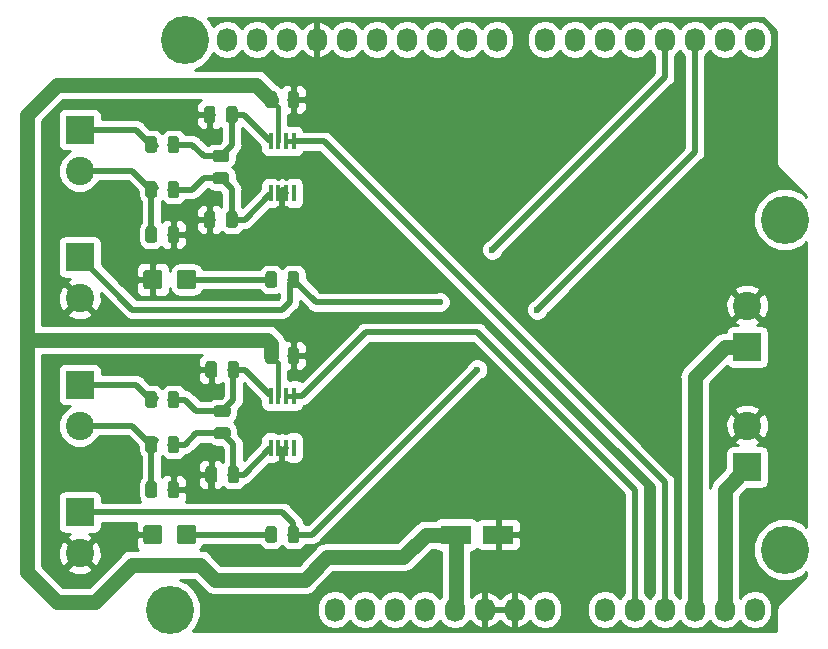
<source format=gbr>
G04 #@! TF.GenerationSoftware,KiCad,Pcbnew,(5.0.0)*
G04 #@! TF.CreationDate,2018-08-14T23:46:55+08:00*
G04 #@! TF.ProjectId,Reflow,5265666C6F772E6B696361645F706362,rev?*
G04 #@! TF.SameCoordinates,PX69db1f0PY7882d48*
G04 #@! TF.FileFunction,Copper,L1,Top,Signal*
G04 #@! TF.FilePolarity,Positive*
%FSLAX46Y46*%
G04 Gerber Fmt 4.6, Leading zero omitted, Abs format (unit mm)*
G04 Created by KiCad (PCBNEW (5.0.0)) date 08/14/18 23:46:55*
%MOMM*%
%LPD*%
G01*
G04 APERTURE LIST*
G04 #@! TA.AperFunction,SMDPad,CuDef*
%ADD10R,2.600000X1.600000*%
G04 #@! TD*
G04 #@! TA.AperFunction,Conductor*
%ADD11C,0.100000*%
G04 #@! TD*
G04 #@! TA.AperFunction,SMDPad,CuDef*
%ADD12C,0.975000*%
G04 #@! TD*
G04 #@! TA.AperFunction,SMDPad,CuDef*
%ADD13C,1.600000*%
G04 #@! TD*
G04 #@! TA.AperFunction,SMDPad,CuDef*
%ADD14R,0.450000X1.450000*%
G04 #@! TD*
G04 #@! TA.AperFunction,ComponentPad*
%ADD15C,2.400000*%
G04 #@! TD*
G04 #@! TA.AperFunction,ComponentPad*
%ADD16R,2.400000X2.400000*%
G04 #@! TD*
G04 #@! TA.AperFunction,ComponentPad*
%ADD17O,1.727200X2.032000*%
G04 #@! TD*
G04 #@! TA.AperFunction,ComponentPad*
%ADD18C,4.064000*%
G04 #@! TD*
G04 #@! TA.AperFunction,ViaPad*
%ADD19C,0.600000*%
G04 #@! TD*
G04 #@! TA.AperFunction,Conductor*
%ADD20C,0.381000*%
G04 #@! TD*
G04 #@! TA.AperFunction,Conductor*
%ADD21C,1.270000*%
G04 #@! TD*
G04 #@! TA.AperFunction,Conductor*
%ADD22C,0.508000*%
G04 #@! TD*
G04 #@! TA.AperFunction,Conductor*
%ADD23C,0.254000*%
G04 #@! TD*
G04 APERTURE END LIST*
D10*
G04 #@! TO.P,C7,1*
G04 #@! TO.N,+5V*
X38205000Y8890000D03*
G04 #@! TO.P,C7,2*
G04 #@! TO.N,GND*
X41805000Y8890000D03*
G04 #@! TD*
D11*
G04 #@! TO.N,Net-(C1-Pad2)*
G04 #@! TO.C,C1*
G36*
X19620142Y23558826D02*
X19643803Y23555316D01*
X19667007Y23549504D01*
X19689529Y23541446D01*
X19711153Y23531218D01*
X19731670Y23518921D01*
X19750883Y23504671D01*
X19768607Y23488607D01*
X19784671Y23470883D01*
X19798921Y23451670D01*
X19811218Y23431153D01*
X19821446Y23409529D01*
X19829504Y23387007D01*
X19835316Y23363803D01*
X19838826Y23340142D01*
X19840000Y23316250D01*
X19840000Y22403750D01*
X19838826Y22379858D01*
X19835316Y22356197D01*
X19829504Y22332993D01*
X19821446Y22310471D01*
X19811218Y22288847D01*
X19798921Y22268330D01*
X19784671Y22249117D01*
X19768607Y22231393D01*
X19750883Y22215329D01*
X19731670Y22201079D01*
X19711153Y22188782D01*
X19689529Y22178554D01*
X19667007Y22170496D01*
X19643803Y22164684D01*
X19620142Y22161174D01*
X19596250Y22160000D01*
X19108750Y22160000D01*
X19084858Y22161174D01*
X19061197Y22164684D01*
X19037993Y22170496D01*
X19015471Y22178554D01*
X18993847Y22188782D01*
X18973330Y22201079D01*
X18954117Y22215329D01*
X18936393Y22231393D01*
X18920329Y22249117D01*
X18906079Y22268330D01*
X18893782Y22288847D01*
X18883554Y22310471D01*
X18875496Y22332993D01*
X18869684Y22356197D01*
X18866174Y22379858D01*
X18865000Y22403750D01*
X18865000Y23316250D01*
X18866174Y23340142D01*
X18869684Y23363803D01*
X18875496Y23387007D01*
X18883554Y23409529D01*
X18893782Y23431153D01*
X18906079Y23451670D01*
X18920329Y23470883D01*
X18936393Y23488607D01*
X18954117Y23504671D01*
X18973330Y23518921D01*
X18993847Y23531218D01*
X19015471Y23541446D01*
X19037993Y23549504D01*
X19061197Y23555316D01*
X19084858Y23558826D01*
X19108750Y23560000D01*
X19596250Y23560000D01*
X19620142Y23558826D01*
X19620142Y23558826D01*
G37*
D12*
G04 #@! TD*
G04 #@! TO.P,C1,2*
G04 #@! TO.N,Net-(C1-Pad2)*
X19352500Y22860000D03*
D11*
G04 #@! TO.N,GND*
G04 #@! TO.C,C1*
G36*
X17745142Y23558826D02*
X17768803Y23555316D01*
X17792007Y23549504D01*
X17814529Y23541446D01*
X17836153Y23531218D01*
X17856670Y23518921D01*
X17875883Y23504671D01*
X17893607Y23488607D01*
X17909671Y23470883D01*
X17923921Y23451670D01*
X17936218Y23431153D01*
X17946446Y23409529D01*
X17954504Y23387007D01*
X17960316Y23363803D01*
X17963826Y23340142D01*
X17965000Y23316250D01*
X17965000Y22403750D01*
X17963826Y22379858D01*
X17960316Y22356197D01*
X17954504Y22332993D01*
X17946446Y22310471D01*
X17936218Y22288847D01*
X17923921Y22268330D01*
X17909671Y22249117D01*
X17893607Y22231393D01*
X17875883Y22215329D01*
X17856670Y22201079D01*
X17836153Y22188782D01*
X17814529Y22178554D01*
X17792007Y22170496D01*
X17768803Y22164684D01*
X17745142Y22161174D01*
X17721250Y22160000D01*
X17233750Y22160000D01*
X17209858Y22161174D01*
X17186197Y22164684D01*
X17162993Y22170496D01*
X17140471Y22178554D01*
X17118847Y22188782D01*
X17098330Y22201079D01*
X17079117Y22215329D01*
X17061393Y22231393D01*
X17045329Y22249117D01*
X17031079Y22268330D01*
X17018782Y22288847D01*
X17008554Y22310471D01*
X17000496Y22332993D01*
X16994684Y22356197D01*
X16991174Y22379858D01*
X16990000Y22403750D01*
X16990000Y23316250D01*
X16991174Y23340142D01*
X16994684Y23363803D01*
X17000496Y23387007D01*
X17008554Y23409529D01*
X17018782Y23431153D01*
X17031079Y23451670D01*
X17045329Y23470883D01*
X17061393Y23488607D01*
X17079117Y23504671D01*
X17098330Y23518921D01*
X17118847Y23531218D01*
X17140471Y23541446D01*
X17162993Y23549504D01*
X17186197Y23555316D01*
X17209858Y23558826D01*
X17233750Y23560000D01*
X17721250Y23560000D01*
X17745142Y23558826D01*
X17745142Y23558826D01*
G37*
D12*
G04 #@! TD*
G04 #@! TO.P,C1,1*
G04 #@! TO.N,GND*
X17477500Y22860000D03*
D11*
G04 #@! TO.N,Net-(C1-Pad2)*
G04 #@! TO.C,C2*
G36*
X18895142Y19838826D02*
X18918803Y19835316D01*
X18942007Y19829504D01*
X18964529Y19821446D01*
X18986153Y19811218D01*
X19006670Y19798921D01*
X19025883Y19784671D01*
X19043607Y19768607D01*
X19059671Y19750883D01*
X19073921Y19731670D01*
X19086218Y19711153D01*
X19096446Y19689529D01*
X19104504Y19667007D01*
X19110316Y19643803D01*
X19113826Y19620142D01*
X19115000Y19596250D01*
X19115000Y19108750D01*
X19113826Y19084858D01*
X19110316Y19061197D01*
X19104504Y19037993D01*
X19096446Y19015471D01*
X19086218Y18993847D01*
X19073921Y18973330D01*
X19059671Y18954117D01*
X19043607Y18936393D01*
X19025883Y18920329D01*
X19006670Y18906079D01*
X18986153Y18893782D01*
X18964529Y18883554D01*
X18942007Y18875496D01*
X18918803Y18869684D01*
X18895142Y18866174D01*
X18871250Y18865000D01*
X17958750Y18865000D01*
X17934858Y18866174D01*
X17911197Y18869684D01*
X17887993Y18875496D01*
X17865471Y18883554D01*
X17843847Y18893782D01*
X17823330Y18906079D01*
X17804117Y18920329D01*
X17786393Y18936393D01*
X17770329Y18954117D01*
X17756079Y18973330D01*
X17743782Y18993847D01*
X17733554Y19015471D01*
X17725496Y19037993D01*
X17719684Y19061197D01*
X17716174Y19084858D01*
X17715000Y19108750D01*
X17715000Y19596250D01*
X17716174Y19620142D01*
X17719684Y19643803D01*
X17725496Y19667007D01*
X17733554Y19689529D01*
X17743782Y19711153D01*
X17756079Y19731670D01*
X17770329Y19750883D01*
X17786393Y19768607D01*
X17804117Y19784671D01*
X17823330Y19798921D01*
X17843847Y19811218D01*
X17865471Y19821446D01*
X17887993Y19829504D01*
X17911197Y19835316D01*
X17934858Y19838826D01*
X17958750Y19840000D01*
X18871250Y19840000D01*
X18895142Y19838826D01*
X18895142Y19838826D01*
G37*
D12*
G04 #@! TD*
G04 #@! TO.P,C2,1*
G04 #@! TO.N,Net-(C1-Pad2)*
X18415000Y19352500D03*
D11*
G04 #@! TO.N,Net-(C2-Pad2)*
G04 #@! TO.C,C2*
G36*
X18895142Y17963826D02*
X18918803Y17960316D01*
X18942007Y17954504D01*
X18964529Y17946446D01*
X18986153Y17936218D01*
X19006670Y17923921D01*
X19025883Y17909671D01*
X19043607Y17893607D01*
X19059671Y17875883D01*
X19073921Y17856670D01*
X19086218Y17836153D01*
X19096446Y17814529D01*
X19104504Y17792007D01*
X19110316Y17768803D01*
X19113826Y17745142D01*
X19115000Y17721250D01*
X19115000Y17233750D01*
X19113826Y17209858D01*
X19110316Y17186197D01*
X19104504Y17162993D01*
X19096446Y17140471D01*
X19086218Y17118847D01*
X19073921Y17098330D01*
X19059671Y17079117D01*
X19043607Y17061393D01*
X19025883Y17045329D01*
X19006670Y17031079D01*
X18986153Y17018782D01*
X18964529Y17008554D01*
X18942007Y17000496D01*
X18918803Y16994684D01*
X18895142Y16991174D01*
X18871250Y16990000D01*
X17958750Y16990000D01*
X17934858Y16991174D01*
X17911197Y16994684D01*
X17887993Y17000496D01*
X17865471Y17008554D01*
X17843847Y17018782D01*
X17823330Y17031079D01*
X17804117Y17045329D01*
X17786393Y17061393D01*
X17770329Y17079117D01*
X17756079Y17098330D01*
X17743782Y17118847D01*
X17733554Y17140471D01*
X17725496Y17162993D01*
X17719684Y17186197D01*
X17716174Y17209858D01*
X17715000Y17233750D01*
X17715000Y17721250D01*
X17716174Y17745142D01*
X17719684Y17768803D01*
X17725496Y17792007D01*
X17733554Y17814529D01*
X17743782Y17836153D01*
X17756079Y17856670D01*
X17770329Y17875883D01*
X17786393Y17893607D01*
X17804117Y17909671D01*
X17823330Y17923921D01*
X17843847Y17936218D01*
X17865471Y17946446D01*
X17887993Y17954504D01*
X17911197Y17960316D01*
X17934858Y17963826D01*
X17958750Y17965000D01*
X18871250Y17965000D01*
X18895142Y17963826D01*
X18895142Y17963826D01*
G37*
D12*
G04 #@! TD*
G04 #@! TO.P,C2,2*
G04 #@! TO.N,Net-(C2-Pad2)*
X18415000Y17477500D03*
D11*
G04 #@! TO.N,GND*
G04 #@! TO.C,C3*
G36*
X17745142Y14668826D02*
X17768803Y14665316D01*
X17792007Y14659504D01*
X17814529Y14651446D01*
X17836153Y14641218D01*
X17856670Y14628921D01*
X17875883Y14614671D01*
X17893607Y14598607D01*
X17909671Y14580883D01*
X17923921Y14561670D01*
X17936218Y14541153D01*
X17946446Y14519529D01*
X17954504Y14497007D01*
X17960316Y14473803D01*
X17963826Y14450142D01*
X17965000Y14426250D01*
X17965000Y13513750D01*
X17963826Y13489858D01*
X17960316Y13466197D01*
X17954504Y13442993D01*
X17946446Y13420471D01*
X17936218Y13398847D01*
X17923921Y13378330D01*
X17909671Y13359117D01*
X17893607Y13341393D01*
X17875883Y13325329D01*
X17856670Y13311079D01*
X17836153Y13298782D01*
X17814529Y13288554D01*
X17792007Y13280496D01*
X17768803Y13274684D01*
X17745142Y13271174D01*
X17721250Y13270000D01*
X17233750Y13270000D01*
X17209858Y13271174D01*
X17186197Y13274684D01*
X17162993Y13280496D01*
X17140471Y13288554D01*
X17118847Y13298782D01*
X17098330Y13311079D01*
X17079117Y13325329D01*
X17061393Y13341393D01*
X17045329Y13359117D01*
X17031079Y13378330D01*
X17018782Y13398847D01*
X17008554Y13420471D01*
X17000496Y13442993D01*
X16994684Y13466197D01*
X16991174Y13489858D01*
X16990000Y13513750D01*
X16990000Y14426250D01*
X16991174Y14450142D01*
X16994684Y14473803D01*
X17000496Y14497007D01*
X17008554Y14519529D01*
X17018782Y14541153D01*
X17031079Y14561670D01*
X17045329Y14580883D01*
X17061393Y14598607D01*
X17079117Y14614671D01*
X17098330Y14628921D01*
X17118847Y14641218D01*
X17140471Y14651446D01*
X17162993Y14659504D01*
X17186197Y14665316D01*
X17209858Y14668826D01*
X17233750Y14670000D01*
X17721250Y14670000D01*
X17745142Y14668826D01*
X17745142Y14668826D01*
G37*
D12*
G04 #@! TD*
G04 #@! TO.P,C3,2*
G04 #@! TO.N,GND*
X17477500Y13970000D03*
D11*
G04 #@! TO.N,Net-(C2-Pad2)*
G04 #@! TO.C,C3*
G36*
X19620142Y14668826D02*
X19643803Y14665316D01*
X19667007Y14659504D01*
X19689529Y14651446D01*
X19711153Y14641218D01*
X19731670Y14628921D01*
X19750883Y14614671D01*
X19768607Y14598607D01*
X19784671Y14580883D01*
X19798921Y14561670D01*
X19811218Y14541153D01*
X19821446Y14519529D01*
X19829504Y14497007D01*
X19835316Y14473803D01*
X19838826Y14450142D01*
X19840000Y14426250D01*
X19840000Y13513750D01*
X19838826Y13489858D01*
X19835316Y13466197D01*
X19829504Y13442993D01*
X19821446Y13420471D01*
X19811218Y13398847D01*
X19798921Y13378330D01*
X19784671Y13359117D01*
X19768607Y13341393D01*
X19750883Y13325329D01*
X19731670Y13311079D01*
X19711153Y13298782D01*
X19689529Y13288554D01*
X19667007Y13280496D01*
X19643803Y13274684D01*
X19620142Y13271174D01*
X19596250Y13270000D01*
X19108750Y13270000D01*
X19084858Y13271174D01*
X19061197Y13274684D01*
X19037993Y13280496D01*
X19015471Y13288554D01*
X18993847Y13298782D01*
X18973330Y13311079D01*
X18954117Y13325329D01*
X18936393Y13341393D01*
X18920329Y13359117D01*
X18906079Y13378330D01*
X18893782Y13398847D01*
X18883554Y13420471D01*
X18875496Y13442993D01*
X18869684Y13466197D01*
X18866174Y13489858D01*
X18865000Y13513750D01*
X18865000Y14426250D01*
X18866174Y14450142D01*
X18869684Y14473803D01*
X18875496Y14497007D01*
X18883554Y14519529D01*
X18893782Y14541153D01*
X18906079Y14561670D01*
X18920329Y14580883D01*
X18936393Y14598607D01*
X18954117Y14614671D01*
X18973330Y14628921D01*
X18993847Y14641218D01*
X19015471Y14651446D01*
X19037993Y14659504D01*
X19061197Y14665316D01*
X19084858Y14668826D01*
X19108750Y14670000D01*
X19596250Y14670000D01*
X19620142Y14668826D01*
X19620142Y14668826D01*
G37*
D12*
G04 #@! TD*
G04 #@! TO.P,C3,1*
G04 #@! TO.N,Net-(C2-Pad2)*
X19352500Y13970000D03*
D11*
G04 #@! TO.N,GND*
G04 #@! TO.C,C4*
G36*
X17620903Y45148826D02*
X17644564Y45145316D01*
X17667768Y45139504D01*
X17690290Y45131446D01*
X17711914Y45121218D01*
X17732431Y45108921D01*
X17751644Y45094671D01*
X17769368Y45078607D01*
X17785432Y45060883D01*
X17799682Y45041670D01*
X17811979Y45021153D01*
X17822207Y44999529D01*
X17830265Y44977007D01*
X17836077Y44953803D01*
X17839587Y44930142D01*
X17840761Y44906250D01*
X17840761Y43993750D01*
X17839587Y43969858D01*
X17836077Y43946197D01*
X17830265Y43922993D01*
X17822207Y43900471D01*
X17811979Y43878847D01*
X17799682Y43858330D01*
X17785432Y43839117D01*
X17769368Y43821393D01*
X17751644Y43805329D01*
X17732431Y43791079D01*
X17711914Y43778782D01*
X17690290Y43768554D01*
X17667768Y43760496D01*
X17644564Y43754684D01*
X17620903Y43751174D01*
X17597011Y43750000D01*
X17109511Y43750000D01*
X17085619Y43751174D01*
X17061958Y43754684D01*
X17038754Y43760496D01*
X17016232Y43768554D01*
X16994608Y43778782D01*
X16974091Y43791079D01*
X16954878Y43805329D01*
X16937154Y43821393D01*
X16921090Y43839117D01*
X16906840Y43858330D01*
X16894543Y43878847D01*
X16884315Y43900471D01*
X16876257Y43922993D01*
X16870445Y43946197D01*
X16866935Y43969858D01*
X16865761Y43993750D01*
X16865761Y44906250D01*
X16866935Y44930142D01*
X16870445Y44953803D01*
X16876257Y44977007D01*
X16884315Y44999529D01*
X16894543Y45021153D01*
X16906840Y45041670D01*
X16921090Y45060883D01*
X16937154Y45078607D01*
X16954878Y45094671D01*
X16974091Y45108921D01*
X16994608Y45121218D01*
X17016232Y45131446D01*
X17038754Y45139504D01*
X17061958Y45145316D01*
X17085619Y45148826D01*
X17109511Y45150000D01*
X17597011Y45150000D01*
X17620903Y45148826D01*
X17620903Y45148826D01*
G37*
D12*
G04 #@! TD*
G04 #@! TO.P,C4,1*
G04 #@! TO.N,GND*
X17353261Y44450000D03*
D11*
G04 #@! TO.N,Net-(C4-Pad2)*
G04 #@! TO.C,C4*
G36*
X19495903Y45148826D02*
X19519564Y45145316D01*
X19542768Y45139504D01*
X19565290Y45131446D01*
X19586914Y45121218D01*
X19607431Y45108921D01*
X19626644Y45094671D01*
X19644368Y45078607D01*
X19660432Y45060883D01*
X19674682Y45041670D01*
X19686979Y45021153D01*
X19697207Y44999529D01*
X19705265Y44977007D01*
X19711077Y44953803D01*
X19714587Y44930142D01*
X19715761Y44906250D01*
X19715761Y43993750D01*
X19714587Y43969858D01*
X19711077Y43946197D01*
X19705265Y43922993D01*
X19697207Y43900471D01*
X19686979Y43878847D01*
X19674682Y43858330D01*
X19660432Y43839117D01*
X19644368Y43821393D01*
X19626644Y43805329D01*
X19607431Y43791079D01*
X19586914Y43778782D01*
X19565290Y43768554D01*
X19542768Y43760496D01*
X19519564Y43754684D01*
X19495903Y43751174D01*
X19472011Y43750000D01*
X18984511Y43750000D01*
X18960619Y43751174D01*
X18936958Y43754684D01*
X18913754Y43760496D01*
X18891232Y43768554D01*
X18869608Y43778782D01*
X18849091Y43791079D01*
X18829878Y43805329D01*
X18812154Y43821393D01*
X18796090Y43839117D01*
X18781840Y43858330D01*
X18769543Y43878847D01*
X18759315Y43900471D01*
X18751257Y43922993D01*
X18745445Y43946197D01*
X18741935Y43969858D01*
X18740761Y43993750D01*
X18740761Y44906250D01*
X18741935Y44930142D01*
X18745445Y44953803D01*
X18751257Y44977007D01*
X18759315Y44999529D01*
X18769543Y45021153D01*
X18781840Y45041670D01*
X18796090Y45060883D01*
X18812154Y45078607D01*
X18829878Y45094671D01*
X18849091Y45108921D01*
X18869608Y45121218D01*
X18891232Y45131446D01*
X18913754Y45139504D01*
X18936958Y45145316D01*
X18960619Y45148826D01*
X18984511Y45150000D01*
X19472011Y45150000D01*
X19495903Y45148826D01*
X19495903Y45148826D01*
G37*
D12*
G04 #@! TD*
G04 #@! TO.P,C4,2*
G04 #@! TO.N,Net-(C4-Pad2)*
X19228261Y44450000D03*
D11*
G04 #@! TO.N,Net-(C5-Pad2)*
G04 #@! TO.C,C5*
G36*
X18770903Y39553826D02*
X18794564Y39550316D01*
X18817768Y39544504D01*
X18840290Y39536446D01*
X18861914Y39526218D01*
X18882431Y39513921D01*
X18901644Y39499671D01*
X18919368Y39483607D01*
X18935432Y39465883D01*
X18949682Y39446670D01*
X18961979Y39426153D01*
X18972207Y39404529D01*
X18980265Y39382007D01*
X18986077Y39358803D01*
X18989587Y39335142D01*
X18990761Y39311250D01*
X18990761Y38823750D01*
X18989587Y38799858D01*
X18986077Y38776197D01*
X18980265Y38752993D01*
X18972207Y38730471D01*
X18961979Y38708847D01*
X18949682Y38688330D01*
X18935432Y38669117D01*
X18919368Y38651393D01*
X18901644Y38635329D01*
X18882431Y38621079D01*
X18861914Y38608782D01*
X18840290Y38598554D01*
X18817768Y38590496D01*
X18794564Y38584684D01*
X18770903Y38581174D01*
X18747011Y38580000D01*
X17834511Y38580000D01*
X17810619Y38581174D01*
X17786958Y38584684D01*
X17763754Y38590496D01*
X17741232Y38598554D01*
X17719608Y38608782D01*
X17699091Y38621079D01*
X17679878Y38635329D01*
X17662154Y38651393D01*
X17646090Y38669117D01*
X17631840Y38688330D01*
X17619543Y38708847D01*
X17609315Y38730471D01*
X17601257Y38752993D01*
X17595445Y38776197D01*
X17591935Y38799858D01*
X17590761Y38823750D01*
X17590761Y39311250D01*
X17591935Y39335142D01*
X17595445Y39358803D01*
X17601257Y39382007D01*
X17609315Y39404529D01*
X17619543Y39426153D01*
X17631840Y39446670D01*
X17646090Y39465883D01*
X17662154Y39483607D01*
X17679878Y39499671D01*
X17699091Y39513921D01*
X17719608Y39526218D01*
X17741232Y39536446D01*
X17763754Y39544504D01*
X17786958Y39550316D01*
X17810619Y39553826D01*
X17834511Y39555000D01*
X18747011Y39555000D01*
X18770903Y39553826D01*
X18770903Y39553826D01*
G37*
D12*
G04 #@! TD*
G04 #@! TO.P,C5,2*
G04 #@! TO.N,Net-(C5-Pad2)*
X18290761Y39067500D03*
D11*
G04 #@! TO.N,Net-(C4-Pad2)*
G04 #@! TO.C,C5*
G36*
X18770903Y41428826D02*
X18794564Y41425316D01*
X18817768Y41419504D01*
X18840290Y41411446D01*
X18861914Y41401218D01*
X18882431Y41388921D01*
X18901644Y41374671D01*
X18919368Y41358607D01*
X18935432Y41340883D01*
X18949682Y41321670D01*
X18961979Y41301153D01*
X18972207Y41279529D01*
X18980265Y41257007D01*
X18986077Y41233803D01*
X18989587Y41210142D01*
X18990761Y41186250D01*
X18990761Y40698750D01*
X18989587Y40674858D01*
X18986077Y40651197D01*
X18980265Y40627993D01*
X18972207Y40605471D01*
X18961979Y40583847D01*
X18949682Y40563330D01*
X18935432Y40544117D01*
X18919368Y40526393D01*
X18901644Y40510329D01*
X18882431Y40496079D01*
X18861914Y40483782D01*
X18840290Y40473554D01*
X18817768Y40465496D01*
X18794564Y40459684D01*
X18770903Y40456174D01*
X18747011Y40455000D01*
X17834511Y40455000D01*
X17810619Y40456174D01*
X17786958Y40459684D01*
X17763754Y40465496D01*
X17741232Y40473554D01*
X17719608Y40483782D01*
X17699091Y40496079D01*
X17679878Y40510329D01*
X17662154Y40526393D01*
X17646090Y40544117D01*
X17631840Y40563330D01*
X17619543Y40583847D01*
X17609315Y40605471D01*
X17601257Y40627993D01*
X17595445Y40651197D01*
X17591935Y40674858D01*
X17590761Y40698750D01*
X17590761Y41186250D01*
X17591935Y41210142D01*
X17595445Y41233803D01*
X17601257Y41257007D01*
X17609315Y41279529D01*
X17619543Y41301153D01*
X17631840Y41321670D01*
X17646090Y41340883D01*
X17662154Y41358607D01*
X17679878Y41374671D01*
X17699091Y41388921D01*
X17719608Y41401218D01*
X17741232Y41411446D01*
X17763754Y41419504D01*
X17786958Y41425316D01*
X17810619Y41428826D01*
X17834511Y41430000D01*
X18747011Y41430000D01*
X18770903Y41428826D01*
X18770903Y41428826D01*
G37*
D12*
G04 #@! TD*
G04 #@! TO.P,C5,1*
G04 #@! TO.N,Net-(C4-Pad2)*
X18290761Y40942500D03*
D11*
G04 #@! TO.N,Net-(C5-Pad2)*
G04 #@! TO.C,C6*
G36*
X19495903Y36258826D02*
X19519564Y36255316D01*
X19542768Y36249504D01*
X19565290Y36241446D01*
X19586914Y36231218D01*
X19607431Y36218921D01*
X19626644Y36204671D01*
X19644368Y36188607D01*
X19660432Y36170883D01*
X19674682Y36151670D01*
X19686979Y36131153D01*
X19697207Y36109529D01*
X19705265Y36087007D01*
X19711077Y36063803D01*
X19714587Y36040142D01*
X19715761Y36016250D01*
X19715761Y35103750D01*
X19714587Y35079858D01*
X19711077Y35056197D01*
X19705265Y35032993D01*
X19697207Y35010471D01*
X19686979Y34988847D01*
X19674682Y34968330D01*
X19660432Y34949117D01*
X19644368Y34931393D01*
X19626644Y34915329D01*
X19607431Y34901079D01*
X19586914Y34888782D01*
X19565290Y34878554D01*
X19542768Y34870496D01*
X19519564Y34864684D01*
X19495903Y34861174D01*
X19472011Y34860000D01*
X18984511Y34860000D01*
X18960619Y34861174D01*
X18936958Y34864684D01*
X18913754Y34870496D01*
X18891232Y34878554D01*
X18869608Y34888782D01*
X18849091Y34901079D01*
X18829878Y34915329D01*
X18812154Y34931393D01*
X18796090Y34949117D01*
X18781840Y34968330D01*
X18769543Y34988847D01*
X18759315Y35010471D01*
X18751257Y35032993D01*
X18745445Y35056197D01*
X18741935Y35079858D01*
X18740761Y35103750D01*
X18740761Y36016250D01*
X18741935Y36040142D01*
X18745445Y36063803D01*
X18751257Y36087007D01*
X18759315Y36109529D01*
X18769543Y36131153D01*
X18781840Y36151670D01*
X18796090Y36170883D01*
X18812154Y36188607D01*
X18829878Y36204671D01*
X18849091Y36218921D01*
X18869608Y36231218D01*
X18891232Y36241446D01*
X18913754Y36249504D01*
X18936958Y36255316D01*
X18960619Y36258826D01*
X18984511Y36260000D01*
X19472011Y36260000D01*
X19495903Y36258826D01*
X19495903Y36258826D01*
G37*
D12*
G04 #@! TD*
G04 #@! TO.P,C6,1*
G04 #@! TO.N,Net-(C5-Pad2)*
X19228261Y35560000D03*
D11*
G04 #@! TO.N,GND*
G04 #@! TO.C,C6*
G36*
X17620903Y36258826D02*
X17644564Y36255316D01*
X17667768Y36249504D01*
X17690290Y36241446D01*
X17711914Y36231218D01*
X17732431Y36218921D01*
X17751644Y36204671D01*
X17769368Y36188607D01*
X17785432Y36170883D01*
X17799682Y36151670D01*
X17811979Y36131153D01*
X17822207Y36109529D01*
X17830265Y36087007D01*
X17836077Y36063803D01*
X17839587Y36040142D01*
X17840761Y36016250D01*
X17840761Y35103750D01*
X17839587Y35079858D01*
X17836077Y35056197D01*
X17830265Y35032993D01*
X17822207Y35010471D01*
X17811979Y34988847D01*
X17799682Y34968330D01*
X17785432Y34949117D01*
X17769368Y34931393D01*
X17751644Y34915329D01*
X17732431Y34901079D01*
X17711914Y34888782D01*
X17690290Y34878554D01*
X17667768Y34870496D01*
X17644564Y34864684D01*
X17620903Y34861174D01*
X17597011Y34860000D01*
X17109511Y34860000D01*
X17085619Y34861174D01*
X17061958Y34864684D01*
X17038754Y34870496D01*
X17016232Y34878554D01*
X16994608Y34888782D01*
X16974091Y34901079D01*
X16954878Y34915329D01*
X16937154Y34931393D01*
X16921090Y34949117D01*
X16906840Y34968330D01*
X16894543Y34988847D01*
X16884315Y35010471D01*
X16876257Y35032993D01*
X16870445Y35056197D01*
X16866935Y35079858D01*
X16865761Y35103750D01*
X16865761Y36016250D01*
X16866935Y36040142D01*
X16870445Y36063803D01*
X16876257Y36087007D01*
X16884315Y36109529D01*
X16894543Y36131153D01*
X16906840Y36151670D01*
X16921090Y36170883D01*
X16937154Y36188607D01*
X16954878Y36204671D01*
X16974091Y36218921D01*
X16994608Y36231218D01*
X17016232Y36241446D01*
X17038754Y36249504D01*
X17061958Y36255316D01*
X17085619Y36258826D01*
X17109511Y36260000D01*
X17597011Y36260000D01*
X17620903Y36258826D01*
X17620903Y36258826D01*
G37*
D12*
G04 #@! TD*
G04 #@! TO.P,C6,2*
G04 #@! TO.N,GND*
X17353261Y35560000D03*
D11*
G04 #@! TO.N,GND*
G04 #@! TO.C,C8*
G36*
X24702903Y24743940D02*
X24726564Y24740430D01*
X24749768Y24734618D01*
X24772290Y24726560D01*
X24793914Y24716332D01*
X24814431Y24704035D01*
X24833644Y24689785D01*
X24851368Y24673721D01*
X24867432Y24655997D01*
X24881682Y24636784D01*
X24893979Y24616267D01*
X24904207Y24594643D01*
X24912265Y24572121D01*
X24918077Y24548917D01*
X24921587Y24525256D01*
X24922761Y24501364D01*
X24922761Y23588864D01*
X24921587Y23564972D01*
X24918077Y23541311D01*
X24912265Y23518107D01*
X24904207Y23495585D01*
X24893979Y23473961D01*
X24881682Y23453444D01*
X24867432Y23434231D01*
X24851368Y23416507D01*
X24833644Y23400443D01*
X24814431Y23386193D01*
X24793914Y23373896D01*
X24772290Y23363668D01*
X24749768Y23355610D01*
X24726564Y23349798D01*
X24702903Y23346288D01*
X24679011Y23345114D01*
X24191511Y23345114D01*
X24167619Y23346288D01*
X24143958Y23349798D01*
X24120754Y23355610D01*
X24098232Y23363668D01*
X24076608Y23373896D01*
X24056091Y23386193D01*
X24036878Y23400443D01*
X24019154Y23416507D01*
X24003090Y23434231D01*
X23988840Y23453444D01*
X23976543Y23473961D01*
X23966315Y23495585D01*
X23958257Y23518107D01*
X23952445Y23541311D01*
X23948935Y23564972D01*
X23947761Y23588864D01*
X23947761Y24501364D01*
X23948935Y24525256D01*
X23952445Y24548917D01*
X23958257Y24572121D01*
X23966315Y24594643D01*
X23976543Y24616267D01*
X23988840Y24636784D01*
X24003090Y24655997D01*
X24019154Y24673721D01*
X24036878Y24689785D01*
X24056091Y24704035D01*
X24076608Y24716332D01*
X24098232Y24726560D01*
X24120754Y24734618D01*
X24143958Y24740430D01*
X24167619Y24743940D01*
X24191511Y24745114D01*
X24679011Y24745114D01*
X24702903Y24743940D01*
X24702903Y24743940D01*
G37*
D12*
G04 #@! TD*
G04 #@! TO.P,C8,2*
G04 #@! TO.N,GND*
X24435261Y24045114D03*
D11*
G04 #@! TO.N,+5V*
G04 #@! TO.C,C8*
G36*
X22827903Y24743940D02*
X22851564Y24740430D01*
X22874768Y24734618D01*
X22897290Y24726560D01*
X22918914Y24716332D01*
X22939431Y24704035D01*
X22958644Y24689785D01*
X22976368Y24673721D01*
X22992432Y24655997D01*
X23006682Y24636784D01*
X23018979Y24616267D01*
X23029207Y24594643D01*
X23037265Y24572121D01*
X23043077Y24548917D01*
X23046587Y24525256D01*
X23047761Y24501364D01*
X23047761Y23588864D01*
X23046587Y23564972D01*
X23043077Y23541311D01*
X23037265Y23518107D01*
X23029207Y23495585D01*
X23018979Y23473961D01*
X23006682Y23453444D01*
X22992432Y23434231D01*
X22976368Y23416507D01*
X22958644Y23400443D01*
X22939431Y23386193D01*
X22918914Y23373896D01*
X22897290Y23363668D01*
X22874768Y23355610D01*
X22851564Y23349798D01*
X22827903Y23346288D01*
X22804011Y23345114D01*
X22316511Y23345114D01*
X22292619Y23346288D01*
X22268958Y23349798D01*
X22245754Y23355610D01*
X22223232Y23363668D01*
X22201608Y23373896D01*
X22181091Y23386193D01*
X22161878Y23400443D01*
X22144154Y23416507D01*
X22128090Y23434231D01*
X22113840Y23453444D01*
X22101543Y23473961D01*
X22091315Y23495585D01*
X22083257Y23518107D01*
X22077445Y23541311D01*
X22073935Y23564972D01*
X22072761Y23588864D01*
X22072761Y24501364D01*
X22073935Y24525256D01*
X22077445Y24548917D01*
X22083257Y24572121D01*
X22091315Y24594643D01*
X22101543Y24616267D01*
X22113840Y24636784D01*
X22128090Y24655997D01*
X22144154Y24673721D01*
X22161878Y24689785D01*
X22181091Y24704035D01*
X22201608Y24716332D01*
X22223232Y24726560D01*
X22245754Y24734618D01*
X22268958Y24740430D01*
X22292619Y24743940D01*
X22316511Y24745114D01*
X22804011Y24745114D01*
X22827903Y24743940D01*
X22827903Y24743940D01*
G37*
D12*
G04 #@! TD*
G04 #@! TO.P,C8,1*
G04 #@! TO.N,+5V*
X22560261Y24045114D03*
D11*
G04 #@! TO.N,+5V*
G04 #@! TO.C,C9*
G36*
X22825142Y46418826D02*
X22848803Y46415316D01*
X22872007Y46409504D01*
X22894529Y46401446D01*
X22916153Y46391218D01*
X22936670Y46378921D01*
X22955883Y46364671D01*
X22973607Y46348607D01*
X22989671Y46330883D01*
X23003921Y46311670D01*
X23016218Y46291153D01*
X23026446Y46269529D01*
X23034504Y46247007D01*
X23040316Y46223803D01*
X23043826Y46200142D01*
X23045000Y46176250D01*
X23045000Y45263750D01*
X23043826Y45239858D01*
X23040316Y45216197D01*
X23034504Y45192993D01*
X23026446Y45170471D01*
X23016218Y45148847D01*
X23003921Y45128330D01*
X22989671Y45109117D01*
X22973607Y45091393D01*
X22955883Y45075329D01*
X22936670Y45061079D01*
X22916153Y45048782D01*
X22894529Y45038554D01*
X22872007Y45030496D01*
X22848803Y45024684D01*
X22825142Y45021174D01*
X22801250Y45020000D01*
X22313750Y45020000D01*
X22289858Y45021174D01*
X22266197Y45024684D01*
X22242993Y45030496D01*
X22220471Y45038554D01*
X22198847Y45048782D01*
X22178330Y45061079D01*
X22159117Y45075329D01*
X22141393Y45091393D01*
X22125329Y45109117D01*
X22111079Y45128330D01*
X22098782Y45148847D01*
X22088554Y45170471D01*
X22080496Y45192993D01*
X22074684Y45216197D01*
X22071174Y45239858D01*
X22070000Y45263750D01*
X22070000Y46176250D01*
X22071174Y46200142D01*
X22074684Y46223803D01*
X22080496Y46247007D01*
X22088554Y46269529D01*
X22098782Y46291153D01*
X22111079Y46311670D01*
X22125329Y46330883D01*
X22141393Y46348607D01*
X22159117Y46364671D01*
X22178330Y46378921D01*
X22198847Y46391218D01*
X22220471Y46401446D01*
X22242993Y46409504D01*
X22266197Y46415316D01*
X22289858Y46418826D01*
X22313750Y46420000D01*
X22801250Y46420000D01*
X22825142Y46418826D01*
X22825142Y46418826D01*
G37*
D12*
G04 #@! TD*
G04 #@! TO.P,C9,1*
G04 #@! TO.N,+5V*
X22557500Y45720000D03*
D11*
G04 #@! TO.N,GND*
G04 #@! TO.C,C9*
G36*
X24700142Y46418826D02*
X24723803Y46415316D01*
X24747007Y46409504D01*
X24769529Y46401446D01*
X24791153Y46391218D01*
X24811670Y46378921D01*
X24830883Y46364671D01*
X24848607Y46348607D01*
X24864671Y46330883D01*
X24878921Y46311670D01*
X24891218Y46291153D01*
X24901446Y46269529D01*
X24909504Y46247007D01*
X24915316Y46223803D01*
X24918826Y46200142D01*
X24920000Y46176250D01*
X24920000Y45263750D01*
X24918826Y45239858D01*
X24915316Y45216197D01*
X24909504Y45192993D01*
X24901446Y45170471D01*
X24891218Y45148847D01*
X24878921Y45128330D01*
X24864671Y45109117D01*
X24848607Y45091393D01*
X24830883Y45075329D01*
X24811670Y45061079D01*
X24791153Y45048782D01*
X24769529Y45038554D01*
X24747007Y45030496D01*
X24723803Y45024684D01*
X24700142Y45021174D01*
X24676250Y45020000D01*
X24188750Y45020000D01*
X24164858Y45021174D01*
X24141197Y45024684D01*
X24117993Y45030496D01*
X24095471Y45038554D01*
X24073847Y45048782D01*
X24053330Y45061079D01*
X24034117Y45075329D01*
X24016393Y45091393D01*
X24000329Y45109117D01*
X23986079Y45128330D01*
X23973782Y45148847D01*
X23963554Y45170471D01*
X23955496Y45192993D01*
X23949684Y45216197D01*
X23946174Y45239858D01*
X23945000Y45263750D01*
X23945000Y46176250D01*
X23946174Y46200142D01*
X23949684Y46223803D01*
X23955496Y46247007D01*
X23963554Y46269529D01*
X23973782Y46291153D01*
X23986079Y46311670D01*
X24000329Y46330883D01*
X24016393Y46348607D01*
X24034117Y46364671D01*
X24053330Y46378921D01*
X24073847Y46391218D01*
X24095471Y46401446D01*
X24117993Y46409504D01*
X24141197Y46415316D01*
X24164858Y46418826D01*
X24188750Y46420000D01*
X24676250Y46420000D01*
X24700142Y46418826D01*
X24700142Y46418826D01*
G37*
D12*
G04 #@! TD*
G04 #@! TO.P,C9,2*
G04 #@! TO.N,GND*
X24432500Y45720000D03*
D11*
G04 #@! TO.N,Net-(D1-Pad2)*
G04 #@! TO.C,D1*
G36*
X15969504Y31303796D02*
X15993773Y31300196D01*
X16017571Y31294235D01*
X16040671Y31285970D01*
X16062849Y31275480D01*
X16083893Y31262867D01*
X16103598Y31248253D01*
X16121777Y31231777D01*
X16138253Y31213598D01*
X16152867Y31193893D01*
X16165480Y31172849D01*
X16175970Y31150671D01*
X16184235Y31127571D01*
X16190196Y31103773D01*
X16193796Y31079504D01*
X16195000Y31055000D01*
X16195000Y29905000D01*
X16193796Y29880496D01*
X16190196Y29856227D01*
X16184235Y29832429D01*
X16175970Y29809329D01*
X16165480Y29787151D01*
X16152867Y29766107D01*
X16138253Y29746402D01*
X16121777Y29728223D01*
X16103598Y29711747D01*
X16083893Y29697133D01*
X16062849Y29684520D01*
X16040671Y29674030D01*
X16017571Y29665765D01*
X15993773Y29659804D01*
X15969504Y29656204D01*
X15945000Y29655000D01*
X14845000Y29655000D01*
X14820496Y29656204D01*
X14796227Y29659804D01*
X14772429Y29665765D01*
X14749329Y29674030D01*
X14727151Y29684520D01*
X14706107Y29697133D01*
X14686402Y29711747D01*
X14668223Y29728223D01*
X14651747Y29746402D01*
X14637133Y29766107D01*
X14624520Y29787151D01*
X14614030Y29809329D01*
X14605765Y29832429D01*
X14599804Y29856227D01*
X14596204Y29880496D01*
X14595000Y29905000D01*
X14595000Y31055000D01*
X14596204Y31079504D01*
X14599804Y31103773D01*
X14605765Y31127571D01*
X14614030Y31150671D01*
X14624520Y31172849D01*
X14637133Y31193893D01*
X14651747Y31213598D01*
X14668223Y31231777D01*
X14686402Y31248253D01*
X14706107Y31262867D01*
X14727151Y31275480D01*
X14749329Y31285970D01*
X14772429Y31294235D01*
X14796227Y31300196D01*
X14820496Y31303796D01*
X14845000Y31305000D01*
X15945000Y31305000D01*
X15969504Y31303796D01*
X15969504Y31303796D01*
G37*
D13*
G04 #@! TD*
G04 #@! TO.P,D1,2*
G04 #@! TO.N,Net-(D1-Pad2)*
X15395000Y30480000D03*
D11*
G04 #@! TO.N,GND*
G04 #@! TO.C,D1*
G36*
X13119504Y31303796D02*
X13143773Y31300196D01*
X13167571Y31294235D01*
X13190671Y31285970D01*
X13212849Y31275480D01*
X13233893Y31262867D01*
X13253598Y31248253D01*
X13271777Y31231777D01*
X13288253Y31213598D01*
X13302867Y31193893D01*
X13315480Y31172849D01*
X13325970Y31150671D01*
X13334235Y31127571D01*
X13340196Y31103773D01*
X13343796Y31079504D01*
X13345000Y31055000D01*
X13345000Y29905000D01*
X13343796Y29880496D01*
X13340196Y29856227D01*
X13334235Y29832429D01*
X13325970Y29809329D01*
X13315480Y29787151D01*
X13302867Y29766107D01*
X13288253Y29746402D01*
X13271777Y29728223D01*
X13253598Y29711747D01*
X13233893Y29697133D01*
X13212849Y29684520D01*
X13190671Y29674030D01*
X13167571Y29665765D01*
X13143773Y29659804D01*
X13119504Y29656204D01*
X13095000Y29655000D01*
X11995000Y29655000D01*
X11970496Y29656204D01*
X11946227Y29659804D01*
X11922429Y29665765D01*
X11899329Y29674030D01*
X11877151Y29684520D01*
X11856107Y29697133D01*
X11836402Y29711747D01*
X11818223Y29728223D01*
X11801747Y29746402D01*
X11787133Y29766107D01*
X11774520Y29787151D01*
X11764030Y29809329D01*
X11755765Y29832429D01*
X11749804Y29856227D01*
X11746204Y29880496D01*
X11745000Y29905000D01*
X11745000Y31055000D01*
X11746204Y31079504D01*
X11749804Y31103773D01*
X11755765Y31127571D01*
X11764030Y31150671D01*
X11774520Y31172849D01*
X11787133Y31193893D01*
X11801747Y31213598D01*
X11818223Y31231777D01*
X11836402Y31248253D01*
X11856107Y31262867D01*
X11877151Y31275480D01*
X11899329Y31285970D01*
X11922429Y31294235D01*
X11946227Y31300196D01*
X11970496Y31303796D01*
X11995000Y31305000D01*
X13095000Y31305000D01*
X13119504Y31303796D01*
X13119504Y31303796D01*
G37*
D13*
G04 #@! TD*
G04 #@! TO.P,D1,1*
G04 #@! TO.N,GND*
X12545000Y30480000D03*
D11*
G04 #@! TO.N,GND*
G04 #@! TO.C,D2*
G36*
X13119504Y9713796D02*
X13143773Y9710196D01*
X13167571Y9704235D01*
X13190671Y9695970D01*
X13212849Y9685480D01*
X13233893Y9672867D01*
X13253598Y9658253D01*
X13271777Y9641777D01*
X13288253Y9623598D01*
X13302867Y9603893D01*
X13315480Y9582849D01*
X13325970Y9560671D01*
X13334235Y9537571D01*
X13340196Y9513773D01*
X13343796Y9489504D01*
X13345000Y9465000D01*
X13345000Y8315000D01*
X13343796Y8290496D01*
X13340196Y8266227D01*
X13334235Y8242429D01*
X13325970Y8219329D01*
X13315480Y8197151D01*
X13302867Y8176107D01*
X13288253Y8156402D01*
X13271777Y8138223D01*
X13253598Y8121747D01*
X13233893Y8107133D01*
X13212849Y8094520D01*
X13190671Y8084030D01*
X13167571Y8075765D01*
X13143773Y8069804D01*
X13119504Y8066204D01*
X13095000Y8065000D01*
X11995000Y8065000D01*
X11970496Y8066204D01*
X11946227Y8069804D01*
X11922429Y8075765D01*
X11899329Y8084030D01*
X11877151Y8094520D01*
X11856107Y8107133D01*
X11836402Y8121747D01*
X11818223Y8138223D01*
X11801747Y8156402D01*
X11787133Y8176107D01*
X11774520Y8197151D01*
X11764030Y8219329D01*
X11755765Y8242429D01*
X11749804Y8266227D01*
X11746204Y8290496D01*
X11745000Y8315000D01*
X11745000Y9465000D01*
X11746204Y9489504D01*
X11749804Y9513773D01*
X11755765Y9537571D01*
X11764030Y9560671D01*
X11774520Y9582849D01*
X11787133Y9603893D01*
X11801747Y9623598D01*
X11818223Y9641777D01*
X11836402Y9658253D01*
X11856107Y9672867D01*
X11877151Y9685480D01*
X11899329Y9695970D01*
X11922429Y9704235D01*
X11946227Y9710196D01*
X11970496Y9713796D01*
X11995000Y9715000D01*
X13095000Y9715000D01*
X13119504Y9713796D01*
X13119504Y9713796D01*
G37*
D13*
G04 #@! TD*
G04 #@! TO.P,D2,1*
G04 #@! TO.N,GND*
X12545000Y8890000D03*
D11*
G04 #@! TO.N,Net-(D2-Pad2)*
G04 #@! TO.C,D2*
G36*
X15969504Y9713796D02*
X15993773Y9710196D01*
X16017571Y9704235D01*
X16040671Y9695970D01*
X16062849Y9685480D01*
X16083893Y9672867D01*
X16103598Y9658253D01*
X16121777Y9641777D01*
X16138253Y9623598D01*
X16152867Y9603893D01*
X16165480Y9582849D01*
X16175970Y9560671D01*
X16184235Y9537571D01*
X16190196Y9513773D01*
X16193796Y9489504D01*
X16195000Y9465000D01*
X16195000Y8315000D01*
X16193796Y8290496D01*
X16190196Y8266227D01*
X16184235Y8242429D01*
X16175970Y8219329D01*
X16165480Y8197151D01*
X16152867Y8176107D01*
X16138253Y8156402D01*
X16121777Y8138223D01*
X16103598Y8121747D01*
X16083893Y8107133D01*
X16062849Y8094520D01*
X16040671Y8084030D01*
X16017571Y8075765D01*
X15993773Y8069804D01*
X15969504Y8066204D01*
X15945000Y8065000D01*
X14845000Y8065000D01*
X14820496Y8066204D01*
X14796227Y8069804D01*
X14772429Y8075765D01*
X14749329Y8084030D01*
X14727151Y8094520D01*
X14706107Y8107133D01*
X14686402Y8121747D01*
X14668223Y8138223D01*
X14651747Y8156402D01*
X14637133Y8176107D01*
X14624520Y8197151D01*
X14614030Y8219329D01*
X14605765Y8242429D01*
X14599804Y8266227D01*
X14596204Y8290496D01*
X14595000Y8315000D01*
X14595000Y9465000D01*
X14596204Y9489504D01*
X14599804Y9513773D01*
X14605765Y9537571D01*
X14614030Y9560671D01*
X14624520Y9582849D01*
X14637133Y9603893D01*
X14651747Y9623598D01*
X14668223Y9641777D01*
X14686402Y9658253D01*
X14706107Y9672867D01*
X14727151Y9685480D01*
X14749329Y9695970D01*
X14772429Y9704235D01*
X14796227Y9710196D01*
X14820496Y9713796D01*
X14845000Y9715000D01*
X15945000Y9715000D01*
X15969504Y9713796D01*
X15969504Y9713796D01*
G37*
D13*
G04 #@! TD*
G04 #@! TO.P,D2,2*
G04 #@! TO.N,Net-(D2-Pad2)*
X15395000Y8890000D03*
D14*
G04 #@! TO.P,IC1,8*
G04 #@! TO.N,Net-(C1-Pad2)*
X22520000Y20657114D03*
G04 #@! TO.P,IC1,7*
G04 #@! TO.N,+5V*
X23170000Y20657114D03*
G04 #@! TO.P,IC1,6*
G04 #@! TO.N,A1*
X23820000Y20657114D03*
G04 #@! TO.P,IC1,5*
X24470000Y20657114D03*
G04 #@! TO.P,IC1,4*
G04 #@! TO.N,Net-(IC1-Pad4)*
X24470000Y16257114D03*
G04 #@! TO.P,IC1,3*
G04 #@! TO.N,GND*
X23820000Y16257114D03*
G04 #@! TO.P,IC1,2*
X23170000Y16257114D03*
G04 #@! TO.P,IC1,1*
G04 #@! TO.N,Net-(C2-Pad2)*
X22520000Y16257114D03*
G04 #@! TD*
G04 #@! TO.P,IC2,1*
G04 #@! TO.N,Net-(C5-Pad2)*
X22520000Y37805000D03*
G04 #@! TO.P,IC2,2*
G04 #@! TO.N,GND*
X23170000Y37805000D03*
G04 #@! TO.P,IC2,3*
X23820000Y37805000D03*
G04 #@! TO.P,IC2,4*
G04 #@! TO.N,Net-(IC2-Pad4)*
X24470000Y37805000D03*
G04 #@! TO.P,IC2,5*
G04 #@! TO.N,A2*
X24470000Y42205000D03*
G04 #@! TO.P,IC2,6*
X23820000Y42205000D03*
G04 #@! TO.P,IC2,7*
G04 #@! TO.N,+5V*
X23170000Y42205000D03*
G04 #@! TO.P,IC2,8*
G04 #@! TO.N,Net-(C4-Pad2)*
X22520000Y42205000D03*
G04 #@! TD*
D11*
G04 #@! TO.N,GND*
G04 #@! TO.C,R2*
G36*
X14540142Y34988826D02*
X14563803Y34985316D01*
X14587007Y34979504D01*
X14609529Y34971446D01*
X14631153Y34961218D01*
X14651670Y34948921D01*
X14670883Y34934671D01*
X14688607Y34918607D01*
X14704671Y34900883D01*
X14718921Y34881670D01*
X14731218Y34861153D01*
X14741446Y34839529D01*
X14749504Y34817007D01*
X14755316Y34793803D01*
X14758826Y34770142D01*
X14760000Y34746250D01*
X14760000Y33833750D01*
X14758826Y33809858D01*
X14755316Y33786197D01*
X14749504Y33762993D01*
X14741446Y33740471D01*
X14731218Y33718847D01*
X14718921Y33698330D01*
X14704671Y33679117D01*
X14688607Y33661393D01*
X14670883Y33645329D01*
X14651670Y33631079D01*
X14631153Y33618782D01*
X14609529Y33608554D01*
X14587007Y33600496D01*
X14563803Y33594684D01*
X14540142Y33591174D01*
X14516250Y33590000D01*
X14028750Y33590000D01*
X14004858Y33591174D01*
X13981197Y33594684D01*
X13957993Y33600496D01*
X13935471Y33608554D01*
X13913847Y33618782D01*
X13893330Y33631079D01*
X13874117Y33645329D01*
X13856393Y33661393D01*
X13840329Y33679117D01*
X13826079Y33698330D01*
X13813782Y33718847D01*
X13803554Y33740471D01*
X13795496Y33762993D01*
X13789684Y33786197D01*
X13786174Y33809858D01*
X13785000Y33833750D01*
X13785000Y34746250D01*
X13786174Y34770142D01*
X13789684Y34793803D01*
X13795496Y34817007D01*
X13803554Y34839529D01*
X13813782Y34861153D01*
X13826079Y34881670D01*
X13840329Y34900883D01*
X13856393Y34918607D01*
X13874117Y34934671D01*
X13893330Y34948921D01*
X13913847Y34961218D01*
X13935471Y34971446D01*
X13957993Y34979504D01*
X13981197Y34985316D01*
X14004858Y34988826D01*
X14028750Y34990000D01*
X14516250Y34990000D01*
X14540142Y34988826D01*
X14540142Y34988826D01*
G37*
D12*
G04 #@! TD*
G04 #@! TO.P,R2,2*
G04 #@! TO.N,GND*
X14272500Y34290000D03*
D11*
G04 #@! TO.N,Net-(J2-Pad2)*
G04 #@! TO.C,R2*
G36*
X12665142Y34988826D02*
X12688803Y34985316D01*
X12712007Y34979504D01*
X12734529Y34971446D01*
X12756153Y34961218D01*
X12776670Y34948921D01*
X12795883Y34934671D01*
X12813607Y34918607D01*
X12829671Y34900883D01*
X12843921Y34881670D01*
X12856218Y34861153D01*
X12866446Y34839529D01*
X12874504Y34817007D01*
X12880316Y34793803D01*
X12883826Y34770142D01*
X12885000Y34746250D01*
X12885000Y33833750D01*
X12883826Y33809858D01*
X12880316Y33786197D01*
X12874504Y33762993D01*
X12866446Y33740471D01*
X12856218Y33718847D01*
X12843921Y33698330D01*
X12829671Y33679117D01*
X12813607Y33661393D01*
X12795883Y33645329D01*
X12776670Y33631079D01*
X12756153Y33618782D01*
X12734529Y33608554D01*
X12712007Y33600496D01*
X12688803Y33594684D01*
X12665142Y33591174D01*
X12641250Y33590000D01*
X12153750Y33590000D01*
X12129858Y33591174D01*
X12106197Y33594684D01*
X12082993Y33600496D01*
X12060471Y33608554D01*
X12038847Y33618782D01*
X12018330Y33631079D01*
X11999117Y33645329D01*
X11981393Y33661393D01*
X11965329Y33679117D01*
X11951079Y33698330D01*
X11938782Y33718847D01*
X11928554Y33740471D01*
X11920496Y33762993D01*
X11914684Y33786197D01*
X11911174Y33809858D01*
X11910000Y33833750D01*
X11910000Y34746250D01*
X11911174Y34770142D01*
X11914684Y34793803D01*
X11920496Y34817007D01*
X11928554Y34839529D01*
X11938782Y34861153D01*
X11951079Y34881670D01*
X11965329Y34900883D01*
X11981393Y34918607D01*
X11999117Y34934671D01*
X12018330Y34948921D01*
X12038847Y34961218D01*
X12060471Y34971446D01*
X12082993Y34979504D01*
X12106197Y34985316D01*
X12129858Y34988826D01*
X12153750Y34990000D01*
X12641250Y34990000D01*
X12665142Y34988826D01*
X12665142Y34988826D01*
G37*
D12*
G04 #@! TD*
G04 #@! TO.P,R2,1*
G04 #@! TO.N,Net-(J2-Pad2)*
X12397500Y34290000D03*
D11*
G04 #@! TO.N,D3*
G04 #@! TO.C,R7*
G36*
X24700142Y31178826D02*
X24723803Y31175316D01*
X24747007Y31169504D01*
X24769529Y31161446D01*
X24791153Y31151218D01*
X24811670Y31138921D01*
X24830883Y31124671D01*
X24848607Y31108607D01*
X24864671Y31090883D01*
X24878921Y31071670D01*
X24891218Y31051153D01*
X24901446Y31029529D01*
X24909504Y31007007D01*
X24915316Y30983803D01*
X24918826Y30960142D01*
X24920000Y30936250D01*
X24920000Y30023750D01*
X24918826Y29999858D01*
X24915316Y29976197D01*
X24909504Y29952993D01*
X24901446Y29930471D01*
X24891218Y29908847D01*
X24878921Y29888330D01*
X24864671Y29869117D01*
X24848607Y29851393D01*
X24830883Y29835329D01*
X24811670Y29821079D01*
X24791153Y29808782D01*
X24769529Y29798554D01*
X24747007Y29790496D01*
X24723803Y29784684D01*
X24700142Y29781174D01*
X24676250Y29780000D01*
X24188750Y29780000D01*
X24164858Y29781174D01*
X24141197Y29784684D01*
X24117993Y29790496D01*
X24095471Y29798554D01*
X24073847Y29808782D01*
X24053330Y29821079D01*
X24034117Y29835329D01*
X24016393Y29851393D01*
X24000329Y29869117D01*
X23986079Y29888330D01*
X23973782Y29908847D01*
X23963554Y29930471D01*
X23955496Y29952993D01*
X23949684Y29976197D01*
X23946174Y29999858D01*
X23945000Y30023750D01*
X23945000Y30936250D01*
X23946174Y30960142D01*
X23949684Y30983803D01*
X23955496Y31007007D01*
X23963554Y31029529D01*
X23973782Y31051153D01*
X23986079Y31071670D01*
X24000329Y31090883D01*
X24016393Y31108607D01*
X24034117Y31124671D01*
X24053330Y31138921D01*
X24073847Y31151218D01*
X24095471Y31161446D01*
X24117993Y31169504D01*
X24141197Y31175316D01*
X24164858Y31178826D01*
X24188750Y31180000D01*
X24676250Y31180000D01*
X24700142Y31178826D01*
X24700142Y31178826D01*
G37*
D12*
G04 #@! TD*
G04 #@! TO.P,R7,1*
G04 #@! TO.N,D3*
X24432500Y30480000D03*
D11*
G04 #@! TO.N,Net-(D1-Pad2)*
G04 #@! TO.C,R7*
G36*
X22825142Y31178826D02*
X22848803Y31175316D01*
X22872007Y31169504D01*
X22894529Y31161446D01*
X22916153Y31151218D01*
X22936670Y31138921D01*
X22955883Y31124671D01*
X22973607Y31108607D01*
X22989671Y31090883D01*
X23003921Y31071670D01*
X23016218Y31051153D01*
X23026446Y31029529D01*
X23034504Y31007007D01*
X23040316Y30983803D01*
X23043826Y30960142D01*
X23045000Y30936250D01*
X23045000Y30023750D01*
X23043826Y29999858D01*
X23040316Y29976197D01*
X23034504Y29952993D01*
X23026446Y29930471D01*
X23016218Y29908847D01*
X23003921Y29888330D01*
X22989671Y29869117D01*
X22973607Y29851393D01*
X22955883Y29835329D01*
X22936670Y29821079D01*
X22916153Y29808782D01*
X22894529Y29798554D01*
X22872007Y29790496D01*
X22848803Y29784684D01*
X22825142Y29781174D01*
X22801250Y29780000D01*
X22313750Y29780000D01*
X22289858Y29781174D01*
X22266197Y29784684D01*
X22242993Y29790496D01*
X22220471Y29798554D01*
X22198847Y29808782D01*
X22178330Y29821079D01*
X22159117Y29835329D01*
X22141393Y29851393D01*
X22125329Y29869117D01*
X22111079Y29888330D01*
X22098782Y29908847D01*
X22088554Y29930471D01*
X22080496Y29952993D01*
X22074684Y29976197D01*
X22071174Y29999858D01*
X22070000Y30023750D01*
X22070000Y30936250D01*
X22071174Y30960142D01*
X22074684Y30983803D01*
X22080496Y31007007D01*
X22088554Y31029529D01*
X22098782Y31051153D01*
X22111079Y31071670D01*
X22125329Y31090883D01*
X22141393Y31108607D01*
X22159117Y31124671D01*
X22178330Y31138921D01*
X22198847Y31151218D01*
X22220471Y31161446D01*
X22242993Y31169504D01*
X22266197Y31175316D01*
X22289858Y31178826D01*
X22313750Y31180000D01*
X22801250Y31180000D01*
X22825142Y31178826D01*
X22825142Y31178826D01*
G37*
D12*
G04 #@! TD*
G04 #@! TO.P,R7,2*
G04 #@! TO.N,Net-(D1-Pad2)*
X22557500Y30480000D03*
D11*
G04 #@! TO.N,Net-(J2-Pad2)*
G04 #@! TO.C,R6*
G36*
X12665142Y38798826D02*
X12688803Y38795316D01*
X12712007Y38789504D01*
X12734529Y38781446D01*
X12756153Y38771218D01*
X12776670Y38758921D01*
X12795883Y38744671D01*
X12813607Y38728607D01*
X12829671Y38710883D01*
X12843921Y38691670D01*
X12856218Y38671153D01*
X12866446Y38649529D01*
X12874504Y38627007D01*
X12880316Y38603803D01*
X12883826Y38580142D01*
X12885000Y38556250D01*
X12885000Y37643750D01*
X12883826Y37619858D01*
X12880316Y37596197D01*
X12874504Y37572993D01*
X12866446Y37550471D01*
X12856218Y37528847D01*
X12843921Y37508330D01*
X12829671Y37489117D01*
X12813607Y37471393D01*
X12795883Y37455329D01*
X12776670Y37441079D01*
X12756153Y37428782D01*
X12734529Y37418554D01*
X12712007Y37410496D01*
X12688803Y37404684D01*
X12665142Y37401174D01*
X12641250Y37400000D01*
X12153750Y37400000D01*
X12129858Y37401174D01*
X12106197Y37404684D01*
X12082993Y37410496D01*
X12060471Y37418554D01*
X12038847Y37428782D01*
X12018330Y37441079D01*
X11999117Y37455329D01*
X11981393Y37471393D01*
X11965329Y37489117D01*
X11951079Y37508330D01*
X11938782Y37528847D01*
X11928554Y37550471D01*
X11920496Y37572993D01*
X11914684Y37596197D01*
X11911174Y37619858D01*
X11910000Y37643750D01*
X11910000Y38556250D01*
X11911174Y38580142D01*
X11914684Y38603803D01*
X11920496Y38627007D01*
X11928554Y38649529D01*
X11938782Y38671153D01*
X11951079Y38691670D01*
X11965329Y38710883D01*
X11981393Y38728607D01*
X11999117Y38744671D01*
X12018330Y38758921D01*
X12038847Y38771218D01*
X12060471Y38781446D01*
X12082993Y38789504D01*
X12106197Y38795316D01*
X12129858Y38798826D01*
X12153750Y38800000D01*
X12641250Y38800000D01*
X12665142Y38798826D01*
X12665142Y38798826D01*
G37*
D12*
G04 #@! TD*
G04 #@! TO.P,R6,2*
G04 #@! TO.N,Net-(J2-Pad2)*
X12397500Y38100000D03*
D11*
G04 #@! TO.N,Net-(C5-Pad2)*
G04 #@! TO.C,R6*
G36*
X14540142Y38798826D02*
X14563803Y38795316D01*
X14587007Y38789504D01*
X14609529Y38781446D01*
X14631153Y38771218D01*
X14651670Y38758921D01*
X14670883Y38744671D01*
X14688607Y38728607D01*
X14704671Y38710883D01*
X14718921Y38691670D01*
X14731218Y38671153D01*
X14741446Y38649529D01*
X14749504Y38627007D01*
X14755316Y38603803D01*
X14758826Y38580142D01*
X14760000Y38556250D01*
X14760000Y37643750D01*
X14758826Y37619858D01*
X14755316Y37596197D01*
X14749504Y37572993D01*
X14741446Y37550471D01*
X14731218Y37528847D01*
X14718921Y37508330D01*
X14704671Y37489117D01*
X14688607Y37471393D01*
X14670883Y37455329D01*
X14651670Y37441079D01*
X14631153Y37428782D01*
X14609529Y37418554D01*
X14587007Y37410496D01*
X14563803Y37404684D01*
X14540142Y37401174D01*
X14516250Y37400000D01*
X14028750Y37400000D01*
X14004858Y37401174D01*
X13981197Y37404684D01*
X13957993Y37410496D01*
X13935471Y37418554D01*
X13913847Y37428782D01*
X13893330Y37441079D01*
X13874117Y37455329D01*
X13856393Y37471393D01*
X13840329Y37489117D01*
X13826079Y37508330D01*
X13813782Y37528847D01*
X13803554Y37550471D01*
X13795496Y37572993D01*
X13789684Y37596197D01*
X13786174Y37619858D01*
X13785000Y37643750D01*
X13785000Y38556250D01*
X13786174Y38580142D01*
X13789684Y38603803D01*
X13795496Y38627007D01*
X13803554Y38649529D01*
X13813782Y38671153D01*
X13826079Y38691670D01*
X13840329Y38710883D01*
X13856393Y38728607D01*
X13874117Y38744671D01*
X13893330Y38758921D01*
X13913847Y38771218D01*
X13935471Y38781446D01*
X13957993Y38789504D01*
X13981197Y38795316D01*
X14004858Y38798826D01*
X14028750Y38800000D01*
X14516250Y38800000D01*
X14540142Y38798826D01*
X14540142Y38798826D01*
G37*
D12*
G04 #@! TD*
G04 #@! TO.P,R6,1*
G04 #@! TO.N,Net-(C5-Pad2)*
X14272500Y38100000D03*
D11*
G04 #@! TO.N,Net-(C4-Pad2)*
G04 #@! TO.C,R5*
G36*
X14540142Y42608826D02*
X14563803Y42605316D01*
X14587007Y42599504D01*
X14609529Y42591446D01*
X14631153Y42581218D01*
X14651670Y42568921D01*
X14670883Y42554671D01*
X14688607Y42538607D01*
X14704671Y42520883D01*
X14718921Y42501670D01*
X14731218Y42481153D01*
X14741446Y42459529D01*
X14749504Y42437007D01*
X14755316Y42413803D01*
X14758826Y42390142D01*
X14760000Y42366250D01*
X14760000Y41453750D01*
X14758826Y41429858D01*
X14755316Y41406197D01*
X14749504Y41382993D01*
X14741446Y41360471D01*
X14731218Y41338847D01*
X14718921Y41318330D01*
X14704671Y41299117D01*
X14688607Y41281393D01*
X14670883Y41265329D01*
X14651670Y41251079D01*
X14631153Y41238782D01*
X14609529Y41228554D01*
X14587007Y41220496D01*
X14563803Y41214684D01*
X14540142Y41211174D01*
X14516250Y41210000D01*
X14028750Y41210000D01*
X14004858Y41211174D01*
X13981197Y41214684D01*
X13957993Y41220496D01*
X13935471Y41228554D01*
X13913847Y41238782D01*
X13893330Y41251079D01*
X13874117Y41265329D01*
X13856393Y41281393D01*
X13840329Y41299117D01*
X13826079Y41318330D01*
X13813782Y41338847D01*
X13803554Y41360471D01*
X13795496Y41382993D01*
X13789684Y41406197D01*
X13786174Y41429858D01*
X13785000Y41453750D01*
X13785000Y42366250D01*
X13786174Y42390142D01*
X13789684Y42413803D01*
X13795496Y42437007D01*
X13803554Y42459529D01*
X13813782Y42481153D01*
X13826079Y42501670D01*
X13840329Y42520883D01*
X13856393Y42538607D01*
X13874117Y42554671D01*
X13893330Y42568921D01*
X13913847Y42581218D01*
X13935471Y42591446D01*
X13957993Y42599504D01*
X13981197Y42605316D01*
X14004858Y42608826D01*
X14028750Y42610000D01*
X14516250Y42610000D01*
X14540142Y42608826D01*
X14540142Y42608826D01*
G37*
D12*
G04 #@! TD*
G04 #@! TO.P,R5,1*
G04 #@! TO.N,Net-(C4-Pad2)*
X14272500Y41910000D03*
D11*
G04 #@! TO.N,Net-(J2-Pad1)*
G04 #@! TO.C,R5*
G36*
X12665142Y42608826D02*
X12688803Y42605316D01*
X12712007Y42599504D01*
X12734529Y42591446D01*
X12756153Y42581218D01*
X12776670Y42568921D01*
X12795883Y42554671D01*
X12813607Y42538607D01*
X12829671Y42520883D01*
X12843921Y42501670D01*
X12856218Y42481153D01*
X12866446Y42459529D01*
X12874504Y42437007D01*
X12880316Y42413803D01*
X12883826Y42390142D01*
X12885000Y42366250D01*
X12885000Y41453750D01*
X12883826Y41429858D01*
X12880316Y41406197D01*
X12874504Y41382993D01*
X12866446Y41360471D01*
X12856218Y41338847D01*
X12843921Y41318330D01*
X12829671Y41299117D01*
X12813607Y41281393D01*
X12795883Y41265329D01*
X12776670Y41251079D01*
X12756153Y41238782D01*
X12734529Y41228554D01*
X12712007Y41220496D01*
X12688803Y41214684D01*
X12665142Y41211174D01*
X12641250Y41210000D01*
X12153750Y41210000D01*
X12129858Y41211174D01*
X12106197Y41214684D01*
X12082993Y41220496D01*
X12060471Y41228554D01*
X12038847Y41238782D01*
X12018330Y41251079D01*
X11999117Y41265329D01*
X11981393Y41281393D01*
X11965329Y41299117D01*
X11951079Y41318330D01*
X11938782Y41338847D01*
X11928554Y41360471D01*
X11920496Y41382993D01*
X11914684Y41406197D01*
X11911174Y41429858D01*
X11910000Y41453750D01*
X11910000Y42366250D01*
X11911174Y42390142D01*
X11914684Y42413803D01*
X11920496Y42437007D01*
X11928554Y42459529D01*
X11938782Y42481153D01*
X11951079Y42501670D01*
X11965329Y42520883D01*
X11981393Y42538607D01*
X11999117Y42554671D01*
X12018330Y42568921D01*
X12038847Y42581218D01*
X12060471Y42591446D01*
X12082993Y42599504D01*
X12106197Y42605316D01*
X12129858Y42608826D01*
X12153750Y42610000D01*
X12641250Y42610000D01*
X12665142Y42608826D01*
X12665142Y42608826D01*
G37*
D12*
G04 #@! TD*
G04 #@! TO.P,R5,2*
G04 #@! TO.N,Net-(J2-Pad1)*
X12397500Y41910000D03*
D11*
G04 #@! TO.N,Net-(J1-Pad1)*
G04 #@! TO.C,R3*
G36*
X12665142Y21018826D02*
X12688803Y21015316D01*
X12712007Y21009504D01*
X12734529Y21001446D01*
X12756153Y20991218D01*
X12776670Y20978921D01*
X12795883Y20964671D01*
X12813607Y20948607D01*
X12829671Y20930883D01*
X12843921Y20911670D01*
X12856218Y20891153D01*
X12866446Y20869529D01*
X12874504Y20847007D01*
X12880316Y20823803D01*
X12883826Y20800142D01*
X12885000Y20776250D01*
X12885000Y19863750D01*
X12883826Y19839858D01*
X12880316Y19816197D01*
X12874504Y19792993D01*
X12866446Y19770471D01*
X12856218Y19748847D01*
X12843921Y19728330D01*
X12829671Y19709117D01*
X12813607Y19691393D01*
X12795883Y19675329D01*
X12776670Y19661079D01*
X12756153Y19648782D01*
X12734529Y19638554D01*
X12712007Y19630496D01*
X12688803Y19624684D01*
X12665142Y19621174D01*
X12641250Y19620000D01*
X12153750Y19620000D01*
X12129858Y19621174D01*
X12106197Y19624684D01*
X12082993Y19630496D01*
X12060471Y19638554D01*
X12038847Y19648782D01*
X12018330Y19661079D01*
X11999117Y19675329D01*
X11981393Y19691393D01*
X11965329Y19709117D01*
X11951079Y19728330D01*
X11938782Y19748847D01*
X11928554Y19770471D01*
X11920496Y19792993D01*
X11914684Y19816197D01*
X11911174Y19839858D01*
X11910000Y19863750D01*
X11910000Y20776250D01*
X11911174Y20800142D01*
X11914684Y20823803D01*
X11920496Y20847007D01*
X11928554Y20869529D01*
X11938782Y20891153D01*
X11951079Y20911670D01*
X11965329Y20930883D01*
X11981393Y20948607D01*
X11999117Y20964671D01*
X12018330Y20978921D01*
X12038847Y20991218D01*
X12060471Y21001446D01*
X12082993Y21009504D01*
X12106197Y21015316D01*
X12129858Y21018826D01*
X12153750Y21020000D01*
X12641250Y21020000D01*
X12665142Y21018826D01*
X12665142Y21018826D01*
G37*
D12*
G04 #@! TD*
G04 #@! TO.P,R3,2*
G04 #@! TO.N,Net-(J1-Pad1)*
X12397500Y20320000D03*
D11*
G04 #@! TO.N,Net-(C1-Pad2)*
G04 #@! TO.C,R3*
G36*
X14540142Y21018826D02*
X14563803Y21015316D01*
X14587007Y21009504D01*
X14609529Y21001446D01*
X14631153Y20991218D01*
X14651670Y20978921D01*
X14670883Y20964671D01*
X14688607Y20948607D01*
X14704671Y20930883D01*
X14718921Y20911670D01*
X14731218Y20891153D01*
X14741446Y20869529D01*
X14749504Y20847007D01*
X14755316Y20823803D01*
X14758826Y20800142D01*
X14760000Y20776250D01*
X14760000Y19863750D01*
X14758826Y19839858D01*
X14755316Y19816197D01*
X14749504Y19792993D01*
X14741446Y19770471D01*
X14731218Y19748847D01*
X14718921Y19728330D01*
X14704671Y19709117D01*
X14688607Y19691393D01*
X14670883Y19675329D01*
X14651670Y19661079D01*
X14631153Y19648782D01*
X14609529Y19638554D01*
X14587007Y19630496D01*
X14563803Y19624684D01*
X14540142Y19621174D01*
X14516250Y19620000D01*
X14028750Y19620000D01*
X14004858Y19621174D01*
X13981197Y19624684D01*
X13957993Y19630496D01*
X13935471Y19638554D01*
X13913847Y19648782D01*
X13893330Y19661079D01*
X13874117Y19675329D01*
X13856393Y19691393D01*
X13840329Y19709117D01*
X13826079Y19728330D01*
X13813782Y19748847D01*
X13803554Y19770471D01*
X13795496Y19792993D01*
X13789684Y19816197D01*
X13786174Y19839858D01*
X13785000Y19863750D01*
X13785000Y20776250D01*
X13786174Y20800142D01*
X13789684Y20823803D01*
X13795496Y20847007D01*
X13803554Y20869529D01*
X13813782Y20891153D01*
X13826079Y20911670D01*
X13840329Y20930883D01*
X13856393Y20948607D01*
X13874117Y20964671D01*
X13893330Y20978921D01*
X13913847Y20991218D01*
X13935471Y21001446D01*
X13957993Y21009504D01*
X13981197Y21015316D01*
X14004858Y21018826D01*
X14028750Y21020000D01*
X14516250Y21020000D01*
X14540142Y21018826D01*
X14540142Y21018826D01*
G37*
D12*
G04 #@! TD*
G04 #@! TO.P,R3,1*
G04 #@! TO.N,Net-(C1-Pad2)*
X14272500Y20320000D03*
D11*
G04 #@! TO.N,Net-(J1-Pad2)*
G04 #@! TO.C,R1*
G36*
X12665142Y13398826D02*
X12688803Y13395316D01*
X12712007Y13389504D01*
X12734529Y13381446D01*
X12756153Y13371218D01*
X12776670Y13358921D01*
X12795883Y13344671D01*
X12813607Y13328607D01*
X12829671Y13310883D01*
X12843921Y13291670D01*
X12856218Y13271153D01*
X12866446Y13249529D01*
X12874504Y13227007D01*
X12880316Y13203803D01*
X12883826Y13180142D01*
X12885000Y13156250D01*
X12885000Y12243750D01*
X12883826Y12219858D01*
X12880316Y12196197D01*
X12874504Y12172993D01*
X12866446Y12150471D01*
X12856218Y12128847D01*
X12843921Y12108330D01*
X12829671Y12089117D01*
X12813607Y12071393D01*
X12795883Y12055329D01*
X12776670Y12041079D01*
X12756153Y12028782D01*
X12734529Y12018554D01*
X12712007Y12010496D01*
X12688803Y12004684D01*
X12665142Y12001174D01*
X12641250Y12000000D01*
X12153750Y12000000D01*
X12129858Y12001174D01*
X12106197Y12004684D01*
X12082993Y12010496D01*
X12060471Y12018554D01*
X12038847Y12028782D01*
X12018330Y12041079D01*
X11999117Y12055329D01*
X11981393Y12071393D01*
X11965329Y12089117D01*
X11951079Y12108330D01*
X11938782Y12128847D01*
X11928554Y12150471D01*
X11920496Y12172993D01*
X11914684Y12196197D01*
X11911174Y12219858D01*
X11910000Y12243750D01*
X11910000Y13156250D01*
X11911174Y13180142D01*
X11914684Y13203803D01*
X11920496Y13227007D01*
X11928554Y13249529D01*
X11938782Y13271153D01*
X11951079Y13291670D01*
X11965329Y13310883D01*
X11981393Y13328607D01*
X11999117Y13344671D01*
X12018330Y13358921D01*
X12038847Y13371218D01*
X12060471Y13381446D01*
X12082993Y13389504D01*
X12106197Y13395316D01*
X12129858Y13398826D01*
X12153750Y13400000D01*
X12641250Y13400000D01*
X12665142Y13398826D01*
X12665142Y13398826D01*
G37*
D12*
G04 #@! TD*
G04 #@! TO.P,R1,1*
G04 #@! TO.N,Net-(J1-Pad2)*
X12397500Y12700000D03*
D11*
G04 #@! TO.N,GND*
G04 #@! TO.C,R1*
G36*
X14540142Y13398826D02*
X14563803Y13395316D01*
X14587007Y13389504D01*
X14609529Y13381446D01*
X14631153Y13371218D01*
X14651670Y13358921D01*
X14670883Y13344671D01*
X14688607Y13328607D01*
X14704671Y13310883D01*
X14718921Y13291670D01*
X14731218Y13271153D01*
X14741446Y13249529D01*
X14749504Y13227007D01*
X14755316Y13203803D01*
X14758826Y13180142D01*
X14760000Y13156250D01*
X14760000Y12243750D01*
X14758826Y12219858D01*
X14755316Y12196197D01*
X14749504Y12172993D01*
X14741446Y12150471D01*
X14731218Y12128847D01*
X14718921Y12108330D01*
X14704671Y12089117D01*
X14688607Y12071393D01*
X14670883Y12055329D01*
X14651670Y12041079D01*
X14631153Y12028782D01*
X14609529Y12018554D01*
X14587007Y12010496D01*
X14563803Y12004684D01*
X14540142Y12001174D01*
X14516250Y12000000D01*
X14028750Y12000000D01*
X14004858Y12001174D01*
X13981197Y12004684D01*
X13957993Y12010496D01*
X13935471Y12018554D01*
X13913847Y12028782D01*
X13893330Y12041079D01*
X13874117Y12055329D01*
X13856393Y12071393D01*
X13840329Y12089117D01*
X13826079Y12108330D01*
X13813782Y12128847D01*
X13803554Y12150471D01*
X13795496Y12172993D01*
X13789684Y12196197D01*
X13786174Y12219858D01*
X13785000Y12243750D01*
X13785000Y13156250D01*
X13786174Y13180142D01*
X13789684Y13203803D01*
X13795496Y13227007D01*
X13803554Y13249529D01*
X13813782Y13271153D01*
X13826079Y13291670D01*
X13840329Y13310883D01*
X13856393Y13328607D01*
X13874117Y13344671D01*
X13893330Y13358921D01*
X13913847Y13371218D01*
X13935471Y13381446D01*
X13957993Y13389504D01*
X13981197Y13395316D01*
X14004858Y13398826D01*
X14028750Y13400000D01*
X14516250Y13400000D01*
X14540142Y13398826D01*
X14540142Y13398826D01*
G37*
D12*
G04 #@! TD*
G04 #@! TO.P,R1,2*
G04 #@! TO.N,GND*
X14272500Y12700000D03*
D11*
G04 #@! TO.N,Net-(D2-Pad2)*
G04 #@! TO.C,R8*
G36*
X22825142Y9588826D02*
X22848803Y9585316D01*
X22872007Y9579504D01*
X22894529Y9571446D01*
X22916153Y9561218D01*
X22936670Y9548921D01*
X22955883Y9534671D01*
X22973607Y9518607D01*
X22989671Y9500883D01*
X23003921Y9481670D01*
X23016218Y9461153D01*
X23026446Y9439529D01*
X23034504Y9417007D01*
X23040316Y9393803D01*
X23043826Y9370142D01*
X23045000Y9346250D01*
X23045000Y8433750D01*
X23043826Y8409858D01*
X23040316Y8386197D01*
X23034504Y8362993D01*
X23026446Y8340471D01*
X23016218Y8318847D01*
X23003921Y8298330D01*
X22989671Y8279117D01*
X22973607Y8261393D01*
X22955883Y8245329D01*
X22936670Y8231079D01*
X22916153Y8218782D01*
X22894529Y8208554D01*
X22872007Y8200496D01*
X22848803Y8194684D01*
X22825142Y8191174D01*
X22801250Y8190000D01*
X22313750Y8190000D01*
X22289858Y8191174D01*
X22266197Y8194684D01*
X22242993Y8200496D01*
X22220471Y8208554D01*
X22198847Y8218782D01*
X22178330Y8231079D01*
X22159117Y8245329D01*
X22141393Y8261393D01*
X22125329Y8279117D01*
X22111079Y8298330D01*
X22098782Y8318847D01*
X22088554Y8340471D01*
X22080496Y8362993D01*
X22074684Y8386197D01*
X22071174Y8409858D01*
X22070000Y8433750D01*
X22070000Y9346250D01*
X22071174Y9370142D01*
X22074684Y9393803D01*
X22080496Y9417007D01*
X22088554Y9439529D01*
X22098782Y9461153D01*
X22111079Y9481670D01*
X22125329Y9500883D01*
X22141393Y9518607D01*
X22159117Y9534671D01*
X22178330Y9548921D01*
X22198847Y9561218D01*
X22220471Y9571446D01*
X22242993Y9579504D01*
X22266197Y9585316D01*
X22289858Y9588826D01*
X22313750Y9590000D01*
X22801250Y9590000D01*
X22825142Y9588826D01*
X22825142Y9588826D01*
G37*
D12*
G04 #@! TD*
G04 #@! TO.P,R8,2*
G04 #@! TO.N,Net-(D2-Pad2)*
X22557500Y8890000D03*
D11*
G04 #@! TO.N,D2*
G04 #@! TO.C,R8*
G36*
X24700142Y9588826D02*
X24723803Y9585316D01*
X24747007Y9579504D01*
X24769529Y9571446D01*
X24791153Y9561218D01*
X24811670Y9548921D01*
X24830883Y9534671D01*
X24848607Y9518607D01*
X24864671Y9500883D01*
X24878921Y9481670D01*
X24891218Y9461153D01*
X24901446Y9439529D01*
X24909504Y9417007D01*
X24915316Y9393803D01*
X24918826Y9370142D01*
X24920000Y9346250D01*
X24920000Y8433750D01*
X24918826Y8409858D01*
X24915316Y8386197D01*
X24909504Y8362993D01*
X24901446Y8340471D01*
X24891218Y8318847D01*
X24878921Y8298330D01*
X24864671Y8279117D01*
X24848607Y8261393D01*
X24830883Y8245329D01*
X24811670Y8231079D01*
X24791153Y8218782D01*
X24769529Y8208554D01*
X24747007Y8200496D01*
X24723803Y8194684D01*
X24700142Y8191174D01*
X24676250Y8190000D01*
X24188750Y8190000D01*
X24164858Y8191174D01*
X24141197Y8194684D01*
X24117993Y8200496D01*
X24095471Y8208554D01*
X24073847Y8218782D01*
X24053330Y8231079D01*
X24034117Y8245329D01*
X24016393Y8261393D01*
X24000329Y8279117D01*
X23986079Y8298330D01*
X23973782Y8318847D01*
X23963554Y8340471D01*
X23955496Y8362993D01*
X23949684Y8386197D01*
X23946174Y8409858D01*
X23945000Y8433750D01*
X23945000Y9346250D01*
X23946174Y9370142D01*
X23949684Y9393803D01*
X23955496Y9417007D01*
X23963554Y9439529D01*
X23973782Y9461153D01*
X23986079Y9481670D01*
X24000329Y9500883D01*
X24016393Y9518607D01*
X24034117Y9534671D01*
X24053330Y9548921D01*
X24073847Y9561218D01*
X24095471Y9571446D01*
X24117993Y9579504D01*
X24141197Y9585316D01*
X24164858Y9588826D01*
X24188750Y9590000D01*
X24676250Y9590000D01*
X24700142Y9588826D01*
X24700142Y9588826D01*
G37*
D12*
G04 #@! TD*
G04 #@! TO.P,R8,1*
G04 #@! TO.N,D2*
X24432500Y8890000D03*
D11*
G04 #@! TO.N,Net-(C2-Pad2)*
G04 #@! TO.C,R4*
G36*
X14540142Y17208826D02*
X14563803Y17205316D01*
X14587007Y17199504D01*
X14609529Y17191446D01*
X14631153Y17181218D01*
X14651670Y17168921D01*
X14670883Y17154671D01*
X14688607Y17138607D01*
X14704671Y17120883D01*
X14718921Y17101670D01*
X14731218Y17081153D01*
X14741446Y17059529D01*
X14749504Y17037007D01*
X14755316Y17013803D01*
X14758826Y16990142D01*
X14760000Y16966250D01*
X14760000Y16053750D01*
X14758826Y16029858D01*
X14755316Y16006197D01*
X14749504Y15982993D01*
X14741446Y15960471D01*
X14731218Y15938847D01*
X14718921Y15918330D01*
X14704671Y15899117D01*
X14688607Y15881393D01*
X14670883Y15865329D01*
X14651670Y15851079D01*
X14631153Y15838782D01*
X14609529Y15828554D01*
X14587007Y15820496D01*
X14563803Y15814684D01*
X14540142Y15811174D01*
X14516250Y15810000D01*
X14028750Y15810000D01*
X14004858Y15811174D01*
X13981197Y15814684D01*
X13957993Y15820496D01*
X13935471Y15828554D01*
X13913847Y15838782D01*
X13893330Y15851079D01*
X13874117Y15865329D01*
X13856393Y15881393D01*
X13840329Y15899117D01*
X13826079Y15918330D01*
X13813782Y15938847D01*
X13803554Y15960471D01*
X13795496Y15982993D01*
X13789684Y16006197D01*
X13786174Y16029858D01*
X13785000Y16053750D01*
X13785000Y16966250D01*
X13786174Y16990142D01*
X13789684Y17013803D01*
X13795496Y17037007D01*
X13803554Y17059529D01*
X13813782Y17081153D01*
X13826079Y17101670D01*
X13840329Y17120883D01*
X13856393Y17138607D01*
X13874117Y17154671D01*
X13893330Y17168921D01*
X13913847Y17181218D01*
X13935471Y17191446D01*
X13957993Y17199504D01*
X13981197Y17205316D01*
X14004858Y17208826D01*
X14028750Y17210000D01*
X14516250Y17210000D01*
X14540142Y17208826D01*
X14540142Y17208826D01*
G37*
D12*
G04 #@! TD*
G04 #@! TO.P,R4,1*
G04 #@! TO.N,Net-(C2-Pad2)*
X14272500Y16510000D03*
D11*
G04 #@! TO.N,Net-(J1-Pad2)*
G04 #@! TO.C,R4*
G36*
X12665142Y17208826D02*
X12688803Y17205316D01*
X12712007Y17199504D01*
X12734529Y17191446D01*
X12756153Y17181218D01*
X12776670Y17168921D01*
X12795883Y17154671D01*
X12813607Y17138607D01*
X12829671Y17120883D01*
X12843921Y17101670D01*
X12856218Y17081153D01*
X12866446Y17059529D01*
X12874504Y17037007D01*
X12880316Y17013803D01*
X12883826Y16990142D01*
X12885000Y16966250D01*
X12885000Y16053750D01*
X12883826Y16029858D01*
X12880316Y16006197D01*
X12874504Y15982993D01*
X12866446Y15960471D01*
X12856218Y15938847D01*
X12843921Y15918330D01*
X12829671Y15899117D01*
X12813607Y15881393D01*
X12795883Y15865329D01*
X12776670Y15851079D01*
X12756153Y15838782D01*
X12734529Y15828554D01*
X12712007Y15820496D01*
X12688803Y15814684D01*
X12665142Y15811174D01*
X12641250Y15810000D01*
X12153750Y15810000D01*
X12129858Y15811174D01*
X12106197Y15814684D01*
X12082993Y15820496D01*
X12060471Y15828554D01*
X12038847Y15838782D01*
X12018330Y15851079D01*
X11999117Y15865329D01*
X11981393Y15881393D01*
X11965329Y15899117D01*
X11951079Y15918330D01*
X11938782Y15938847D01*
X11928554Y15960471D01*
X11920496Y15982993D01*
X11914684Y16006197D01*
X11911174Y16029858D01*
X11910000Y16053750D01*
X11910000Y16966250D01*
X11911174Y16990142D01*
X11914684Y17013803D01*
X11920496Y17037007D01*
X11928554Y17059529D01*
X11938782Y17081153D01*
X11951079Y17101670D01*
X11965329Y17120883D01*
X11981393Y17138607D01*
X11999117Y17154671D01*
X12018330Y17168921D01*
X12038847Y17181218D01*
X12060471Y17191446D01*
X12082993Y17199504D01*
X12106197Y17205316D01*
X12129858Y17208826D01*
X12153750Y17210000D01*
X12641250Y17210000D01*
X12665142Y17208826D01*
X12665142Y17208826D01*
G37*
D12*
G04 #@! TD*
G04 #@! TO.P,R4,2*
G04 #@! TO.N,Net-(J1-Pad2)*
X12397500Y16510000D03*
D15*
G04 #@! TO.P,J1,2*
G04 #@! TO.N,Net-(J1-Pad2)*
X6350000Y18090000D03*
D16*
G04 #@! TO.P,J1,1*
G04 #@! TO.N,Net-(J1-Pad1)*
X6350000Y21590000D03*
G04 #@! TD*
G04 #@! TO.P,J2,1*
G04 #@! TO.N,Net-(J2-Pad1)*
X6350000Y43180000D03*
D15*
G04 #@! TO.P,J2,2*
G04 #@! TO.N,Net-(J2-Pad2)*
X6350000Y39680000D03*
G04 #@! TD*
G04 #@! TO.P,J3,2*
G04 #@! TO.N,GND*
X6350000Y28885000D03*
D16*
G04 #@! TO.P,J3,1*
G04 #@! TO.N,D3*
X6350000Y32385000D03*
G04 #@! TD*
G04 #@! TO.P,J4,1*
G04 #@! TO.N,D2*
X6350000Y10795000D03*
D15*
G04 #@! TO.P,J4,2*
G04 #@! TO.N,GND*
X6350000Y7295000D03*
G04 #@! TD*
G04 #@! TO.P,J5,2*
G04 #@! TO.N,GND*
X62865000Y28265000D03*
D16*
G04 #@! TO.P,J5,1*
G04 #@! TO.N,A3*
X62865000Y24765000D03*
G04 #@! TD*
G04 #@! TO.P,J6,1*
G04 #@! TO.N,A4*
X62865000Y14605000D03*
D15*
G04 #@! TO.P,J6,2*
G04 #@! TO.N,GND*
X62865000Y18105000D03*
G04 #@! TD*
D17*
G04 #@! TO.P,P1,1*
G04 #@! TO.N,Net-(P1-Pad1)*
X27940000Y2540000D03*
G04 #@! TO.P,P1,2*
G04 #@! TO.N,/IOREF*
X30480000Y2540000D03*
G04 #@! TO.P,P1,3*
G04 #@! TO.N,/Reset*
X33020000Y2540000D03*
G04 #@! TO.P,P1,4*
G04 #@! TO.N,+3V3*
X35560000Y2540000D03*
G04 #@! TO.P,P1,5*
G04 #@! TO.N,+5V*
X38100000Y2540000D03*
G04 #@! TO.P,P1,6*
G04 #@! TO.N,GND*
X40640000Y2540000D03*
G04 #@! TO.P,P1,7*
X43180000Y2540000D03*
G04 #@! TO.P,P1,8*
G04 #@! TO.N,/Vin*
X45720000Y2540000D03*
G04 #@! TD*
G04 #@! TO.P,P2,1*
G04 #@! TO.N,/A0*
X50800000Y2540000D03*
G04 #@! TO.P,P2,2*
G04 #@! TO.N,A1*
X53340000Y2540000D03*
G04 #@! TO.P,P2,3*
G04 #@! TO.N,A2*
X55880000Y2540000D03*
G04 #@! TO.P,P2,4*
G04 #@! TO.N,A3*
X58420000Y2540000D03*
G04 #@! TO.P,P2,5*
G04 #@! TO.N,A4*
X60960000Y2540000D03*
G04 #@! TO.P,P2,6*
G04 #@! TO.N,Net-(P2-Pad6)*
X63500000Y2540000D03*
G04 #@! TD*
G04 #@! TO.P,P3,1*
G04 #@! TO.N,/A5(SCL)*
X18796000Y50800000D03*
G04 #@! TO.P,P3,2*
G04 #@! TO.N,/A4(SDA)*
X21336000Y50800000D03*
G04 #@! TO.P,P3,3*
G04 #@! TO.N,/AREF*
X23876000Y50800000D03*
G04 #@! TO.P,P3,4*
G04 #@! TO.N,GND*
X26416000Y50800000D03*
G04 #@! TO.P,P3,5*
G04 #@! TO.N,/13(SCK)*
X28956000Y50800000D03*
G04 #@! TO.P,P3,6*
G04 #@! TO.N,/12(MISO)*
X31496000Y50800000D03*
G04 #@! TO.P,P3,7*
G04 #@! TO.N,/11(\002A\002A/MOSI)*
X34036000Y50800000D03*
G04 #@! TO.P,P3,8*
G04 #@! TO.N,/10(\002A\002A/SS)*
X36576000Y50800000D03*
G04 #@! TO.P,P3,9*
G04 #@! TO.N,/9(\002A\002A)*
X39116000Y50800000D03*
G04 #@! TO.P,P3,10*
G04 #@! TO.N,/8*
X41656000Y50800000D03*
G04 #@! TD*
G04 #@! TO.P,P4,1*
G04 #@! TO.N,/7*
X45720000Y50800000D03*
G04 #@! TO.P,P4,2*
G04 #@! TO.N,/6(\002A\002A)*
X48260000Y50800000D03*
G04 #@! TO.P,P4,3*
G04 #@! TO.N,/5(\002A\002A)*
X50800000Y50800000D03*
G04 #@! TO.P,P4,4*
G04 #@! TO.N,/4*
X53340000Y50800000D03*
G04 #@! TO.P,P4,5*
G04 #@! TO.N,D3*
X55880000Y50800000D03*
G04 #@! TO.P,P4,6*
G04 #@! TO.N,D2*
X58420000Y50800000D03*
G04 #@! TO.P,P4,7*
G04 #@! TO.N,/1(Tx)*
X60960000Y50800000D03*
G04 #@! TO.P,P4,8*
G04 #@! TO.N,/0(Rx)*
X63500000Y50800000D03*
G04 #@! TD*
D18*
G04 #@! TO.P,P5,1*
G04 #@! TO.N,Net-(P5-Pad1)*
X13970000Y2540000D03*
G04 #@! TD*
G04 #@! TO.P,P6,1*
G04 #@! TO.N,Net-(P6-Pad1)*
X66040000Y7620000D03*
G04 #@! TD*
G04 #@! TO.P,P7,1*
G04 #@! TO.N,Net-(P7-Pad1)*
X15240000Y50800000D03*
G04 #@! TD*
G04 #@! TO.P,P8,1*
G04 #@! TO.N,Net-(P8-Pad1)*
X66040000Y35560000D03*
G04 #@! TD*
D19*
G04 #@! TO.N,D3*
X41275000Y33020000D03*
X36830000Y28575000D03*
G04 #@! TO.N,D2*
X40005000Y22860000D03*
X45085000Y27940000D03*
G04 #@! TD*
D20*
G04 #@! TO.N,+5V*
X23170000Y45107500D02*
X22557500Y45720000D01*
X23170000Y23435375D02*
X22560261Y24045114D01*
X23170000Y42205000D02*
X23170000Y45107500D01*
X23170000Y20657114D02*
X23170000Y23435375D01*
D21*
X38205000Y2645000D02*
X38100000Y2540000D01*
X38205000Y8890000D02*
X38205000Y2645000D01*
X4445000Y46990000D02*
X21287500Y46990000D01*
X1905000Y44450000D02*
X4445000Y46990000D01*
X21287500Y46990000D02*
X22557500Y45720000D01*
X4445000Y3175000D02*
X1905000Y5715000D01*
X10795000Y6350000D02*
X7620000Y3175000D01*
X16510000Y6350000D02*
X10795000Y6350000D01*
X35635000Y8890000D02*
X33730000Y6985000D01*
X7620000Y3175000D02*
X4445000Y3175000D01*
X38205000Y8890000D02*
X35635000Y8890000D01*
X33730000Y6985000D02*
X27305000Y6985000D01*
X27305000Y6985000D02*
X25400000Y5080000D01*
X25400000Y5080000D02*
X17780000Y5080000D01*
X17780000Y5080000D02*
X16510000Y6350000D01*
X22560261Y24045114D02*
X22560261Y25064739D01*
X22225000Y25400000D02*
X1905000Y25400000D01*
X22560261Y25064739D02*
X22225000Y25400000D01*
X1905000Y5715000D02*
X1905000Y25400000D01*
X1905000Y25400000D02*
X1905000Y44450000D01*
G04 #@! TO.N,A4*
X60960000Y12700000D02*
X62865000Y14605000D01*
X60960000Y2540000D02*
X60960000Y12700000D01*
G04 #@! TO.N,A3*
X60960000Y24765000D02*
X62865000Y24765000D01*
X58420000Y2540000D02*
X58420000Y22225000D01*
X58420000Y22225000D02*
X60960000Y24765000D01*
D22*
G04 #@! TO.N,D2*
X24432500Y9857500D02*
X24432500Y8890000D01*
X6350000Y10795000D02*
X23495000Y10795000D01*
X23495000Y10795000D02*
X24432500Y9857500D01*
G04 #@! TO.N,D3*
X55880000Y47625000D02*
X55880000Y50800000D01*
X41275000Y33020000D02*
X55880000Y47625000D01*
X26337500Y28575000D02*
X24432500Y30480000D01*
X36830000Y28575000D02*
X26337500Y28575000D01*
X24130000Y30177500D02*
X24432500Y30480000D01*
X24130000Y28575000D02*
X24130000Y30177500D01*
X23495000Y27940000D02*
X24130000Y28575000D01*
X6350000Y32385000D02*
X10795000Y27940000D01*
X10795000Y27940000D02*
X23495000Y27940000D01*
G04 #@! TO.N,D2*
X24432500Y8890000D02*
X26035000Y8890000D01*
X26035000Y8890000D02*
X40005000Y22860000D01*
X58420000Y41275000D02*
X58420000Y50800000D01*
X45085000Y27940000D02*
X58420000Y41275000D01*
G04 #@! TO.N,Net-(J2-Pad1)*
X12696375Y41910000D02*
X12781261Y41825114D01*
X11127500Y43180000D02*
X12397500Y41910000D01*
X6350000Y43180000D02*
X11127500Y43180000D01*
G04 #@! TO.N,Net-(J2-Pad2)*
X12640375Y38410000D02*
X12781261Y38269114D01*
X10817500Y39680000D02*
X12397500Y38100000D01*
X6350000Y39680000D02*
X10817500Y39680000D01*
X12397500Y34290000D02*
X12397500Y38100000D01*
G04 #@! TO.N,Net-(J1-Pad2)*
X12668147Y16820000D02*
X12781261Y16933114D01*
X10817500Y18090000D02*
X12397500Y16510000D01*
X6350000Y18090000D02*
X10817500Y18090000D01*
X12397500Y12700000D02*
X12397500Y16510000D01*
G04 #@! TO.N,Net-(J1-Pad1)*
X12612147Y20320000D02*
X12781261Y20489114D01*
X11127500Y21590000D02*
X12397500Y20320000D01*
X6350000Y21590000D02*
X11127500Y21590000D01*
D20*
G04 #@! TO.N,A1*
X23820000Y20657114D02*
X24470000Y20657114D01*
D22*
X53340000Y12700000D02*
X53340000Y2540000D01*
X40005000Y26035000D02*
X53340000Y12700000D01*
X30580886Y26035000D02*
X40005000Y26035000D01*
X24470000Y20657114D02*
X25203000Y20657114D01*
X25203000Y20657114D02*
X30580886Y26035000D01*
G04 #@! TO.N,A2*
X55880000Y4064000D02*
X55880000Y2540000D01*
X55880000Y13335000D02*
X55880000Y4064000D01*
X24470000Y42205000D02*
X27010000Y42205000D01*
X27010000Y42205000D02*
X55880000Y13335000D01*
D20*
X23820000Y42205000D02*
X24470000Y42205000D01*
D22*
G04 #@! TO.N,Net-(C2-Pad2)*
X20232886Y13970000D02*
X22490999Y16228113D01*
X19352500Y13970000D02*
X20232886Y13970000D01*
X16207500Y17477500D02*
X18415000Y17477500D01*
X14272500Y16510000D02*
X15240000Y16510000D01*
X15240000Y16510000D02*
X16207500Y17477500D01*
X19352500Y16540000D02*
X18415000Y17477500D01*
X19352500Y13970000D02*
X19352500Y16540000D01*
G04 #@! TO.N,Net-(D2-Pad2)*
X15395000Y8890000D02*
X22557500Y8890000D01*
G04 #@! TO.N,Net-(C1-Pad2)*
X20317114Y22860000D02*
X22490999Y20686115D01*
X19352500Y22860000D02*
X20317114Y22860000D01*
X18415000Y19352500D02*
X16207500Y19352500D01*
X16207500Y19352500D02*
X15240000Y20320000D01*
X15240000Y20320000D02*
X14272500Y20320000D01*
X19352500Y20290000D02*
X18415000Y19352500D01*
X19352500Y22860000D02*
X19352500Y20290000D01*
G04 #@! TO.N,Net-(C4-Pad2)*
X18290761Y40942500D02*
X16842500Y40942500D01*
X16842500Y40942500D02*
X15875000Y41910000D01*
X15875000Y41910000D02*
X14272500Y41910000D01*
X20275000Y44450000D02*
X22490999Y42234001D01*
X19228261Y44450000D02*
X20275000Y44450000D01*
X19228261Y41880000D02*
X18290761Y40942500D01*
X19228261Y44450000D02*
X19228261Y41880000D01*
G04 #@! TO.N,Net-(C5-Pad2)*
X18290761Y39067500D02*
X16842500Y39067500D01*
X16842500Y39067500D02*
X15875000Y38100000D01*
X15875000Y38100000D02*
X14272500Y38100000D01*
X19228261Y35560000D02*
X20320000Y35560000D01*
X20320000Y35560000D02*
X22490999Y37730999D01*
X19228261Y38130000D02*
X18290761Y39067500D01*
X19228261Y35560000D02*
X19228261Y38130000D01*
G04 #@! TO.N,Net-(D1-Pad2)*
X15395000Y30480000D02*
X22557500Y30480000D01*
G04 #@! TO.N,GND*
X23199008Y37834008D02*
X23199008Y37805000D01*
X23465000Y38100000D02*
X23199008Y37834008D01*
X17353261Y35560000D02*
X17353261Y34081739D01*
X17353261Y34081739D02*
X17780000Y33655000D01*
X17780000Y33655000D02*
X21590000Y33655000D01*
X21590000Y33655000D02*
X23495000Y35560000D01*
X23495000Y35560000D02*
X23495000Y38100000D01*
X23495000Y38100000D02*
X23465000Y38100000D01*
X23525000Y38100000D02*
X23790999Y37834001D01*
X23495000Y38100000D02*
X23525000Y38100000D01*
X17477500Y13970000D02*
X17477500Y12367500D01*
X17477500Y12367500D02*
X17780000Y12065000D01*
X17780000Y12065000D02*
X20955000Y12065000D01*
X20955000Y12065000D02*
X23495000Y14605000D01*
X23495000Y15932114D02*
X23790999Y16228113D01*
X23199008Y16228106D02*
X23199008Y16257114D01*
X23495000Y15932114D02*
X23199008Y16228106D01*
X23495000Y14605000D02*
X23495000Y15932114D01*
G04 #@! TD*
D23*
G04 #@! TO.N,GND*
G36*
X65330001Y51521908D02*
X65330000Y40455924D01*
X65316091Y40386000D01*
X65330000Y40316076D01*
X65330000Y40316075D01*
X65371195Y40108973D01*
X65528119Y39874120D01*
X65587402Y39834508D01*
X67870001Y37551908D01*
X67870001Y37501707D01*
X67550734Y37820974D01*
X66570499Y38227000D01*
X65509501Y38227000D01*
X64529266Y37820974D01*
X63779026Y37070734D01*
X63373000Y36090499D01*
X63373000Y35029501D01*
X63779026Y34049266D01*
X64529266Y33299026D01*
X65509501Y32893000D01*
X66570499Y32893000D01*
X67550734Y33299026D01*
X67870001Y33618293D01*
X67870000Y9561708D01*
X67550734Y9880974D01*
X66570499Y10287000D01*
X65509501Y10287000D01*
X64529266Y9880974D01*
X63779026Y9130734D01*
X63373000Y8150499D01*
X63373000Y7089501D01*
X63779026Y6109266D01*
X64529266Y5359026D01*
X65509501Y4953000D01*
X66570499Y4953000D01*
X67550734Y5359026D01*
X67870000Y5678292D01*
X67870000Y5374091D01*
X65587402Y3091492D01*
X65528120Y3051881D01*
X65386544Y2839998D01*
X65371196Y2817028D01*
X65316091Y2540000D01*
X65330001Y2470071D01*
X65330000Y710000D01*
X15911708Y710000D01*
X16230974Y1029266D01*
X16637000Y2009501D01*
X16637000Y3070499D01*
X16230974Y4050734D01*
X15480734Y4800974D01*
X14807105Y5080000D01*
X15983950Y5080000D01*
X16793530Y4270419D01*
X16864382Y4164382D01*
X17284471Y3883687D01*
X17654920Y3810000D01*
X17654924Y3810000D01*
X17779999Y3785121D01*
X17905074Y3810000D01*
X25274925Y3810000D01*
X25400000Y3785121D01*
X25525075Y3810000D01*
X25525080Y3810000D01*
X25895529Y3883687D01*
X26315618Y4164382D01*
X26386471Y4270421D01*
X27831051Y5715000D01*
X33604925Y5715000D01*
X33730000Y5690121D01*
X33855075Y5715000D01*
X33855080Y5715000D01*
X34225529Y5788687D01*
X34645618Y6069382D01*
X34716471Y6175421D01*
X36161051Y7620000D01*
X36465436Y7620000D01*
X36657235Y7491843D01*
X36905000Y7442560D01*
X36935000Y7442560D01*
X36935001Y3646263D01*
X36830000Y3489119D01*
X36640430Y3772830D01*
X36144724Y4104050D01*
X35560000Y4220359D01*
X34975275Y4104050D01*
X34479570Y3772830D01*
X34290000Y3489119D01*
X34100430Y3772830D01*
X33604724Y4104050D01*
X33020000Y4220359D01*
X32435275Y4104050D01*
X31939570Y3772830D01*
X31750000Y3489119D01*
X31560430Y3772830D01*
X31064724Y4104050D01*
X30480000Y4220359D01*
X29895275Y4104050D01*
X29399570Y3772830D01*
X29210000Y3489119D01*
X29020430Y3772830D01*
X28524724Y4104050D01*
X27940000Y4220359D01*
X27355275Y4104050D01*
X26859570Y3772830D01*
X26528350Y3277124D01*
X26441400Y2839997D01*
X26441400Y2240002D01*
X26528350Y1802875D01*
X26859570Y1307170D01*
X27355276Y975950D01*
X27940000Y859641D01*
X28524725Y975950D01*
X29020430Y1307170D01*
X29210000Y1590881D01*
X29399570Y1307170D01*
X29895276Y975950D01*
X30480000Y859641D01*
X31064725Y975950D01*
X31560430Y1307170D01*
X31750000Y1590881D01*
X31939570Y1307170D01*
X32435276Y975950D01*
X33020000Y859641D01*
X33604725Y975950D01*
X34100430Y1307170D01*
X34290000Y1590881D01*
X34479570Y1307170D01*
X34975276Y975950D01*
X35560000Y859641D01*
X36144725Y975950D01*
X36640430Y1307170D01*
X36830000Y1590881D01*
X37019570Y1307170D01*
X37515276Y975950D01*
X38100000Y859641D01*
X38684725Y975950D01*
X39180430Y1307170D01*
X39373909Y1596733D01*
X39737964Y1189268D01*
X40265209Y935291D01*
X40280974Y932642D01*
X40513000Y1053783D01*
X40513000Y2413000D01*
X40767000Y2413000D01*
X40767000Y1053783D01*
X40999026Y932642D01*
X41014791Y935291D01*
X41542036Y1189268D01*
X41910000Y1601108D01*
X42277964Y1189268D01*
X42805209Y935291D01*
X42820974Y932642D01*
X43053000Y1053783D01*
X43053000Y2413000D01*
X40767000Y2413000D01*
X40513000Y2413000D01*
X40493000Y2413000D01*
X40493000Y2667000D01*
X40513000Y2667000D01*
X40513000Y4026217D01*
X40767000Y4026217D01*
X40767000Y2667000D01*
X43053000Y2667000D01*
X43053000Y4026217D01*
X43307000Y4026217D01*
X43307000Y2667000D01*
X43327000Y2667000D01*
X43327000Y2413000D01*
X43307000Y2413000D01*
X43307000Y1053783D01*
X43539026Y932642D01*
X43554791Y935291D01*
X44082036Y1189268D01*
X44446090Y1596732D01*
X44639570Y1307170D01*
X45135276Y975950D01*
X45720000Y859641D01*
X46304725Y975950D01*
X46800430Y1307170D01*
X47131650Y1802876D01*
X47218600Y2240003D01*
X47218600Y2839998D01*
X47131650Y3277125D01*
X46800430Y3772830D01*
X46304724Y4104050D01*
X45720000Y4220359D01*
X45135275Y4104050D01*
X44639570Y3772830D01*
X44446091Y3483267D01*
X44082036Y3890732D01*
X43554791Y4144709D01*
X43539026Y4147358D01*
X43307000Y4026217D01*
X43053000Y4026217D01*
X42820974Y4147358D01*
X42805209Y4144709D01*
X42277964Y3890732D01*
X41910000Y3478892D01*
X41542036Y3890732D01*
X41014791Y4144709D01*
X40999026Y4147358D01*
X40767000Y4026217D01*
X40513000Y4026217D01*
X40280974Y4147358D01*
X40265209Y4144709D01*
X39737964Y3890732D01*
X39475000Y3596412D01*
X39475000Y7442560D01*
X39505000Y7442560D01*
X39752765Y7491843D01*
X39962809Y7632191D01*
X40003654Y7693320D01*
X40145302Y7551673D01*
X40378691Y7455000D01*
X41519250Y7455000D01*
X41678000Y7613750D01*
X41678000Y8763000D01*
X41932000Y8763000D01*
X41932000Y7613750D01*
X42090750Y7455000D01*
X43231309Y7455000D01*
X43464698Y7551673D01*
X43643327Y7730301D01*
X43740000Y7963690D01*
X43740000Y8604250D01*
X43581250Y8763000D01*
X41932000Y8763000D01*
X41678000Y8763000D01*
X41658000Y8763000D01*
X41658000Y9017000D01*
X41678000Y9017000D01*
X41678000Y10166250D01*
X41932000Y10166250D01*
X41932000Y9017000D01*
X43581250Y9017000D01*
X43740000Y9175750D01*
X43740000Y9816310D01*
X43643327Y10049699D01*
X43464698Y10228327D01*
X43231309Y10325000D01*
X42090750Y10325000D01*
X41932000Y10166250D01*
X41678000Y10166250D01*
X41519250Y10325000D01*
X40378691Y10325000D01*
X40145302Y10228327D01*
X40003654Y10086680D01*
X39962809Y10147809D01*
X39752765Y10288157D01*
X39505000Y10337440D01*
X36905000Y10337440D01*
X36657235Y10288157D01*
X36465436Y10160000D01*
X35760076Y10160000D01*
X35635000Y10184879D01*
X35509923Y10160000D01*
X35509920Y10160000D01*
X35221899Y10102709D01*
X35139470Y10086313D01*
X34869614Y9906000D01*
X34719382Y9805618D01*
X34648530Y9699581D01*
X33203950Y8255000D01*
X27430076Y8255000D01*
X27305000Y8279879D01*
X27179923Y8255000D01*
X27179920Y8255000D01*
X26900757Y8199471D01*
X26809470Y8181313D01*
X26616810Y8052581D01*
X26389382Y7900618D01*
X26318530Y7794581D01*
X24873950Y6350000D01*
X18306051Y6350000D01*
X17496471Y7159579D01*
X17425618Y7265618D01*
X17005529Y7546313D01*
X16635080Y7620000D01*
X16635075Y7620000D01*
X16522641Y7642365D01*
X16579586Y7680414D01*
X16774126Y7971565D01*
X16779981Y8001000D01*
X21551674Y8001000D01*
X21683584Y7803584D01*
X21972706Y7610398D01*
X22313750Y7542560D01*
X22801250Y7542560D01*
X23142294Y7610398D01*
X23431416Y7803584D01*
X23495000Y7898744D01*
X23558584Y7803584D01*
X23847706Y7610398D01*
X24188750Y7542560D01*
X24676250Y7542560D01*
X25017294Y7610398D01*
X25306416Y7803584D01*
X25438326Y8001000D01*
X25947445Y8001000D01*
X26035000Y7983584D01*
X26122555Y8001000D01*
X26122556Y8001000D01*
X26381870Y8052581D01*
X26675933Y8249067D01*
X26725531Y8323296D01*
X40423581Y22021345D01*
X40534635Y22067345D01*
X40797655Y22330365D01*
X40940000Y22674017D01*
X40940000Y23045983D01*
X40797655Y23389635D01*
X40534635Y23652655D01*
X40190983Y23795000D01*
X39819017Y23795000D01*
X39475365Y23652655D01*
X39212345Y23389635D01*
X39166345Y23278581D01*
X25666765Y9779000D01*
X25438326Y9779000D01*
X25319012Y9957565D01*
X25269919Y10204370D01*
X25073433Y10498433D01*
X24999207Y10548029D01*
X24185531Y11361704D01*
X24135933Y11435933D01*
X23841870Y11632419D01*
X23582556Y11684000D01*
X23582555Y11684000D01*
X23495000Y11701416D01*
X23407445Y11684000D01*
X15316428Y11684000D01*
X15395000Y11873690D01*
X15395000Y12414250D01*
X15236250Y12573000D01*
X14399500Y12573000D01*
X14399500Y12553000D01*
X14145500Y12553000D01*
X14145500Y12573000D01*
X14125500Y12573000D01*
X14125500Y12827000D01*
X14145500Y12827000D01*
X14145500Y13876250D01*
X14399500Y13876250D01*
X14399500Y12827000D01*
X15236250Y12827000D01*
X15395000Y12985750D01*
X15395000Y13526310D01*
X15329580Y13684250D01*
X16355000Y13684250D01*
X16355000Y13143690D01*
X16451673Y12910301D01*
X16630302Y12731673D01*
X16863691Y12635000D01*
X17191750Y12635000D01*
X17350500Y12793750D01*
X17350500Y13843000D01*
X16513750Y13843000D01*
X16355000Y13684250D01*
X15329580Y13684250D01*
X15298327Y13759699D01*
X15119698Y13938327D01*
X14886309Y14035000D01*
X14558250Y14035000D01*
X14399500Y13876250D01*
X14145500Y13876250D01*
X13986750Y14035000D01*
X13658691Y14035000D01*
X13425302Y13938327D01*
X13286500Y13799526D01*
X13286500Y14796310D01*
X16355000Y14796310D01*
X16355000Y14255750D01*
X16513750Y14097000D01*
X17350500Y14097000D01*
X17350500Y15146250D01*
X17191750Y15305000D01*
X16863691Y15305000D01*
X16630302Y15208327D01*
X16451673Y15029699D01*
X16355000Y14796310D01*
X13286500Y14796310D01*
X13286500Y15446159D01*
X13335000Y15518744D01*
X13398584Y15423584D01*
X13687706Y15230398D01*
X14028750Y15162560D01*
X14516250Y15162560D01*
X14857294Y15230398D01*
X15146416Y15423584D01*
X15270780Y15609707D01*
X15327555Y15621000D01*
X15327556Y15621000D01*
X15586870Y15672581D01*
X15880933Y15869067D01*
X15930531Y15943296D01*
X16575736Y16588500D01*
X17351159Y16588500D01*
X17617706Y16410398D01*
X17958750Y16342560D01*
X18292704Y16342560D01*
X18463501Y16171763D01*
X18463500Y15069525D01*
X18324698Y15208327D01*
X18091309Y15305000D01*
X17763250Y15305000D01*
X17604500Y15146250D01*
X17604500Y14097000D01*
X17624500Y14097000D01*
X17624500Y13843000D01*
X17604500Y13843000D01*
X17604500Y12793750D01*
X17763250Y12635000D01*
X18091309Y12635000D01*
X18324698Y12731673D01*
X18477793Y12884767D01*
X18478584Y12883584D01*
X18767706Y12690398D01*
X19108750Y12622560D01*
X19596250Y12622560D01*
X19937294Y12690398D01*
X20226416Y12883584D01*
X20364133Y13089691D01*
X20579756Y13132581D01*
X20873819Y13329067D01*
X20923417Y13403296D01*
X22404796Y14884674D01*
X22745000Y14884674D01*
X22815073Y14898612D01*
X22818690Y14897114D01*
X22898750Y14897114D01*
X22921397Y14919761D01*
X22992765Y14933957D01*
X23174020Y15055069D01*
X23235301Y14993787D01*
X23421847Y14916517D01*
X23441250Y14897114D01*
X23548750Y14897114D01*
X23568153Y14916517D01*
X23754699Y14993787D01*
X23815980Y15055069D01*
X23997235Y14933957D01*
X24068603Y14919761D01*
X24091250Y14897114D01*
X24171310Y14897114D01*
X24174927Y14898612D01*
X24245000Y14884674D01*
X24695000Y14884674D01*
X24942765Y14933957D01*
X25152809Y15074305D01*
X25293157Y15284349D01*
X25342440Y15532114D01*
X25342440Y16982114D01*
X25293157Y17229879D01*
X25152809Y17439923D01*
X24942765Y17580271D01*
X24695000Y17629554D01*
X24245000Y17629554D01*
X24174927Y17615616D01*
X24171310Y17617114D01*
X24091250Y17617114D01*
X24068603Y17594467D01*
X23997235Y17580271D01*
X23815980Y17459159D01*
X23754699Y17520441D01*
X23568153Y17597711D01*
X23548750Y17617114D01*
X23441250Y17617114D01*
X23421847Y17597711D01*
X23235301Y17520441D01*
X23174020Y17459159D01*
X22992765Y17580271D01*
X22921397Y17594467D01*
X22898750Y17617114D01*
X22818690Y17617114D01*
X22815073Y17615616D01*
X22745000Y17629554D01*
X22295000Y17629554D01*
X22047235Y17580271D01*
X21837191Y17439923D01*
X21696843Y17229879D01*
X21647560Y16982114D01*
X21647560Y16641910D01*
X20241500Y15235849D01*
X20241500Y16452450D01*
X20258915Y16540001D01*
X20241500Y16627552D01*
X20241500Y16627556D01*
X20189919Y16886870D01*
X19993433Y17180933D01*
X19919206Y17230529D01*
X19762440Y17387296D01*
X19762440Y17721250D01*
X19694602Y18062294D01*
X19501416Y18351416D01*
X19406256Y18415000D01*
X19501416Y18478584D01*
X19694602Y18767706D01*
X19762440Y19108750D01*
X19762440Y19442704D01*
X19919206Y19599471D01*
X19993433Y19649067D01*
X20189919Y19943130D01*
X20241500Y20202444D01*
X20241500Y20202448D01*
X20258915Y20289999D01*
X20241500Y20377550D01*
X20241500Y21678379D01*
X21647560Y20272318D01*
X21647560Y19932114D01*
X21696843Y19684349D01*
X21837191Y19474305D01*
X22047235Y19333957D01*
X22295000Y19284674D01*
X22745000Y19284674D01*
X22845000Y19304565D01*
X22945000Y19284674D01*
X23395000Y19284674D01*
X23495000Y19304565D01*
X23595000Y19284674D01*
X24045000Y19284674D01*
X24145000Y19304565D01*
X24245000Y19284674D01*
X24695000Y19284674D01*
X24942765Y19333957D01*
X25152809Y19474305D01*
X25293157Y19684349D01*
X25310612Y19772103D01*
X25549870Y19819695D01*
X25843933Y20016181D01*
X25893531Y20090410D01*
X30949122Y25146000D01*
X39636765Y25146000D01*
X52451000Y12331764D01*
X52451001Y3900740D01*
X52259570Y3772830D01*
X52070000Y3489119D01*
X51880430Y3772830D01*
X51384724Y4104050D01*
X50800000Y4220359D01*
X50215275Y4104050D01*
X49719570Y3772830D01*
X49388350Y3277124D01*
X49301400Y2839997D01*
X49301400Y2240002D01*
X49388350Y1802875D01*
X49719570Y1307170D01*
X50215276Y975950D01*
X50800000Y859641D01*
X51384725Y975950D01*
X51880430Y1307170D01*
X52070000Y1590881D01*
X52259570Y1307170D01*
X52755276Y975950D01*
X53340000Y859641D01*
X53924725Y975950D01*
X54420430Y1307170D01*
X54610000Y1590881D01*
X54799570Y1307170D01*
X55295276Y975950D01*
X55880000Y859641D01*
X56464725Y975950D01*
X56960430Y1307170D01*
X57150000Y1590881D01*
X57339570Y1307170D01*
X57835276Y975950D01*
X58420000Y859641D01*
X59004725Y975950D01*
X59500430Y1307170D01*
X59690000Y1590881D01*
X59879570Y1307170D01*
X60375276Y975950D01*
X60960000Y859641D01*
X61544725Y975950D01*
X62040430Y1307170D01*
X62230000Y1590881D01*
X62419570Y1307170D01*
X62915276Y975950D01*
X63500000Y859641D01*
X64084725Y975950D01*
X64580430Y1307170D01*
X64911650Y1802876D01*
X64998600Y2240003D01*
X64998600Y2839998D01*
X64911650Y3277125D01*
X64580430Y3772830D01*
X64084724Y4104050D01*
X63500000Y4220359D01*
X62915275Y4104050D01*
X62419570Y3772830D01*
X62230000Y3489119D01*
X62230000Y12173950D01*
X62813611Y12757560D01*
X64065000Y12757560D01*
X64312765Y12806843D01*
X64522809Y12947191D01*
X64663157Y13157235D01*
X64712440Y13405000D01*
X64712440Y15805000D01*
X64663157Y16052765D01*
X64522809Y16262809D01*
X64312765Y16403157D01*
X64065000Y16452440D01*
X63695819Y16452440D01*
X63859435Y16520212D01*
X63982570Y16807825D01*
X62865000Y17925395D01*
X61747430Y16807825D01*
X61870565Y16520212D01*
X62048436Y16452440D01*
X61665000Y16452440D01*
X61417235Y16403157D01*
X61207191Y16262809D01*
X61066843Y16052765D01*
X61017560Y15805000D01*
X61017560Y14553611D01*
X60150419Y13686469D01*
X60044383Y13615618D01*
X59973532Y13509582D01*
X59973530Y13509580D01*
X59763688Y13195529D01*
X59690000Y12825075D01*
X59690000Y18417266D01*
X61020293Y18417266D01*
X61041214Y17687557D01*
X61280212Y17110565D01*
X61567825Y16987430D01*
X62685395Y18105000D01*
X63044605Y18105000D01*
X64162175Y16987430D01*
X64449788Y17110565D01*
X64709707Y17792734D01*
X64688786Y18522443D01*
X64449788Y19099435D01*
X64162175Y19222570D01*
X63044605Y18105000D01*
X62685395Y18105000D01*
X61567825Y19222570D01*
X61280212Y19099435D01*
X61020293Y18417266D01*
X59690000Y18417266D01*
X59690000Y19402175D01*
X61747430Y19402175D01*
X62865000Y18284605D01*
X63982570Y19402175D01*
X63859435Y19689788D01*
X63177266Y19949707D01*
X62447557Y19928786D01*
X61870565Y19689788D01*
X61747430Y19402175D01*
X59690000Y19402175D01*
X59690000Y21698950D01*
X61163552Y23172501D01*
X61207191Y23107191D01*
X61417235Y22966843D01*
X61665000Y22917560D01*
X64065000Y22917560D01*
X64312765Y22966843D01*
X64522809Y23107191D01*
X64663157Y23317235D01*
X64712440Y23565000D01*
X64712440Y25965000D01*
X64663157Y26212765D01*
X64522809Y26422809D01*
X64312765Y26563157D01*
X64065000Y26612440D01*
X63695819Y26612440D01*
X63859435Y26680212D01*
X63982570Y26967825D01*
X62865000Y28085395D01*
X61747430Y26967825D01*
X61870565Y26680212D01*
X62048436Y26612440D01*
X61665000Y26612440D01*
X61417235Y26563157D01*
X61207191Y26422809D01*
X61066843Y26212765D01*
X61033523Y26045254D01*
X60959999Y26059879D01*
X60834924Y26035000D01*
X60834920Y26035000D01*
X60464471Y25961313D01*
X60464469Y25961312D01*
X60464470Y25961312D01*
X60150418Y25751470D01*
X60150415Y25751467D01*
X60044382Y25680618D01*
X59973532Y25574584D01*
X57610419Y23211469D01*
X57504383Y23140618D01*
X57433532Y23034582D01*
X57433530Y23034580D01*
X57223688Y22720529D01*
X57125121Y22225000D01*
X57150001Y22099920D01*
X57150000Y3489119D01*
X56960430Y3772830D01*
X56769000Y3900739D01*
X56769000Y13247444D01*
X56786416Y13335000D01*
X56717419Y13681871D01*
X56570529Y13901707D01*
X56520933Y13975933D01*
X56446707Y14025529D01*
X37266253Y33205983D01*
X40340000Y33205983D01*
X40340000Y32834017D01*
X40482345Y32490365D01*
X40745365Y32227345D01*
X41089017Y32085000D01*
X41460983Y32085000D01*
X41804635Y32227345D01*
X42067655Y32490365D01*
X42113656Y32601421D01*
X56446707Y46934471D01*
X56520933Y46984067D01*
X56717419Y47278130D01*
X56769000Y47537444D01*
X56769000Y47537445D01*
X56786416Y47624999D01*
X56769000Y47712554D01*
X56769000Y49439260D01*
X56960430Y49567170D01*
X57150000Y49850881D01*
X57339570Y49567170D01*
X57531001Y49439260D01*
X57531000Y41643236D01*
X44666421Y28778656D01*
X44555365Y28732655D01*
X44292345Y28469635D01*
X44150000Y28125983D01*
X44150000Y27754017D01*
X44292345Y27410365D01*
X44555365Y27147345D01*
X44899017Y27005000D01*
X45270983Y27005000D01*
X45614635Y27147345D01*
X45877655Y27410365D01*
X45923656Y27521421D01*
X46979501Y28577266D01*
X61020293Y28577266D01*
X61041214Y27847557D01*
X61280212Y27270565D01*
X61567825Y27147430D01*
X62685395Y28265000D01*
X63044605Y28265000D01*
X64162175Y27147430D01*
X64449788Y27270565D01*
X64709707Y27952734D01*
X64688786Y28682443D01*
X64449788Y29259435D01*
X64162175Y29382570D01*
X63044605Y28265000D01*
X62685395Y28265000D01*
X61567825Y29382570D01*
X61280212Y29259435D01*
X61020293Y28577266D01*
X46979501Y28577266D01*
X47964410Y29562175D01*
X61747430Y29562175D01*
X62865000Y28444605D01*
X63982570Y29562175D01*
X63859435Y29849788D01*
X63177266Y30109707D01*
X62447557Y30088786D01*
X61870565Y29849788D01*
X61747430Y29562175D01*
X47964410Y29562175D01*
X58986707Y40584471D01*
X59060933Y40634067D01*
X59257419Y40928130D01*
X59309000Y41187444D01*
X59309000Y41187445D01*
X59326416Y41275000D01*
X59309000Y41362555D01*
X59309000Y49439260D01*
X59500430Y49567170D01*
X59690000Y49850881D01*
X59879570Y49567170D01*
X60375276Y49235950D01*
X60960000Y49119641D01*
X61544725Y49235950D01*
X62040430Y49567170D01*
X62230000Y49850881D01*
X62419570Y49567170D01*
X62915276Y49235950D01*
X63500000Y49119641D01*
X64084725Y49235950D01*
X64580430Y49567170D01*
X64911650Y50062876D01*
X64998600Y50500003D01*
X64998600Y51099998D01*
X64911650Y51537125D01*
X64580430Y52032830D01*
X64084724Y52364050D01*
X63500000Y52480359D01*
X62915275Y52364050D01*
X62419570Y52032830D01*
X62230000Y51749119D01*
X62040430Y52032830D01*
X61544724Y52364050D01*
X60960000Y52480359D01*
X60375275Y52364050D01*
X59879570Y52032830D01*
X59690000Y51749119D01*
X59500430Y52032830D01*
X59004724Y52364050D01*
X58420000Y52480359D01*
X57835275Y52364050D01*
X57339570Y52032830D01*
X57150000Y51749119D01*
X56960430Y52032830D01*
X56464724Y52364050D01*
X55880000Y52480359D01*
X55295275Y52364050D01*
X54799570Y52032830D01*
X54610000Y51749119D01*
X54420430Y52032830D01*
X53924724Y52364050D01*
X53340000Y52480359D01*
X52755275Y52364050D01*
X52259570Y52032830D01*
X52070000Y51749119D01*
X51880430Y52032830D01*
X51384724Y52364050D01*
X50800000Y52480359D01*
X50215275Y52364050D01*
X49719570Y52032830D01*
X49530000Y51749119D01*
X49340430Y52032830D01*
X48844724Y52364050D01*
X48260000Y52480359D01*
X47675275Y52364050D01*
X47179570Y52032830D01*
X46990000Y51749119D01*
X46800430Y52032830D01*
X46304724Y52364050D01*
X45720000Y52480359D01*
X45135275Y52364050D01*
X44639570Y52032830D01*
X44308350Y51537124D01*
X44221400Y51099997D01*
X44221400Y50500002D01*
X44308350Y50062875D01*
X44639570Y49567170D01*
X45135276Y49235950D01*
X45720000Y49119641D01*
X46304725Y49235950D01*
X46800430Y49567170D01*
X46990000Y49850881D01*
X47179570Y49567170D01*
X47675276Y49235950D01*
X48260000Y49119641D01*
X48844725Y49235950D01*
X49340430Y49567170D01*
X49530000Y49850881D01*
X49719570Y49567170D01*
X50215276Y49235950D01*
X50800000Y49119641D01*
X51384725Y49235950D01*
X51880430Y49567170D01*
X52070000Y49850881D01*
X52259570Y49567170D01*
X52755276Y49235950D01*
X53340000Y49119641D01*
X53924725Y49235950D01*
X54420430Y49567170D01*
X54610000Y49850881D01*
X54799570Y49567170D01*
X54991001Y49439260D01*
X54991000Y47993236D01*
X40856421Y33858656D01*
X40745365Y33812655D01*
X40482345Y33549635D01*
X40340000Y33205983D01*
X37266253Y33205983D01*
X27700531Y42771704D01*
X27650933Y42845933D01*
X27356870Y43042419D01*
X27097556Y43094000D01*
X27097555Y43094000D01*
X27010000Y43111416D01*
X26922445Y43094000D01*
X25309819Y43094000D01*
X25293157Y43177765D01*
X25152809Y43387809D01*
X24942765Y43528157D01*
X24695000Y43577440D01*
X24245000Y43577440D01*
X24145000Y43557549D01*
X24045000Y43577440D01*
X23995500Y43577440D01*
X23995500Y44385000D01*
X24146750Y44385000D01*
X24305500Y44543750D01*
X24305500Y45593000D01*
X24559500Y45593000D01*
X24559500Y44543750D01*
X24718250Y44385000D01*
X25046309Y44385000D01*
X25279698Y44481673D01*
X25458327Y44660301D01*
X25555000Y44893690D01*
X25555000Y45434250D01*
X25396250Y45593000D01*
X24559500Y45593000D01*
X24305500Y45593000D01*
X24285500Y45593000D01*
X24285500Y45847000D01*
X24305500Y45847000D01*
X24305500Y46896250D01*
X24559500Y46896250D01*
X24559500Y45847000D01*
X25396250Y45847000D01*
X25555000Y46005750D01*
X25555000Y46546310D01*
X25458327Y46779699D01*
X25279698Y46958327D01*
X25046309Y47055000D01*
X24718250Y47055000D01*
X24559500Y46896250D01*
X24305500Y46896250D01*
X24146750Y47055000D01*
X23818691Y47055000D01*
X23585302Y46958327D01*
X23432207Y46805233D01*
X23431416Y46806416D01*
X23142294Y46999602D01*
X23056978Y47016572D01*
X22273971Y47799579D01*
X22203118Y47905618D01*
X21783029Y48186313D01*
X21412580Y48260000D01*
X21412575Y48260000D01*
X21287500Y48284879D01*
X21162425Y48260000D01*
X16077105Y48260000D01*
X16750734Y48539026D01*
X17500974Y49289266D01*
X17654156Y49659082D01*
X17715570Y49567170D01*
X18211276Y49235950D01*
X18796000Y49119641D01*
X19380725Y49235950D01*
X19876430Y49567170D01*
X20066000Y49850881D01*
X20255570Y49567170D01*
X20751276Y49235950D01*
X21336000Y49119641D01*
X21920725Y49235950D01*
X22416430Y49567170D01*
X22606000Y49850881D01*
X22795570Y49567170D01*
X23291276Y49235950D01*
X23876000Y49119641D01*
X24460725Y49235950D01*
X24956430Y49567170D01*
X25149909Y49856733D01*
X25513964Y49449268D01*
X26041209Y49195291D01*
X26056974Y49192642D01*
X26289000Y49313783D01*
X26289000Y50673000D01*
X26269000Y50673000D01*
X26269000Y50927000D01*
X26289000Y50927000D01*
X26289000Y52286217D01*
X26543000Y52286217D01*
X26543000Y50927000D01*
X26563000Y50927000D01*
X26563000Y50673000D01*
X26543000Y50673000D01*
X26543000Y49313783D01*
X26775026Y49192642D01*
X26790791Y49195291D01*
X27318036Y49449268D01*
X27682090Y49856732D01*
X27875570Y49567170D01*
X28371276Y49235950D01*
X28956000Y49119641D01*
X29540725Y49235950D01*
X30036430Y49567170D01*
X30226000Y49850881D01*
X30415570Y49567170D01*
X30911276Y49235950D01*
X31496000Y49119641D01*
X32080725Y49235950D01*
X32576430Y49567170D01*
X32766000Y49850881D01*
X32955570Y49567170D01*
X33451276Y49235950D01*
X34036000Y49119641D01*
X34620725Y49235950D01*
X35116430Y49567170D01*
X35306000Y49850881D01*
X35495570Y49567170D01*
X35991276Y49235950D01*
X36576000Y49119641D01*
X37160725Y49235950D01*
X37656430Y49567170D01*
X37846000Y49850881D01*
X38035570Y49567170D01*
X38531276Y49235950D01*
X39116000Y49119641D01*
X39700725Y49235950D01*
X40196430Y49567170D01*
X40386000Y49850881D01*
X40575570Y49567170D01*
X41071276Y49235950D01*
X41656000Y49119641D01*
X42240725Y49235950D01*
X42736430Y49567170D01*
X43067650Y50062876D01*
X43154600Y50500003D01*
X43154600Y51099998D01*
X43067650Y51537125D01*
X42736430Y52032830D01*
X42240724Y52364050D01*
X41656000Y52480359D01*
X41071275Y52364050D01*
X40575570Y52032830D01*
X40386000Y51749119D01*
X40196430Y52032830D01*
X39700724Y52364050D01*
X39116000Y52480359D01*
X38531275Y52364050D01*
X38035570Y52032830D01*
X37846000Y51749119D01*
X37656430Y52032830D01*
X37160724Y52364050D01*
X36576000Y52480359D01*
X35991275Y52364050D01*
X35495570Y52032830D01*
X35306000Y51749119D01*
X35116430Y52032830D01*
X34620724Y52364050D01*
X34036000Y52480359D01*
X33451275Y52364050D01*
X32955570Y52032830D01*
X32766000Y51749119D01*
X32576430Y52032830D01*
X32080724Y52364050D01*
X31496000Y52480359D01*
X30911275Y52364050D01*
X30415570Y52032830D01*
X30226000Y51749119D01*
X30036430Y52032830D01*
X29540724Y52364050D01*
X28956000Y52480359D01*
X28371275Y52364050D01*
X27875570Y52032830D01*
X27682091Y51743267D01*
X27318036Y52150732D01*
X26790791Y52404709D01*
X26775026Y52407358D01*
X26543000Y52286217D01*
X26289000Y52286217D01*
X26056974Y52407358D01*
X26041209Y52404709D01*
X25513964Y52150732D01*
X25149910Y51743268D01*
X24956430Y52032830D01*
X24460724Y52364050D01*
X23876000Y52480359D01*
X23291275Y52364050D01*
X22795570Y52032830D01*
X22606000Y51749119D01*
X22416430Y52032830D01*
X21920724Y52364050D01*
X21336000Y52480359D01*
X20751275Y52364050D01*
X20255570Y52032830D01*
X20066000Y51749119D01*
X19876430Y52032830D01*
X19380724Y52364050D01*
X18796000Y52480359D01*
X18211275Y52364050D01*
X17715570Y52032830D01*
X17654156Y51940918D01*
X17500974Y52310734D01*
X17181708Y52630000D01*
X64221910Y52630000D01*
X65330001Y51521908D01*
X65330001Y51521908D01*
G37*
X65330001Y51521908D02*
X65330000Y40455924D01*
X65316091Y40386000D01*
X65330000Y40316076D01*
X65330000Y40316075D01*
X65371195Y40108973D01*
X65528119Y39874120D01*
X65587402Y39834508D01*
X67870001Y37551908D01*
X67870001Y37501707D01*
X67550734Y37820974D01*
X66570499Y38227000D01*
X65509501Y38227000D01*
X64529266Y37820974D01*
X63779026Y37070734D01*
X63373000Y36090499D01*
X63373000Y35029501D01*
X63779026Y34049266D01*
X64529266Y33299026D01*
X65509501Y32893000D01*
X66570499Y32893000D01*
X67550734Y33299026D01*
X67870001Y33618293D01*
X67870000Y9561708D01*
X67550734Y9880974D01*
X66570499Y10287000D01*
X65509501Y10287000D01*
X64529266Y9880974D01*
X63779026Y9130734D01*
X63373000Y8150499D01*
X63373000Y7089501D01*
X63779026Y6109266D01*
X64529266Y5359026D01*
X65509501Y4953000D01*
X66570499Y4953000D01*
X67550734Y5359026D01*
X67870000Y5678292D01*
X67870000Y5374091D01*
X65587402Y3091492D01*
X65528120Y3051881D01*
X65386544Y2839998D01*
X65371196Y2817028D01*
X65316091Y2540000D01*
X65330001Y2470071D01*
X65330000Y710000D01*
X15911708Y710000D01*
X16230974Y1029266D01*
X16637000Y2009501D01*
X16637000Y3070499D01*
X16230974Y4050734D01*
X15480734Y4800974D01*
X14807105Y5080000D01*
X15983950Y5080000D01*
X16793530Y4270419D01*
X16864382Y4164382D01*
X17284471Y3883687D01*
X17654920Y3810000D01*
X17654924Y3810000D01*
X17779999Y3785121D01*
X17905074Y3810000D01*
X25274925Y3810000D01*
X25400000Y3785121D01*
X25525075Y3810000D01*
X25525080Y3810000D01*
X25895529Y3883687D01*
X26315618Y4164382D01*
X26386471Y4270421D01*
X27831051Y5715000D01*
X33604925Y5715000D01*
X33730000Y5690121D01*
X33855075Y5715000D01*
X33855080Y5715000D01*
X34225529Y5788687D01*
X34645618Y6069382D01*
X34716471Y6175421D01*
X36161051Y7620000D01*
X36465436Y7620000D01*
X36657235Y7491843D01*
X36905000Y7442560D01*
X36935000Y7442560D01*
X36935001Y3646263D01*
X36830000Y3489119D01*
X36640430Y3772830D01*
X36144724Y4104050D01*
X35560000Y4220359D01*
X34975275Y4104050D01*
X34479570Y3772830D01*
X34290000Y3489119D01*
X34100430Y3772830D01*
X33604724Y4104050D01*
X33020000Y4220359D01*
X32435275Y4104050D01*
X31939570Y3772830D01*
X31750000Y3489119D01*
X31560430Y3772830D01*
X31064724Y4104050D01*
X30480000Y4220359D01*
X29895275Y4104050D01*
X29399570Y3772830D01*
X29210000Y3489119D01*
X29020430Y3772830D01*
X28524724Y4104050D01*
X27940000Y4220359D01*
X27355275Y4104050D01*
X26859570Y3772830D01*
X26528350Y3277124D01*
X26441400Y2839997D01*
X26441400Y2240002D01*
X26528350Y1802875D01*
X26859570Y1307170D01*
X27355276Y975950D01*
X27940000Y859641D01*
X28524725Y975950D01*
X29020430Y1307170D01*
X29210000Y1590881D01*
X29399570Y1307170D01*
X29895276Y975950D01*
X30480000Y859641D01*
X31064725Y975950D01*
X31560430Y1307170D01*
X31750000Y1590881D01*
X31939570Y1307170D01*
X32435276Y975950D01*
X33020000Y859641D01*
X33604725Y975950D01*
X34100430Y1307170D01*
X34290000Y1590881D01*
X34479570Y1307170D01*
X34975276Y975950D01*
X35560000Y859641D01*
X36144725Y975950D01*
X36640430Y1307170D01*
X36830000Y1590881D01*
X37019570Y1307170D01*
X37515276Y975950D01*
X38100000Y859641D01*
X38684725Y975950D01*
X39180430Y1307170D01*
X39373909Y1596733D01*
X39737964Y1189268D01*
X40265209Y935291D01*
X40280974Y932642D01*
X40513000Y1053783D01*
X40513000Y2413000D01*
X40767000Y2413000D01*
X40767000Y1053783D01*
X40999026Y932642D01*
X41014791Y935291D01*
X41542036Y1189268D01*
X41910000Y1601108D01*
X42277964Y1189268D01*
X42805209Y935291D01*
X42820974Y932642D01*
X43053000Y1053783D01*
X43053000Y2413000D01*
X40767000Y2413000D01*
X40513000Y2413000D01*
X40493000Y2413000D01*
X40493000Y2667000D01*
X40513000Y2667000D01*
X40513000Y4026217D01*
X40767000Y4026217D01*
X40767000Y2667000D01*
X43053000Y2667000D01*
X43053000Y4026217D01*
X43307000Y4026217D01*
X43307000Y2667000D01*
X43327000Y2667000D01*
X43327000Y2413000D01*
X43307000Y2413000D01*
X43307000Y1053783D01*
X43539026Y932642D01*
X43554791Y935291D01*
X44082036Y1189268D01*
X44446090Y1596732D01*
X44639570Y1307170D01*
X45135276Y975950D01*
X45720000Y859641D01*
X46304725Y975950D01*
X46800430Y1307170D01*
X47131650Y1802876D01*
X47218600Y2240003D01*
X47218600Y2839998D01*
X47131650Y3277125D01*
X46800430Y3772830D01*
X46304724Y4104050D01*
X45720000Y4220359D01*
X45135275Y4104050D01*
X44639570Y3772830D01*
X44446091Y3483267D01*
X44082036Y3890732D01*
X43554791Y4144709D01*
X43539026Y4147358D01*
X43307000Y4026217D01*
X43053000Y4026217D01*
X42820974Y4147358D01*
X42805209Y4144709D01*
X42277964Y3890732D01*
X41910000Y3478892D01*
X41542036Y3890732D01*
X41014791Y4144709D01*
X40999026Y4147358D01*
X40767000Y4026217D01*
X40513000Y4026217D01*
X40280974Y4147358D01*
X40265209Y4144709D01*
X39737964Y3890732D01*
X39475000Y3596412D01*
X39475000Y7442560D01*
X39505000Y7442560D01*
X39752765Y7491843D01*
X39962809Y7632191D01*
X40003654Y7693320D01*
X40145302Y7551673D01*
X40378691Y7455000D01*
X41519250Y7455000D01*
X41678000Y7613750D01*
X41678000Y8763000D01*
X41932000Y8763000D01*
X41932000Y7613750D01*
X42090750Y7455000D01*
X43231309Y7455000D01*
X43464698Y7551673D01*
X43643327Y7730301D01*
X43740000Y7963690D01*
X43740000Y8604250D01*
X43581250Y8763000D01*
X41932000Y8763000D01*
X41678000Y8763000D01*
X41658000Y8763000D01*
X41658000Y9017000D01*
X41678000Y9017000D01*
X41678000Y10166250D01*
X41932000Y10166250D01*
X41932000Y9017000D01*
X43581250Y9017000D01*
X43740000Y9175750D01*
X43740000Y9816310D01*
X43643327Y10049699D01*
X43464698Y10228327D01*
X43231309Y10325000D01*
X42090750Y10325000D01*
X41932000Y10166250D01*
X41678000Y10166250D01*
X41519250Y10325000D01*
X40378691Y10325000D01*
X40145302Y10228327D01*
X40003654Y10086680D01*
X39962809Y10147809D01*
X39752765Y10288157D01*
X39505000Y10337440D01*
X36905000Y10337440D01*
X36657235Y10288157D01*
X36465436Y10160000D01*
X35760076Y10160000D01*
X35635000Y10184879D01*
X35509923Y10160000D01*
X35509920Y10160000D01*
X35221899Y10102709D01*
X35139470Y10086313D01*
X34869614Y9906000D01*
X34719382Y9805618D01*
X34648530Y9699581D01*
X33203950Y8255000D01*
X27430076Y8255000D01*
X27305000Y8279879D01*
X27179923Y8255000D01*
X27179920Y8255000D01*
X26900757Y8199471D01*
X26809470Y8181313D01*
X26616810Y8052581D01*
X26389382Y7900618D01*
X26318530Y7794581D01*
X24873950Y6350000D01*
X18306051Y6350000D01*
X17496471Y7159579D01*
X17425618Y7265618D01*
X17005529Y7546313D01*
X16635080Y7620000D01*
X16635075Y7620000D01*
X16522641Y7642365D01*
X16579586Y7680414D01*
X16774126Y7971565D01*
X16779981Y8001000D01*
X21551674Y8001000D01*
X21683584Y7803584D01*
X21972706Y7610398D01*
X22313750Y7542560D01*
X22801250Y7542560D01*
X23142294Y7610398D01*
X23431416Y7803584D01*
X23495000Y7898744D01*
X23558584Y7803584D01*
X23847706Y7610398D01*
X24188750Y7542560D01*
X24676250Y7542560D01*
X25017294Y7610398D01*
X25306416Y7803584D01*
X25438326Y8001000D01*
X25947445Y8001000D01*
X26035000Y7983584D01*
X26122555Y8001000D01*
X26122556Y8001000D01*
X26381870Y8052581D01*
X26675933Y8249067D01*
X26725531Y8323296D01*
X40423581Y22021345D01*
X40534635Y22067345D01*
X40797655Y22330365D01*
X40940000Y22674017D01*
X40940000Y23045983D01*
X40797655Y23389635D01*
X40534635Y23652655D01*
X40190983Y23795000D01*
X39819017Y23795000D01*
X39475365Y23652655D01*
X39212345Y23389635D01*
X39166345Y23278581D01*
X25666765Y9779000D01*
X25438326Y9779000D01*
X25319012Y9957565D01*
X25269919Y10204370D01*
X25073433Y10498433D01*
X24999207Y10548029D01*
X24185531Y11361704D01*
X24135933Y11435933D01*
X23841870Y11632419D01*
X23582556Y11684000D01*
X23582555Y11684000D01*
X23495000Y11701416D01*
X23407445Y11684000D01*
X15316428Y11684000D01*
X15395000Y11873690D01*
X15395000Y12414250D01*
X15236250Y12573000D01*
X14399500Y12573000D01*
X14399500Y12553000D01*
X14145500Y12553000D01*
X14145500Y12573000D01*
X14125500Y12573000D01*
X14125500Y12827000D01*
X14145500Y12827000D01*
X14145500Y13876250D01*
X14399500Y13876250D01*
X14399500Y12827000D01*
X15236250Y12827000D01*
X15395000Y12985750D01*
X15395000Y13526310D01*
X15329580Y13684250D01*
X16355000Y13684250D01*
X16355000Y13143690D01*
X16451673Y12910301D01*
X16630302Y12731673D01*
X16863691Y12635000D01*
X17191750Y12635000D01*
X17350500Y12793750D01*
X17350500Y13843000D01*
X16513750Y13843000D01*
X16355000Y13684250D01*
X15329580Y13684250D01*
X15298327Y13759699D01*
X15119698Y13938327D01*
X14886309Y14035000D01*
X14558250Y14035000D01*
X14399500Y13876250D01*
X14145500Y13876250D01*
X13986750Y14035000D01*
X13658691Y14035000D01*
X13425302Y13938327D01*
X13286500Y13799526D01*
X13286500Y14796310D01*
X16355000Y14796310D01*
X16355000Y14255750D01*
X16513750Y14097000D01*
X17350500Y14097000D01*
X17350500Y15146250D01*
X17191750Y15305000D01*
X16863691Y15305000D01*
X16630302Y15208327D01*
X16451673Y15029699D01*
X16355000Y14796310D01*
X13286500Y14796310D01*
X13286500Y15446159D01*
X13335000Y15518744D01*
X13398584Y15423584D01*
X13687706Y15230398D01*
X14028750Y15162560D01*
X14516250Y15162560D01*
X14857294Y15230398D01*
X15146416Y15423584D01*
X15270780Y15609707D01*
X15327555Y15621000D01*
X15327556Y15621000D01*
X15586870Y15672581D01*
X15880933Y15869067D01*
X15930531Y15943296D01*
X16575736Y16588500D01*
X17351159Y16588500D01*
X17617706Y16410398D01*
X17958750Y16342560D01*
X18292704Y16342560D01*
X18463501Y16171763D01*
X18463500Y15069525D01*
X18324698Y15208327D01*
X18091309Y15305000D01*
X17763250Y15305000D01*
X17604500Y15146250D01*
X17604500Y14097000D01*
X17624500Y14097000D01*
X17624500Y13843000D01*
X17604500Y13843000D01*
X17604500Y12793750D01*
X17763250Y12635000D01*
X18091309Y12635000D01*
X18324698Y12731673D01*
X18477793Y12884767D01*
X18478584Y12883584D01*
X18767706Y12690398D01*
X19108750Y12622560D01*
X19596250Y12622560D01*
X19937294Y12690398D01*
X20226416Y12883584D01*
X20364133Y13089691D01*
X20579756Y13132581D01*
X20873819Y13329067D01*
X20923417Y13403296D01*
X22404796Y14884674D01*
X22745000Y14884674D01*
X22815073Y14898612D01*
X22818690Y14897114D01*
X22898750Y14897114D01*
X22921397Y14919761D01*
X22992765Y14933957D01*
X23174020Y15055069D01*
X23235301Y14993787D01*
X23421847Y14916517D01*
X23441250Y14897114D01*
X23548750Y14897114D01*
X23568153Y14916517D01*
X23754699Y14993787D01*
X23815980Y15055069D01*
X23997235Y14933957D01*
X24068603Y14919761D01*
X24091250Y14897114D01*
X24171310Y14897114D01*
X24174927Y14898612D01*
X24245000Y14884674D01*
X24695000Y14884674D01*
X24942765Y14933957D01*
X25152809Y15074305D01*
X25293157Y15284349D01*
X25342440Y15532114D01*
X25342440Y16982114D01*
X25293157Y17229879D01*
X25152809Y17439923D01*
X24942765Y17580271D01*
X24695000Y17629554D01*
X24245000Y17629554D01*
X24174927Y17615616D01*
X24171310Y17617114D01*
X24091250Y17617114D01*
X24068603Y17594467D01*
X23997235Y17580271D01*
X23815980Y17459159D01*
X23754699Y17520441D01*
X23568153Y17597711D01*
X23548750Y17617114D01*
X23441250Y17617114D01*
X23421847Y17597711D01*
X23235301Y17520441D01*
X23174020Y17459159D01*
X22992765Y17580271D01*
X22921397Y17594467D01*
X22898750Y17617114D01*
X22818690Y17617114D01*
X22815073Y17615616D01*
X22745000Y17629554D01*
X22295000Y17629554D01*
X22047235Y17580271D01*
X21837191Y17439923D01*
X21696843Y17229879D01*
X21647560Y16982114D01*
X21647560Y16641910D01*
X20241500Y15235849D01*
X20241500Y16452450D01*
X20258915Y16540001D01*
X20241500Y16627552D01*
X20241500Y16627556D01*
X20189919Y16886870D01*
X19993433Y17180933D01*
X19919206Y17230529D01*
X19762440Y17387296D01*
X19762440Y17721250D01*
X19694602Y18062294D01*
X19501416Y18351416D01*
X19406256Y18415000D01*
X19501416Y18478584D01*
X19694602Y18767706D01*
X19762440Y19108750D01*
X19762440Y19442704D01*
X19919206Y19599471D01*
X19993433Y19649067D01*
X20189919Y19943130D01*
X20241500Y20202444D01*
X20241500Y20202448D01*
X20258915Y20289999D01*
X20241500Y20377550D01*
X20241500Y21678379D01*
X21647560Y20272318D01*
X21647560Y19932114D01*
X21696843Y19684349D01*
X21837191Y19474305D01*
X22047235Y19333957D01*
X22295000Y19284674D01*
X22745000Y19284674D01*
X22845000Y19304565D01*
X22945000Y19284674D01*
X23395000Y19284674D01*
X23495000Y19304565D01*
X23595000Y19284674D01*
X24045000Y19284674D01*
X24145000Y19304565D01*
X24245000Y19284674D01*
X24695000Y19284674D01*
X24942765Y19333957D01*
X25152809Y19474305D01*
X25293157Y19684349D01*
X25310612Y19772103D01*
X25549870Y19819695D01*
X25843933Y20016181D01*
X25893531Y20090410D01*
X30949122Y25146000D01*
X39636765Y25146000D01*
X52451000Y12331764D01*
X52451001Y3900740D01*
X52259570Y3772830D01*
X52070000Y3489119D01*
X51880430Y3772830D01*
X51384724Y4104050D01*
X50800000Y4220359D01*
X50215275Y4104050D01*
X49719570Y3772830D01*
X49388350Y3277124D01*
X49301400Y2839997D01*
X49301400Y2240002D01*
X49388350Y1802875D01*
X49719570Y1307170D01*
X50215276Y975950D01*
X50800000Y859641D01*
X51384725Y975950D01*
X51880430Y1307170D01*
X52070000Y1590881D01*
X52259570Y1307170D01*
X52755276Y975950D01*
X53340000Y859641D01*
X53924725Y975950D01*
X54420430Y1307170D01*
X54610000Y1590881D01*
X54799570Y1307170D01*
X55295276Y975950D01*
X55880000Y859641D01*
X56464725Y975950D01*
X56960430Y1307170D01*
X57150000Y1590881D01*
X57339570Y1307170D01*
X57835276Y975950D01*
X58420000Y859641D01*
X59004725Y975950D01*
X59500430Y1307170D01*
X59690000Y1590881D01*
X59879570Y1307170D01*
X60375276Y975950D01*
X60960000Y859641D01*
X61544725Y975950D01*
X62040430Y1307170D01*
X62230000Y1590881D01*
X62419570Y1307170D01*
X62915276Y975950D01*
X63500000Y859641D01*
X64084725Y975950D01*
X64580430Y1307170D01*
X64911650Y1802876D01*
X64998600Y2240003D01*
X64998600Y2839998D01*
X64911650Y3277125D01*
X64580430Y3772830D01*
X64084724Y4104050D01*
X63500000Y4220359D01*
X62915275Y4104050D01*
X62419570Y3772830D01*
X62230000Y3489119D01*
X62230000Y12173950D01*
X62813611Y12757560D01*
X64065000Y12757560D01*
X64312765Y12806843D01*
X64522809Y12947191D01*
X64663157Y13157235D01*
X64712440Y13405000D01*
X64712440Y15805000D01*
X64663157Y16052765D01*
X64522809Y16262809D01*
X64312765Y16403157D01*
X64065000Y16452440D01*
X63695819Y16452440D01*
X63859435Y16520212D01*
X63982570Y16807825D01*
X62865000Y17925395D01*
X61747430Y16807825D01*
X61870565Y16520212D01*
X62048436Y16452440D01*
X61665000Y16452440D01*
X61417235Y16403157D01*
X61207191Y16262809D01*
X61066843Y16052765D01*
X61017560Y15805000D01*
X61017560Y14553611D01*
X60150419Y13686469D01*
X60044383Y13615618D01*
X59973532Y13509582D01*
X59973530Y13509580D01*
X59763688Y13195529D01*
X59690000Y12825075D01*
X59690000Y18417266D01*
X61020293Y18417266D01*
X61041214Y17687557D01*
X61280212Y17110565D01*
X61567825Y16987430D01*
X62685395Y18105000D01*
X63044605Y18105000D01*
X64162175Y16987430D01*
X64449788Y17110565D01*
X64709707Y17792734D01*
X64688786Y18522443D01*
X64449788Y19099435D01*
X64162175Y19222570D01*
X63044605Y18105000D01*
X62685395Y18105000D01*
X61567825Y19222570D01*
X61280212Y19099435D01*
X61020293Y18417266D01*
X59690000Y18417266D01*
X59690000Y19402175D01*
X61747430Y19402175D01*
X62865000Y18284605D01*
X63982570Y19402175D01*
X63859435Y19689788D01*
X63177266Y19949707D01*
X62447557Y19928786D01*
X61870565Y19689788D01*
X61747430Y19402175D01*
X59690000Y19402175D01*
X59690000Y21698950D01*
X61163552Y23172501D01*
X61207191Y23107191D01*
X61417235Y22966843D01*
X61665000Y22917560D01*
X64065000Y22917560D01*
X64312765Y22966843D01*
X64522809Y23107191D01*
X64663157Y23317235D01*
X64712440Y23565000D01*
X64712440Y25965000D01*
X64663157Y26212765D01*
X64522809Y26422809D01*
X64312765Y26563157D01*
X64065000Y26612440D01*
X63695819Y26612440D01*
X63859435Y26680212D01*
X63982570Y26967825D01*
X62865000Y28085395D01*
X61747430Y26967825D01*
X61870565Y26680212D01*
X62048436Y26612440D01*
X61665000Y26612440D01*
X61417235Y26563157D01*
X61207191Y26422809D01*
X61066843Y26212765D01*
X61033523Y26045254D01*
X60959999Y26059879D01*
X60834924Y26035000D01*
X60834920Y26035000D01*
X60464471Y25961313D01*
X60464469Y25961312D01*
X60464470Y25961312D01*
X60150418Y25751470D01*
X60150415Y25751467D01*
X60044382Y25680618D01*
X59973532Y25574584D01*
X57610419Y23211469D01*
X57504383Y23140618D01*
X57433532Y23034582D01*
X57433530Y23034580D01*
X57223688Y22720529D01*
X57125121Y22225000D01*
X57150001Y22099920D01*
X57150000Y3489119D01*
X56960430Y3772830D01*
X56769000Y3900739D01*
X56769000Y13247444D01*
X56786416Y13335000D01*
X56717419Y13681871D01*
X56570529Y13901707D01*
X56520933Y13975933D01*
X56446707Y14025529D01*
X37266253Y33205983D01*
X40340000Y33205983D01*
X40340000Y32834017D01*
X40482345Y32490365D01*
X40745365Y32227345D01*
X41089017Y32085000D01*
X41460983Y32085000D01*
X41804635Y32227345D01*
X42067655Y32490365D01*
X42113656Y32601421D01*
X56446707Y46934471D01*
X56520933Y46984067D01*
X56717419Y47278130D01*
X56769000Y47537444D01*
X56769000Y47537445D01*
X56786416Y47624999D01*
X56769000Y47712554D01*
X56769000Y49439260D01*
X56960430Y49567170D01*
X57150000Y49850881D01*
X57339570Y49567170D01*
X57531001Y49439260D01*
X57531000Y41643236D01*
X44666421Y28778656D01*
X44555365Y28732655D01*
X44292345Y28469635D01*
X44150000Y28125983D01*
X44150000Y27754017D01*
X44292345Y27410365D01*
X44555365Y27147345D01*
X44899017Y27005000D01*
X45270983Y27005000D01*
X45614635Y27147345D01*
X45877655Y27410365D01*
X45923656Y27521421D01*
X46979501Y28577266D01*
X61020293Y28577266D01*
X61041214Y27847557D01*
X61280212Y27270565D01*
X61567825Y27147430D01*
X62685395Y28265000D01*
X63044605Y28265000D01*
X64162175Y27147430D01*
X64449788Y27270565D01*
X64709707Y27952734D01*
X64688786Y28682443D01*
X64449788Y29259435D01*
X64162175Y29382570D01*
X63044605Y28265000D01*
X62685395Y28265000D01*
X61567825Y29382570D01*
X61280212Y29259435D01*
X61020293Y28577266D01*
X46979501Y28577266D01*
X47964410Y29562175D01*
X61747430Y29562175D01*
X62865000Y28444605D01*
X63982570Y29562175D01*
X63859435Y29849788D01*
X63177266Y30109707D01*
X62447557Y30088786D01*
X61870565Y29849788D01*
X61747430Y29562175D01*
X47964410Y29562175D01*
X58986707Y40584471D01*
X59060933Y40634067D01*
X59257419Y40928130D01*
X59309000Y41187444D01*
X59309000Y41187445D01*
X59326416Y41275000D01*
X59309000Y41362555D01*
X59309000Y49439260D01*
X59500430Y49567170D01*
X59690000Y49850881D01*
X59879570Y49567170D01*
X60375276Y49235950D01*
X60960000Y49119641D01*
X61544725Y49235950D01*
X62040430Y49567170D01*
X62230000Y49850881D01*
X62419570Y49567170D01*
X62915276Y49235950D01*
X63500000Y49119641D01*
X64084725Y49235950D01*
X64580430Y49567170D01*
X64911650Y50062876D01*
X64998600Y50500003D01*
X64998600Y51099998D01*
X64911650Y51537125D01*
X64580430Y52032830D01*
X64084724Y52364050D01*
X63500000Y52480359D01*
X62915275Y52364050D01*
X62419570Y52032830D01*
X62230000Y51749119D01*
X62040430Y52032830D01*
X61544724Y52364050D01*
X60960000Y52480359D01*
X60375275Y52364050D01*
X59879570Y52032830D01*
X59690000Y51749119D01*
X59500430Y52032830D01*
X59004724Y52364050D01*
X58420000Y52480359D01*
X57835275Y52364050D01*
X57339570Y52032830D01*
X57150000Y51749119D01*
X56960430Y52032830D01*
X56464724Y52364050D01*
X55880000Y52480359D01*
X55295275Y52364050D01*
X54799570Y52032830D01*
X54610000Y51749119D01*
X54420430Y52032830D01*
X53924724Y52364050D01*
X53340000Y52480359D01*
X52755275Y52364050D01*
X52259570Y52032830D01*
X52070000Y51749119D01*
X51880430Y52032830D01*
X51384724Y52364050D01*
X50800000Y52480359D01*
X50215275Y52364050D01*
X49719570Y52032830D01*
X49530000Y51749119D01*
X49340430Y52032830D01*
X48844724Y52364050D01*
X48260000Y52480359D01*
X47675275Y52364050D01*
X47179570Y52032830D01*
X46990000Y51749119D01*
X46800430Y52032830D01*
X46304724Y52364050D01*
X45720000Y52480359D01*
X45135275Y52364050D01*
X44639570Y52032830D01*
X44308350Y51537124D01*
X44221400Y51099997D01*
X44221400Y50500002D01*
X44308350Y50062875D01*
X44639570Y49567170D01*
X45135276Y49235950D01*
X45720000Y49119641D01*
X46304725Y49235950D01*
X46800430Y49567170D01*
X46990000Y49850881D01*
X47179570Y49567170D01*
X47675276Y49235950D01*
X48260000Y49119641D01*
X48844725Y49235950D01*
X49340430Y49567170D01*
X49530000Y49850881D01*
X49719570Y49567170D01*
X50215276Y49235950D01*
X50800000Y49119641D01*
X51384725Y49235950D01*
X51880430Y49567170D01*
X52070000Y49850881D01*
X52259570Y49567170D01*
X52755276Y49235950D01*
X53340000Y49119641D01*
X53924725Y49235950D01*
X54420430Y49567170D01*
X54610000Y49850881D01*
X54799570Y49567170D01*
X54991001Y49439260D01*
X54991000Y47993236D01*
X40856421Y33858656D01*
X40745365Y33812655D01*
X40482345Y33549635D01*
X40340000Y33205983D01*
X37266253Y33205983D01*
X27700531Y42771704D01*
X27650933Y42845933D01*
X27356870Y43042419D01*
X27097556Y43094000D01*
X27097555Y43094000D01*
X27010000Y43111416D01*
X26922445Y43094000D01*
X25309819Y43094000D01*
X25293157Y43177765D01*
X25152809Y43387809D01*
X24942765Y43528157D01*
X24695000Y43577440D01*
X24245000Y43577440D01*
X24145000Y43557549D01*
X24045000Y43577440D01*
X23995500Y43577440D01*
X23995500Y44385000D01*
X24146750Y44385000D01*
X24305500Y44543750D01*
X24305500Y45593000D01*
X24559500Y45593000D01*
X24559500Y44543750D01*
X24718250Y44385000D01*
X25046309Y44385000D01*
X25279698Y44481673D01*
X25458327Y44660301D01*
X25555000Y44893690D01*
X25555000Y45434250D01*
X25396250Y45593000D01*
X24559500Y45593000D01*
X24305500Y45593000D01*
X24285500Y45593000D01*
X24285500Y45847000D01*
X24305500Y45847000D01*
X24305500Y46896250D01*
X24559500Y46896250D01*
X24559500Y45847000D01*
X25396250Y45847000D01*
X25555000Y46005750D01*
X25555000Y46546310D01*
X25458327Y46779699D01*
X25279698Y46958327D01*
X25046309Y47055000D01*
X24718250Y47055000D01*
X24559500Y46896250D01*
X24305500Y46896250D01*
X24146750Y47055000D01*
X23818691Y47055000D01*
X23585302Y46958327D01*
X23432207Y46805233D01*
X23431416Y46806416D01*
X23142294Y46999602D01*
X23056978Y47016572D01*
X22273971Y47799579D01*
X22203118Y47905618D01*
X21783029Y48186313D01*
X21412580Y48260000D01*
X21412575Y48260000D01*
X21287500Y48284879D01*
X21162425Y48260000D01*
X16077105Y48260000D01*
X16750734Y48539026D01*
X17500974Y49289266D01*
X17654156Y49659082D01*
X17715570Y49567170D01*
X18211276Y49235950D01*
X18796000Y49119641D01*
X19380725Y49235950D01*
X19876430Y49567170D01*
X20066000Y49850881D01*
X20255570Y49567170D01*
X20751276Y49235950D01*
X21336000Y49119641D01*
X21920725Y49235950D01*
X22416430Y49567170D01*
X22606000Y49850881D01*
X22795570Y49567170D01*
X23291276Y49235950D01*
X23876000Y49119641D01*
X24460725Y49235950D01*
X24956430Y49567170D01*
X25149909Y49856733D01*
X25513964Y49449268D01*
X26041209Y49195291D01*
X26056974Y49192642D01*
X26289000Y49313783D01*
X26289000Y50673000D01*
X26269000Y50673000D01*
X26269000Y50927000D01*
X26289000Y50927000D01*
X26289000Y52286217D01*
X26543000Y52286217D01*
X26543000Y50927000D01*
X26563000Y50927000D01*
X26563000Y50673000D01*
X26543000Y50673000D01*
X26543000Y49313783D01*
X26775026Y49192642D01*
X26790791Y49195291D01*
X27318036Y49449268D01*
X27682090Y49856732D01*
X27875570Y49567170D01*
X28371276Y49235950D01*
X28956000Y49119641D01*
X29540725Y49235950D01*
X30036430Y49567170D01*
X30226000Y49850881D01*
X30415570Y49567170D01*
X30911276Y49235950D01*
X31496000Y49119641D01*
X32080725Y49235950D01*
X32576430Y49567170D01*
X32766000Y49850881D01*
X32955570Y49567170D01*
X33451276Y49235950D01*
X34036000Y49119641D01*
X34620725Y49235950D01*
X35116430Y49567170D01*
X35306000Y49850881D01*
X35495570Y49567170D01*
X35991276Y49235950D01*
X36576000Y49119641D01*
X37160725Y49235950D01*
X37656430Y49567170D01*
X37846000Y49850881D01*
X38035570Y49567170D01*
X38531276Y49235950D01*
X39116000Y49119641D01*
X39700725Y49235950D01*
X40196430Y49567170D01*
X40386000Y49850881D01*
X40575570Y49567170D01*
X41071276Y49235950D01*
X41656000Y49119641D01*
X42240725Y49235950D01*
X42736430Y49567170D01*
X43067650Y50062876D01*
X43154600Y50500003D01*
X43154600Y51099998D01*
X43067650Y51537125D01*
X42736430Y52032830D01*
X42240724Y52364050D01*
X41656000Y52480359D01*
X41071275Y52364050D01*
X40575570Y52032830D01*
X40386000Y51749119D01*
X40196430Y52032830D01*
X39700724Y52364050D01*
X39116000Y52480359D01*
X38531275Y52364050D01*
X38035570Y52032830D01*
X37846000Y51749119D01*
X37656430Y52032830D01*
X37160724Y52364050D01*
X36576000Y52480359D01*
X35991275Y52364050D01*
X35495570Y52032830D01*
X35306000Y51749119D01*
X35116430Y52032830D01*
X34620724Y52364050D01*
X34036000Y52480359D01*
X33451275Y52364050D01*
X32955570Y52032830D01*
X32766000Y51749119D01*
X32576430Y52032830D01*
X32080724Y52364050D01*
X31496000Y52480359D01*
X30911275Y52364050D01*
X30415570Y52032830D01*
X30226000Y51749119D01*
X30036430Y52032830D01*
X29540724Y52364050D01*
X28956000Y52480359D01*
X28371275Y52364050D01*
X27875570Y52032830D01*
X27682091Y51743267D01*
X27318036Y52150732D01*
X26790791Y52404709D01*
X26775026Y52407358D01*
X26543000Y52286217D01*
X26289000Y52286217D01*
X26056974Y52407358D01*
X26041209Y52404709D01*
X25513964Y52150732D01*
X25149910Y51743268D01*
X24956430Y52032830D01*
X24460724Y52364050D01*
X23876000Y52480359D01*
X23291275Y52364050D01*
X22795570Y52032830D01*
X22606000Y51749119D01*
X22416430Y52032830D01*
X21920724Y52364050D01*
X21336000Y52480359D01*
X20751275Y52364050D01*
X20255570Y52032830D01*
X20066000Y51749119D01*
X19876430Y52032830D01*
X19380724Y52364050D01*
X18796000Y52480359D01*
X18211275Y52364050D01*
X17715570Y52032830D01*
X17654156Y51940918D01*
X17500974Y52310734D01*
X17181708Y52630000D01*
X64221910Y52630000D01*
X65330001Y51521908D01*
G36*
X16506063Y45688327D02*
X16327434Y45509699D01*
X16230761Y45276310D01*
X16230761Y44735750D01*
X16389511Y44577000D01*
X17226261Y44577000D01*
X17226261Y44597000D01*
X17480261Y44597000D01*
X17480261Y44577000D01*
X17500261Y44577000D01*
X17500261Y44323000D01*
X17480261Y44323000D01*
X17480261Y43273750D01*
X17639011Y43115000D01*
X17967070Y43115000D01*
X18200459Y43211673D01*
X18339261Y43350475D01*
X18339262Y42248237D01*
X18168465Y42077440D01*
X17834511Y42077440D01*
X17493467Y42009602D01*
X17226920Y41831500D01*
X17210736Y41831500D01*
X16565531Y42476704D01*
X16515933Y42550933D01*
X16221870Y42747419D01*
X15962556Y42799000D01*
X15962555Y42799000D01*
X15875000Y42816416D01*
X15787445Y42799000D01*
X15278326Y42799000D01*
X15146416Y42996416D01*
X14857294Y43189602D01*
X14516250Y43257440D01*
X14028750Y43257440D01*
X13687706Y43189602D01*
X13398584Y42996416D01*
X13335000Y42901256D01*
X13271416Y42996416D01*
X12982294Y43189602D01*
X12641250Y43257440D01*
X12307295Y43257440D01*
X11818031Y43746704D01*
X11768433Y43820933D01*
X11474370Y44017419D01*
X11215056Y44069000D01*
X11215055Y44069000D01*
X11127500Y44086416D01*
X11039945Y44069000D01*
X8197440Y44069000D01*
X8197440Y44164250D01*
X16230761Y44164250D01*
X16230761Y43623690D01*
X16327434Y43390301D01*
X16506063Y43211673D01*
X16739452Y43115000D01*
X17067511Y43115000D01*
X17226261Y43273750D01*
X17226261Y44323000D01*
X16389511Y44323000D01*
X16230761Y44164250D01*
X8197440Y44164250D01*
X8197440Y44380000D01*
X8148157Y44627765D01*
X8007809Y44837809D01*
X7797765Y44978157D01*
X7550000Y45027440D01*
X5150000Y45027440D01*
X4902235Y44978157D01*
X4692191Y44837809D01*
X4551843Y44627765D01*
X4502560Y44380000D01*
X4502560Y41980000D01*
X4551843Y41732235D01*
X4692191Y41522191D01*
X4902235Y41381843D01*
X5150000Y41332560D01*
X5544547Y41332560D01*
X5310556Y41235638D01*
X4794362Y40719444D01*
X4515000Y40045004D01*
X4515000Y39314996D01*
X4794362Y38640556D01*
X5310556Y38124362D01*
X5984996Y37845000D01*
X6715004Y37845000D01*
X7389444Y38124362D01*
X7905638Y38640556D01*
X7967954Y38791000D01*
X10449265Y38791000D01*
X11262560Y37977704D01*
X11262560Y37643750D01*
X11330398Y37302706D01*
X11508501Y37036158D01*
X11508500Y35353842D01*
X11330398Y35087294D01*
X11262560Y34746250D01*
X11262560Y33833750D01*
X11330398Y33492706D01*
X11523584Y33203584D01*
X11812706Y33010398D01*
X12153750Y32942560D01*
X12641250Y32942560D01*
X12982294Y33010398D01*
X13271416Y33203584D01*
X13272207Y33204767D01*
X13425302Y33051673D01*
X13658691Y32955000D01*
X13986750Y32955000D01*
X14145500Y33113750D01*
X14145500Y34163000D01*
X14399500Y34163000D01*
X14399500Y33113750D01*
X14558250Y32955000D01*
X14886309Y32955000D01*
X15119698Y33051673D01*
X15298327Y33230301D01*
X15395000Y33463690D01*
X15395000Y34004250D01*
X15236250Y34163000D01*
X14399500Y34163000D01*
X14145500Y34163000D01*
X14125500Y34163000D01*
X14125500Y34417000D01*
X14145500Y34417000D01*
X14145500Y35466250D01*
X14399500Y35466250D01*
X14399500Y34417000D01*
X15236250Y34417000D01*
X15395000Y34575750D01*
X15395000Y35116310D01*
X15329580Y35274250D01*
X16230761Y35274250D01*
X16230761Y34733690D01*
X16327434Y34500301D01*
X16506063Y34321673D01*
X16739452Y34225000D01*
X17067511Y34225000D01*
X17226261Y34383750D01*
X17226261Y35433000D01*
X16389511Y35433000D01*
X16230761Y35274250D01*
X15329580Y35274250D01*
X15298327Y35349699D01*
X15119698Y35528327D01*
X14886309Y35625000D01*
X14558250Y35625000D01*
X14399500Y35466250D01*
X14145500Y35466250D01*
X13986750Y35625000D01*
X13658691Y35625000D01*
X13425302Y35528327D01*
X13286500Y35389526D01*
X13286500Y36386310D01*
X16230761Y36386310D01*
X16230761Y35845750D01*
X16389511Y35687000D01*
X17226261Y35687000D01*
X17226261Y36736250D01*
X17067511Y36895000D01*
X16739452Y36895000D01*
X16506063Y36798327D01*
X16327434Y36619699D01*
X16230761Y36386310D01*
X13286500Y36386310D01*
X13286500Y37036159D01*
X13335000Y37108744D01*
X13398584Y37013584D01*
X13687706Y36820398D01*
X14028750Y36752560D01*
X14516250Y36752560D01*
X14857294Y36820398D01*
X15146416Y37013584D01*
X15278326Y37211000D01*
X15787445Y37211000D01*
X15875000Y37193584D01*
X15962555Y37211000D01*
X15962556Y37211000D01*
X16221870Y37262581D01*
X16515933Y37459067D01*
X16565531Y37533296D01*
X17210736Y38178500D01*
X17226920Y38178500D01*
X17493467Y38000398D01*
X17834511Y37932560D01*
X18168465Y37932560D01*
X18339262Y37761763D01*
X18339261Y36659525D01*
X18200459Y36798327D01*
X17967070Y36895000D01*
X17639011Y36895000D01*
X17480261Y36736250D01*
X17480261Y35687000D01*
X17500261Y35687000D01*
X17500261Y35433000D01*
X17480261Y35433000D01*
X17480261Y34383750D01*
X17639011Y34225000D01*
X17967070Y34225000D01*
X18200459Y34321673D01*
X18353554Y34474767D01*
X18354345Y34473584D01*
X18643467Y34280398D01*
X18984511Y34212560D01*
X19472011Y34212560D01*
X19813055Y34280398D01*
X20102177Y34473584D01*
X20233894Y34670712D01*
X20320000Y34653584D01*
X20407555Y34671000D01*
X20407556Y34671000D01*
X20666870Y34722581D01*
X20960933Y34919067D01*
X21010531Y34993296D01*
X22449796Y36432560D01*
X22745000Y36432560D01*
X22815073Y36446498D01*
X22818690Y36445000D01*
X22898750Y36445000D01*
X22921397Y36467647D01*
X22992765Y36481843D01*
X23174020Y36602955D01*
X23235301Y36541673D01*
X23421847Y36464403D01*
X23441250Y36445000D01*
X23548750Y36445000D01*
X23568153Y36464403D01*
X23754699Y36541673D01*
X23815980Y36602955D01*
X23997235Y36481843D01*
X24068603Y36467647D01*
X24091250Y36445000D01*
X24171310Y36445000D01*
X24174927Y36446498D01*
X24245000Y36432560D01*
X24695000Y36432560D01*
X24942765Y36481843D01*
X25152809Y36622191D01*
X25293157Y36832235D01*
X25342440Y37080000D01*
X25342440Y38530000D01*
X25293157Y38777765D01*
X25152809Y38987809D01*
X24942765Y39128157D01*
X24695000Y39177440D01*
X24245000Y39177440D01*
X24174927Y39163502D01*
X24171310Y39165000D01*
X24091250Y39165000D01*
X24068603Y39142353D01*
X23997235Y39128157D01*
X23815980Y39007045D01*
X23754699Y39068327D01*
X23568153Y39145597D01*
X23548750Y39165000D01*
X23441250Y39165000D01*
X23421847Y39145597D01*
X23235301Y39068327D01*
X23174020Y39007045D01*
X22992765Y39128157D01*
X22921397Y39142353D01*
X22898750Y39165000D01*
X22818690Y39165000D01*
X22815073Y39163502D01*
X22745000Y39177440D01*
X22295000Y39177440D01*
X22047235Y39128157D01*
X21837191Y38987809D01*
X21696843Y38777765D01*
X21647560Y38530000D01*
X21647560Y38144796D01*
X20121004Y36618239D01*
X20117261Y36623841D01*
X20117261Y38042450D01*
X20134676Y38130001D01*
X20117261Y38217552D01*
X20117261Y38217556D01*
X20065680Y38476870D01*
X19869194Y38770933D01*
X19794967Y38820529D01*
X19638201Y38977296D01*
X19638201Y39311250D01*
X19570363Y39652294D01*
X19377177Y39941416D01*
X19282017Y40005000D01*
X19377177Y40068584D01*
X19570363Y40357706D01*
X19638201Y40698750D01*
X19638201Y41032704D01*
X19794967Y41189471D01*
X19869194Y41239067D01*
X20065680Y41533130D01*
X20117261Y41792444D01*
X20117261Y41792448D01*
X20134676Y41879999D01*
X20117261Y41967550D01*
X20117261Y43350504D01*
X21647560Y41820204D01*
X21647560Y41480000D01*
X21696843Y41232235D01*
X21837191Y41022191D01*
X22047235Y40881843D01*
X22295000Y40832560D01*
X22745000Y40832560D01*
X22845000Y40852451D01*
X22945000Y40832560D01*
X23395000Y40832560D01*
X23495000Y40852451D01*
X23595000Y40832560D01*
X24045000Y40832560D01*
X24145000Y40852451D01*
X24245000Y40832560D01*
X24695000Y40832560D01*
X24942765Y40881843D01*
X25152809Y41022191D01*
X25293157Y41232235D01*
X25309819Y41316000D01*
X26641765Y41316000D01*
X54991000Y12966764D01*
X54991001Y4151560D01*
X54991000Y4151555D01*
X54991000Y3900740D01*
X54799570Y3772830D01*
X54610000Y3489119D01*
X54420430Y3772830D01*
X54229000Y3900739D01*
X54229000Y12612445D01*
X54246416Y12700000D01*
X54227768Y12793750D01*
X54177419Y13046870D01*
X53980933Y13340933D01*
X53906707Y13390529D01*
X40695531Y26601704D01*
X40645933Y26675933D01*
X40351870Y26872419D01*
X40092556Y26924000D01*
X40092555Y26924000D01*
X40005000Y26941416D01*
X39917445Y26924000D01*
X30668436Y26924000D01*
X30580885Y26941415D01*
X30493334Y26924000D01*
X30493330Y26924000D01*
X30234016Y26872419D01*
X29939953Y26675933D01*
X29890357Y26601707D01*
X25138281Y21849630D01*
X24942765Y21980271D01*
X24695000Y22029554D01*
X24245000Y22029554D01*
X24145000Y22009663D01*
X24045000Y22029554D01*
X23995500Y22029554D01*
X23995500Y22710114D01*
X24149511Y22710114D01*
X24308261Y22868864D01*
X24308261Y23918114D01*
X24562261Y23918114D01*
X24562261Y22868864D01*
X24721011Y22710114D01*
X25049070Y22710114D01*
X25282459Y22806787D01*
X25461088Y22985415D01*
X25557761Y23218804D01*
X25557761Y23759364D01*
X25399011Y23918114D01*
X24562261Y23918114D01*
X24308261Y23918114D01*
X24288261Y23918114D01*
X24288261Y24172114D01*
X24308261Y24172114D01*
X24308261Y25221364D01*
X24562261Y25221364D01*
X24562261Y24172114D01*
X25399011Y24172114D01*
X25557761Y24330864D01*
X25557761Y24871424D01*
X25461088Y25104813D01*
X25282459Y25283441D01*
X25049070Y25380114D01*
X24721011Y25380114D01*
X24562261Y25221364D01*
X24308261Y25221364D01*
X24149511Y25380114D01*
X23821452Y25380114D01*
X23794620Y25369000D01*
X23756574Y25560268D01*
X23475879Y25980357D01*
X23369840Y26051210D01*
X23211471Y26209579D01*
X23140618Y26315618D01*
X22720529Y26596313D01*
X22350080Y26670000D01*
X22350075Y26670000D01*
X22225000Y26694879D01*
X22099925Y26670000D01*
X3175000Y26670000D01*
X3175000Y27587825D01*
X5232430Y27587825D01*
X5355565Y27300212D01*
X6037734Y27040293D01*
X6767443Y27061214D01*
X7344435Y27300212D01*
X7467570Y27587825D01*
X6350000Y28705395D01*
X5232430Y27587825D01*
X3175000Y27587825D01*
X3175000Y29197266D01*
X4505293Y29197266D01*
X4526214Y28467557D01*
X4765212Y27890565D01*
X5052825Y27767430D01*
X6170395Y28885000D01*
X5052825Y30002570D01*
X4765212Y29879435D01*
X4505293Y29197266D01*
X3175000Y29197266D01*
X3175000Y33585000D01*
X4502560Y33585000D01*
X4502560Y31185000D01*
X4551843Y30937235D01*
X4692191Y30727191D01*
X4902235Y30586843D01*
X5150000Y30537560D01*
X5519181Y30537560D01*
X5355565Y30469788D01*
X5232430Y30182175D01*
X6350000Y29064605D01*
X6364143Y29078747D01*
X6543748Y28899142D01*
X6529605Y28885000D01*
X7647175Y27767430D01*
X7934788Y27890565D01*
X8194707Y28572734D01*
X8173786Y29302443D01*
X8172700Y29305064D01*
X10104471Y27373293D01*
X10154067Y27299067D01*
X10448130Y27102581D01*
X10707444Y27051000D01*
X10707448Y27051000D01*
X10794999Y27033585D01*
X10882550Y27051000D01*
X23407445Y27051000D01*
X23495000Y27033584D01*
X23582555Y27051000D01*
X23582556Y27051000D01*
X23841870Y27102581D01*
X24135933Y27299067D01*
X24185531Y27373296D01*
X24696707Y27884471D01*
X24770933Y27934067D01*
X24899167Y28125983D01*
X24967419Y28228129D01*
X25036416Y28575000D01*
X25025528Y28629736D01*
X25646971Y28008293D01*
X25696567Y27934067D01*
X25990630Y27737581D01*
X26249944Y27686000D01*
X26249945Y27686000D01*
X26337500Y27668584D01*
X26425055Y27686000D01*
X36532963Y27686000D01*
X36644017Y27640000D01*
X37015983Y27640000D01*
X37359635Y27782345D01*
X37622655Y28045365D01*
X37765000Y28389017D01*
X37765000Y28760983D01*
X37622655Y29104635D01*
X37359635Y29367655D01*
X37015983Y29510000D01*
X36644017Y29510000D01*
X36532963Y29464000D01*
X26705736Y29464000D01*
X25567440Y30602295D01*
X25567440Y30936250D01*
X25499602Y31277294D01*
X25306416Y31566416D01*
X25017294Y31759602D01*
X24676250Y31827440D01*
X24188750Y31827440D01*
X23847706Y31759602D01*
X23558584Y31566416D01*
X23495000Y31471256D01*
X23431416Y31566416D01*
X23142294Y31759602D01*
X22801250Y31827440D01*
X22313750Y31827440D01*
X21972706Y31759602D01*
X21683584Y31566416D01*
X21551674Y31369000D01*
X16779981Y31369000D01*
X16774126Y31398435D01*
X16579586Y31689586D01*
X16288435Y31884126D01*
X15945000Y31952440D01*
X14845000Y31952440D01*
X14501565Y31884126D01*
X14210414Y31689586D01*
X14015874Y31398435D01*
X13980000Y31218086D01*
X13980000Y31431310D01*
X13883327Y31664699D01*
X13704698Y31843327D01*
X13471309Y31940000D01*
X12830750Y31940000D01*
X12672000Y31781250D01*
X12672000Y30607000D01*
X12692000Y30607000D01*
X12692000Y30353000D01*
X12672000Y30353000D01*
X12672000Y29178750D01*
X12830750Y29020000D01*
X13471309Y29020000D01*
X13704698Y29116673D01*
X13883327Y29295301D01*
X13980000Y29528690D01*
X13980000Y29741914D01*
X14015874Y29561565D01*
X14210414Y29270414D01*
X14501565Y29075874D01*
X14845000Y29007560D01*
X15945000Y29007560D01*
X16288435Y29075874D01*
X16579586Y29270414D01*
X16774126Y29561565D01*
X16779981Y29591000D01*
X21551674Y29591000D01*
X21683584Y29393584D01*
X21972706Y29200398D01*
X22313750Y29132560D01*
X22801250Y29132560D01*
X23142294Y29200398D01*
X23241000Y29266352D01*
X23241000Y28943236D01*
X23126765Y28829000D01*
X11163236Y28829000D01*
X9797986Y30194250D01*
X11110000Y30194250D01*
X11110000Y29528690D01*
X11206673Y29295301D01*
X11385302Y29116673D01*
X11618691Y29020000D01*
X12259250Y29020000D01*
X12418000Y29178750D01*
X12418000Y30353000D01*
X11268750Y30353000D01*
X11110000Y30194250D01*
X9797986Y30194250D01*
X8560926Y31431310D01*
X11110000Y31431310D01*
X11110000Y30765750D01*
X11268750Y30607000D01*
X12418000Y30607000D01*
X12418000Y31781250D01*
X12259250Y31940000D01*
X11618691Y31940000D01*
X11385302Y31843327D01*
X11206673Y31664699D01*
X11110000Y31431310D01*
X8560926Y31431310D01*
X8197440Y31794795D01*
X8197440Y33585000D01*
X8148157Y33832765D01*
X8007809Y34042809D01*
X7797765Y34183157D01*
X7550000Y34232440D01*
X5150000Y34232440D01*
X4902235Y34183157D01*
X4692191Y34042809D01*
X4551843Y33832765D01*
X4502560Y33585000D01*
X3175000Y33585000D01*
X3175000Y43923950D01*
X4971052Y45720000D01*
X16582528Y45720000D01*
X16506063Y45688327D01*
X16506063Y45688327D01*
G37*
X16506063Y45688327D02*
X16327434Y45509699D01*
X16230761Y45276310D01*
X16230761Y44735750D01*
X16389511Y44577000D01*
X17226261Y44577000D01*
X17226261Y44597000D01*
X17480261Y44597000D01*
X17480261Y44577000D01*
X17500261Y44577000D01*
X17500261Y44323000D01*
X17480261Y44323000D01*
X17480261Y43273750D01*
X17639011Y43115000D01*
X17967070Y43115000D01*
X18200459Y43211673D01*
X18339261Y43350475D01*
X18339262Y42248237D01*
X18168465Y42077440D01*
X17834511Y42077440D01*
X17493467Y42009602D01*
X17226920Y41831500D01*
X17210736Y41831500D01*
X16565531Y42476704D01*
X16515933Y42550933D01*
X16221870Y42747419D01*
X15962556Y42799000D01*
X15962555Y42799000D01*
X15875000Y42816416D01*
X15787445Y42799000D01*
X15278326Y42799000D01*
X15146416Y42996416D01*
X14857294Y43189602D01*
X14516250Y43257440D01*
X14028750Y43257440D01*
X13687706Y43189602D01*
X13398584Y42996416D01*
X13335000Y42901256D01*
X13271416Y42996416D01*
X12982294Y43189602D01*
X12641250Y43257440D01*
X12307295Y43257440D01*
X11818031Y43746704D01*
X11768433Y43820933D01*
X11474370Y44017419D01*
X11215056Y44069000D01*
X11215055Y44069000D01*
X11127500Y44086416D01*
X11039945Y44069000D01*
X8197440Y44069000D01*
X8197440Y44164250D01*
X16230761Y44164250D01*
X16230761Y43623690D01*
X16327434Y43390301D01*
X16506063Y43211673D01*
X16739452Y43115000D01*
X17067511Y43115000D01*
X17226261Y43273750D01*
X17226261Y44323000D01*
X16389511Y44323000D01*
X16230761Y44164250D01*
X8197440Y44164250D01*
X8197440Y44380000D01*
X8148157Y44627765D01*
X8007809Y44837809D01*
X7797765Y44978157D01*
X7550000Y45027440D01*
X5150000Y45027440D01*
X4902235Y44978157D01*
X4692191Y44837809D01*
X4551843Y44627765D01*
X4502560Y44380000D01*
X4502560Y41980000D01*
X4551843Y41732235D01*
X4692191Y41522191D01*
X4902235Y41381843D01*
X5150000Y41332560D01*
X5544547Y41332560D01*
X5310556Y41235638D01*
X4794362Y40719444D01*
X4515000Y40045004D01*
X4515000Y39314996D01*
X4794362Y38640556D01*
X5310556Y38124362D01*
X5984996Y37845000D01*
X6715004Y37845000D01*
X7389444Y38124362D01*
X7905638Y38640556D01*
X7967954Y38791000D01*
X10449265Y38791000D01*
X11262560Y37977704D01*
X11262560Y37643750D01*
X11330398Y37302706D01*
X11508501Y37036158D01*
X11508500Y35353842D01*
X11330398Y35087294D01*
X11262560Y34746250D01*
X11262560Y33833750D01*
X11330398Y33492706D01*
X11523584Y33203584D01*
X11812706Y33010398D01*
X12153750Y32942560D01*
X12641250Y32942560D01*
X12982294Y33010398D01*
X13271416Y33203584D01*
X13272207Y33204767D01*
X13425302Y33051673D01*
X13658691Y32955000D01*
X13986750Y32955000D01*
X14145500Y33113750D01*
X14145500Y34163000D01*
X14399500Y34163000D01*
X14399500Y33113750D01*
X14558250Y32955000D01*
X14886309Y32955000D01*
X15119698Y33051673D01*
X15298327Y33230301D01*
X15395000Y33463690D01*
X15395000Y34004250D01*
X15236250Y34163000D01*
X14399500Y34163000D01*
X14145500Y34163000D01*
X14125500Y34163000D01*
X14125500Y34417000D01*
X14145500Y34417000D01*
X14145500Y35466250D01*
X14399500Y35466250D01*
X14399500Y34417000D01*
X15236250Y34417000D01*
X15395000Y34575750D01*
X15395000Y35116310D01*
X15329580Y35274250D01*
X16230761Y35274250D01*
X16230761Y34733690D01*
X16327434Y34500301D01*
X16506063Y34321673D01*
X16739452Y34225000D01*
X17067511Y34225000D01*
X17226261Y34383750D01*
X17226261Y35433000D01*
X16389511Y35433000D01*
X16230761Y35274250D01*
X15329580Y35274250D01*
X15298327Y35349699D01*
X15119698Y35528327D01*
X14886309Y35625000D01*
X14558250Y35625000D01*
X14399500Y35466250D01*
X14145500Y35466250D01*
X13986750Y35625000D01*
X13658691Y35625000D01*
X13425302Y35528327D01*
X13286500Y35389526D01*
X13286500Y36386310D01*
X16230761Y36386310D01*
X16230761Y35845750D01*
X16389511Y35687000D01*
X17226261Y35687000D01*
X17226261Y36736250D01*
X17067511Y36895000D01*
X16739452Y36895000D01*
X16506063Y36798327D01*
X16327434Y36619699D01*
X16230761Y36386310D01*
X13286500Y36386310D01*
X13286500Y37036159D01*
X13335000Y37108744D01*
X13398584Y37013584D01*
X13687706Y36820398D01*
X14028750Y36752560D01*
X14516250Y36752560D01*
X14857294Y36820398D01*
X15146416Y37013584D01*
X15278326Y37211000D01*
X15787445Y37211000D01*
X15875000Y37193584D01*
X15962555Y37211000D01*
X15962556Y37211000D01*
X16221870Y37262581D01*
X16515933Y37459067D01*
X16565531Y37533296D01*
X17210736Y38178500D01*
X17226920Y38178500D01*
X17493467Y38000398D01*
X17834511Y37932560D01*
X18168465Y37932560D01*
X18339262Y37761763D01*
X18339261Y36659525D01*
X18200459Y36798327D01*
X17967070Y36895000D01*
X17639011Y36895000D01*
X17480261Y36736250D01*
X17480261Y35687000D01*
X17500261Y35687000D01*
X17500261Y35433000D01*
X17480261Y35433000D01*
X17480261Y34383750D01*
X17639011Y34225000D01*
X17967070Y34225000D01*
X18200459Y34321673D01*
X18353554Y34474767D01*
X18354345Y34473584D01*
X18643467Y34280398D01*
X18984511Y34212560D01*
X19472011Y34212560D01*
X19813055Y34280398D01*
X20102177Y34473584D01*
X20233894Y34670712D01*
X20320000Y34653584D01*
X20407555Y34671000D01*
X20407556Y34671000D01*
X20666870Y34722581D01*
X20960933Y34919067D01*
X21010531Y34993296D01*
X22449796Y36432560D01*
X22745000Y36432560D01*
X22815073Y36446498D01*
X22818690Y36445000D01*
X22898750Y36445000D01*
X22921397Y36467647D01*
X22992765Y36481843D01*
X23174020Y36602955D01*
X23235301Y36541673D01*
X23421847Y36464403D01*
X23441250Y36445000D01*
X23548750Y36445000D01*
X23568153Y36464403D01*
X23754699Y36541673D01*
X23815980Y36602955D01*
X23997235Y36481843D01*
X24068603Y36467647D01*
X24091250Y36445000D01*
X24171310Y36445000D01*
X24174927Y36446498D01*
X24245000Y36432560D01*
X24695000Y36432560D01*
X24942765Y36481843D01*
X25152809Y36622191D01*
X25293157Y36832235D01*
X25342440Y37080000D01*
X25342440Y38530000D01*
X25293157Y38777765D01*
X25152809Y38987809D01*
X24942765Y39128157D01*
X24695000Y39177440D01*
X24245000Y39177440D01*
X24174927Y39163502D01*
X24171310Y39165000D01*
X24091250Y39165000D01*
X24068603Y39142353D01*
X23997235Y39128157D01*
X23815980Y39007045D01*
X23754699Y39068327D01*
X23568153Y39145597D01*
X23548750Y39165000D01*
X23441250Y39165000D01*
X23421847Y39145597D01*
X23235301Y39068327D01*
X23174020Y39007045D01*
X22992765Y39128157D01*
X22921397Y39142353D01*
X22898750Y39165000D01*
X22818690Y39165000D01*
X22815073Y39163502D01*
X22745000Y39177440D01*
X22295000Y39177440D01*
X22047235Y39128157D01*
X21837191Y38987809D01*
X21696843Y38777765D01*
X21647560Y38530000D01*
X21647560Y38144796D01*
X20121004Y36618239D01*
X20117261Y36623841D01*
X20117261Y38042450D01*
X20134676Y38130001D01*
X20117261Y38217552D01*
X20117261Y38217556D01*
X20065680Y38476870D01*
X19869194Y38770933D01*
X19794967Y38820529D01*
X19638201Y38977296D01*
X19638201Y39311250D01*
X19570363Y39652294D01*
X19377177Y39941416D01*
X19282017Y40005000D01*
X19377177Y40068584D01*
X19570363Y40357706D01*
X19638201Y40698750D01*
X19638201Y41032704D01*
X19794967Y41189471D01*
X19869194Y41239067D01*
X20065680Y41533130D01*
X20117261Y41792444D01*
X20117261Y41792448D01*
X20134676Y41879999D01*
X20117261Y41967550D01*
X20117261Y43350504D01*
X21647560Y41820204D01*
X21647560Y41480000D01*
X21696843Y41232235D01*
X21837191Y41022191D01*
X22047235Y40881843D01*
X22295000Y40832560D01*
X22745000Y40832560D01*
X22845000Y40852451D01*
X22945000Y40832560D01*
X23395000Y40832560D01*
X23495000Y40852451D01*
X23595000Y40832560D01*
X24045000Y40832560D01*
X24145000Y40852451D01*
X24245000Y40832560D01*
X24695000Y40832560D01*
X24942765Y40881843D01*
X25152809Y41022191D01*
X25293157Y41232235D01*
X25309819Y41316000D01*
X26641765Y41316000D01*
X54991000Y12966764D01*
X54991001Y4151560D01*
X54991000Y4151555D01*
X54991000Y3900740D01*
X54799570Y3772830D01*
X54610000Y3489119D01*
X54420430Y3772830D01*
X54229000Y3900739D01*
X54229000Y12612445D01*
X54246416Y12700000D01*
X54227768Y12793750D01*
X54177419Y13046870D01*
X53980933Y13340933D01*
X53906707Y13390529D01*
X40695531Y26601704D01*
X40645933Y26675933D01*
X40351870Y26872419D01*
X40092556Y26924000D01*
X40092555Y26924000D01*
X40005000Y26941416D01*
X39917445Y26924000D01*
X30668436Y26924000D01*
X30580885Y26941415D01*
X30493334Y26924000D01*
X30493330Y26924000D01*
X30234016Y26872419D01*
X29939953Y26675933D01*
X29890357Y26601707D01*
X25138281Y21849630D01*
X24942765Y21980271D01*
X24695000Y22029554D01*
X24245000Y22029554D01*
X24145000Y22009663D01*
X24045000Y22029554D01*
X23995500Y22029554D01*
X23995500Y22710114D01*
X24149511Y22710114D01*
X24308261Y22868864D01*
X24308261Y23918114D01*
X24562261Y23918114D01*
X24562261Y22868864D01*
X24721011Y22710114D01*
X25049070Y22710114D01*
X25282459Y22806787D01*
X25461088Y22985415D01*
X25557761Y23218804D01*
X25557761Y23759364D01*
X25399011Y23918114D01*
X24562261Y23918114D01*
X24308261Y23918114D01*
X24288261Y23918114D01*
X24288261Y24172114D01*
X24308261Y24172114D01*
X24308261Y25221364D01*
X24562261Y25221364D01*
X24562261Y24172114D01*
X25399011Y24172114D01*
X25557761Y24330864D01*
X25557761Y24871424D01*
X25461088Y25104813D01*
X25282459Y25283441D01*
X25049070Y25380114D01*
X24721011Y25380114D01*
X24562261Y25221364D01*
X24308261Y25221364D01*
X24149511Y25380114D01*
X23821452Y25380114D01*
X23794620Y25369000D01*
X23756574Y25560268D01*
X23475879Y25980357D01*
X23369840Y26051210D01*
X23211471Y26209579D01*
X23140618Y26315618D01*
X22720529Y26596313D01*
X22350080Y26670000D01*
X22350075Y26670000D01*
X22225000Y26694879D01*
X22099925Y26670000D01*
X3175000Y26670000D01*
X3175000Y27587825D01*
X5232430Y27587825D01*
X5355565Y27300212D01*
X6037734Y27040293D01*
X6767443Y27061214D01*
X7344435Y27300212D01*
X7467570Y27587825D01*
X6350000Y28705395D01*
X5232430Y27587825D01*
X3175000Y27587825D01*
X3175000Y29197266D01*
X4505293Y29197266D01*
X4526214Y28467557D01*
X4765212Y27890565D01*
X5052825Y27767430D01*
X6170395Y28885000D01*
X5052825Y30002570D01*
X4765212Y29879435D01*
X4505293Y29197266D01*
X3175000Y29197266D01*
X3175000Y33585000D01*
X4502560Y33585000D01*
X4502560Y31185000D01*
X4551843Y30937235D01*
X4692191Y30727191D01*
X4902235Y30586843D01*
X5150000Y30537560D01*
X5519181Y30537560D01*
X5355565Y30469788D01*
X5232430Y30182175D01*
X6350000Y29064605D01*
X6364143Y29078747D01*
X6543748Y28899142D01*
X6529605Y28885000D01*
X7647175Y27767430D01*
X7934788Y27890565D01*
X8194707Y28572734D01*
X8173786Y29302443D01*
X8172700Y29305064D01*
X10104471Y27373293D01*
X10154067Y27299067D01*
X10448130Y27102581D01*
X10707444Y27051000D01*
X10707448Y27051000D01*
X10794999Y27033585D01*
X10882550Y27051000D01*
X23407445Y27051000D01*
X23495000Y27033584D01*
X23582555Y27051000D01*
X23582556Y27051000D01*
X23841870Y27102581D01*
X24135933Y27299067D01*
X24185531Y27373296D01*
X24696707Y27884471D01*
X24770933Y27934067D01*
X24899167Y28125983D01*
X24967419Y28228129D01*
X25036416Y28575000D01*
X25025528Y28629736D01*
X25646971Y28008293D01*
X25696567Y27934067D01*
X25990630Y27737581D01*
X26249944Y27686000D01*
X26249945Y27686000D01*
X26337500Y27668584D01*
X26425055Y27686000D01*
X36532963Y27686000D01*
X36644017Y27640000D01*
X37015983Y27640000D01*
X37359635Y27782345D01*
X37622655Y28045365D01*
X37765000Y28389017D01*
X37765000Y28760983D01*
X37622655Y29104635D01*
X37359635Y29367655D01*
X37015983Y29510000D01*
X36644017Y29510000D01*
X36532963Y29464000D01*
X26705736Y29464000D01*
X25567440Y30602295D01*
X25567440Y30936250D01*
X25499602Y31277294D01*
X25306416Y31566416D01*
X25017294Y31759602D01*
X24676250Y31827440D01*
X24188750Y31827440D01*
X23847706Y31759602D01*
X23558584Y31566416D01*
X23495000Y31471256D01*
X23431416Y31566416D01*
X23142294Y31759602D01*
X22801250Y31827440D01*
X22313750Y31827440D01*
X21972706Y31759602D01*
X21683584Y31566416D01*
X21551674Y31369000D01*
X16779981Y31369000D01*
X16774126Y31398435D01*
X16579586Y31689586D01*
X16288435Y31884126D01*
X15945000Y31952440D01*
X14845000Y31952440D01*
X14501565Y31884126D01*
X14210414Y31689586D01*
X14015874Y31398435D01*
X13980000Y31218086D01*
X13980000Y31431310D01*
X13883327Y31664699D01*
X13704698Y31843327D01*
X13471309Y31940000D01*
X12830750Y31940000D01*
X12672000Y31781250D01*
X12672000Y30607000D01*
X12692000Y30607000D01*
X12692000Y30353000D01*
X12672000Y30353000D01*
X12672000Y29178750D01*
X12830750Y29020000D01*
X13471309Y29020000D01*
X13704698Y29116673D01*
X13883327Y29295301D01*
X13980000Y29528690D01*
X13980000Y29741914D01*
X14015874Y29561565D01*
X14210414Y29270414D01*
X14501565Y29075874D01*
X14845000Y29007560D01*
X15945000Y29007560D01*
X16288435Y29075874D01*
X16579586Y29270414D01*
X16774126Y29561565D01*
X16779981Y29591000D01*
X21551674Y29591000D01*
X21683584Y29393584D01*
X21972706Y29200398D01*
X22313750Y29132560D01*
X22801250Y29132560D01*
X23142294Y29200398D01*
X23241000Y29266352D01*
X23241000Y28943236D01*
X23126765Y28829000D01*
X11163236Y28829000D01*
X9797986Y30194250D01*
X11110000Y30194250D01*
X11110000Y29528690D01*
X11206673Y29295301D01*
X11385302Y29116673D01*
X11618691Y29020000D01*
X12259250Y29020000D01*
X12418000Y29178750D01*
X12418000Y30353000D01*
X11268750Y30353000D01*
X11110000Y30194250D01*
X9797986Y30194250D01*
X8560926Y31431310D01*
X11110000Y31431310D01*
X11110000Y30765750D01*
X11268750Y30607000D01*
X12418000Y30607000D01*
X12418000Y31781250D01*
X12259250Y31940000D01*
X11618691Y31940000D01*
X11385302Y31843327D01*
X11206673Y31664699D01*
X11110000Y31431310D01*
X8560926Y31431310D01*
X8197440Y31794795D01*
X8197440Y33585000D01*
X8148157Y33832765D01*
X8007809Y34042809D01*
X7797765Y34183157D01*
X7550000Y34232440D01*
X5150000Y34232440D01*
X4902235Y34183157D01*
X4692191Y34042809D01*
X4551843Y33832765D01*
X4502560Y33585000D01*
X3175000Y33585000D01*
X3175000Y43923950D01*
X4971052Y45720000D01*
X16582528Y45720000D01*
X16506063Y45688327D01*
G36*
X16630302Y24098327D02*
X16451673Y23919699D01*
X16355000Y23686310D01*
X16355000Y23145750D01*
X16513750Y22987000D01*
X17350500Y22987000D01*
X17350500Y23007000D01*
X17604500Y23007000D01*
X17604500Y22987000D01*
X17624500Y22987000D01*
X17624500Y22733000D01*
X17604500Y22733000D01*
X17604500Y21683750D01*
X17763250Y21525000D01*
X18091309Y21525000D01*
X18324698Y21621673D01*
X18463500Y21760475D01*
X18463501Y20658237D01*
X18292704Y20487440D01*
X17958750Y20487440D01*
X17617706Y20419602D01*
X17351159Y20241500D01*
X16575736Y20241500D01*
X15930531Y20886704D01*
X15880933Y20960933D01*
X15586870Y21157419D01*
X15327556Y21209000D01*
X15327555Y21209000D01*
X15270780Y21220293D01*
X15146416Y21406416D01*
X14857294Y21599602D01*
X14516250Y21667440D01*
X14028750Y21667440D01*
X13687706Y21599602D01*
X13398584Y21406416D01*
X13335000Y21311256D01*
X13271416Y21406416D01*
X12982294Y21599602D01*
X12641250Y21667440D01*
X12307295Y21667440D01*
X11818031Y22156704D01*
X11768433Y22230933D01*
X11474370Y22427419D01*
X11215056Y22479000D01*
X11215055Y22479000D01*
X11127500Y22496416D01*
X11039945Y22479000D01*
X8197440Y22479000D01*
X8197440Y22574250D01*
X16355000Y22574250D01*
X16355000Y22033690D01*
X16451673Y21800301D01*
X16630302Y21621673D01*
X16863691Y21525000D01*
X17191750Y21525000D01*
X17350500Y21683750D01*
X17350500Y22733000D01*
X16513750Y22733000D01*
X16355000Y22574250D01*
X8197440Y22574250D01*
X8197440Y22790000D01*
X8148157Y23037765D01*
X8007809Y23247809D01*
X7797765Y23388157D01*
X7550000Y23437440D01*
X5150000Y23437440D01*
X4902235Y23388157D01*
X4692191Y23247809D01*
X4551843Y23037765D01*
X4502560Y22790000D01*
X4502560Y20390000D01*
X4551843Y20142235D01*
X4692191Y19932191D01*
X4902235Y19791843D01*
X5150000Y19742560D01*
X5544547Y19742560D01*
X5310556Y19645638D01*
X4794362Y19129444D01*
X4515000Y18455004D01*
X4515000Y17724996D01*
X4794362Y17050556D01*
X5310556Y16534362D01*
X5984996Y16255000D01*
X6715004Y16255000D01*
X7389444Y16534362D01*
X7905638Y17050556D01*
X7967954Y17201000D01*
X10449265Y17201000D01*
X11262560Y16387704D01*
X11262560Y16053750D01*
X11330398Y15712706D01*
X11508501Y15446158D01*
X11508500Y13763842D01*
X11330398Y13497294D01*
X11262560Y13156250D01*
X11262560Y12243750D01*
X11330398Y11902706D01*
X11476533Y11684000D01*
X8197440Y11684000D01*
X8197440Y11995000D01*
X8148157Y12242765D01*
X8007809Y12452809D01*
X7797765Y12593157D01*
X7550000Y12642440D01*
X5150000Y12642440D01*
X4902235Y12593157D01*
X4692191Y12452809D01*
X4551843Y12242765D01*
X4502560Y11995000D01*
X4502560Y9595000D01*
X4551843Y9347235D01*
X4692191Y9137191D01*
X4902235Y8996843D01*
X5150000Y8947560D01*
X5519181Y8947560D01*
X5355565Y8879788D01*
X5232430Y8592175D01*
X6350000Y7474605D01*
X7467570Y8592175D01*
X7344435Y8879788D01*
X7166564Y8947560D01*
X7550000Y8947560D01*
X7797765Y8996843D01*
X8007809Y9137191D01*
X8148157Y9347235D01*
X8197440Y9595000D01*
X8197440Y9906000D01*
X11136796Y9906000D01*
X11110000Y9841310D01*
X11110000Y9175750D01*
X11268750Y9017000D01*
X12418000Y9017000D01*
X12418000Y9037000D01*
X12672000Y9037000D01*
X12672000Y9017000D01*
X12692000Y9017000D01*
X12692000Y8763000D01*
X12672000Y8763000D01*
X12672000Y8743000D01*
X12418000Y8743000D01*
X12418000Y8763000D01*
X11268750Y8763000D01*
X11110000Y8604250D01*
X11110000Y7938690D01*
X11206673Y7705301D01*
X11291974Y7620000D01*
X10920074Y7620000D01*
X10794999Y7644879D01*
X10669924Y7620000D01*
X10669920Y7620000D01*
X10299471Y7546313D01*
X9879382Y7265618D01*
X9808531Y7159581D01*
X7093950Y4445000D01*
X4971052Y4445000D01*
X3418226Y5997825D01*
X5232430Y5997825D01*
X5355565Y5710212D01*
X6037734Y5450293D01*
X6767443Y5471214D01*
X7344435Y5710212D01*
X7467570Y5997825D01*
X6350000Y7115395D01*
X5232430Y5997825D01*
X3418226Y5997825D01*
X3175000Y6241050D01*
X3175000Y7607266D01*
X4505293Y7607266D01*
X4526214Y6877557D01*
X4765212Y6300565D01*
X5052825Y6177430D01*
X6170395Y7295000D01*
X6529605Y7295000D01*
X7647175Y6177430D01*
X7934788Y6300565D01*
X8194707Y6982734D01*
X8173786Y7712443D01*
X7934788Y8289435D01*
X7647175Y8412570D01*
X6529605Y7295000D01*
X6170395Y7295000D01*
X5052825Y8412570D01*
X4765212Y8289435D01*
X4505293Y7607266D01*
X3175000Y7607266D01*
X3175000Y24130000D01*
X16706767Y24130000D01*
X16630302Y24098327D01*
X16630302Y24098327D01*
G37*
X16630302Y24098327D02*
X16451673Y23919699D01*
X16355000Y23686310D01*
X16355000Y23145750D01*
X16513750Y22987000D01*
X17350500Y22987000D01*
X17350500Y23007000D01*
X17604500Y23007000D01*
X17604500Y22987000D01*
X17624500Y22987000D01*
X17624500Y22733000D01*
X17604500Y22733000D01*
X17604500Y21683750D01*
X17763250Y21525000D01*
X18091309Y21525000D01*
X18324698Y21621673D01*
X18463500Y21760475D01*
X18463501Y20658237D01*
X18292704Y20487440D01*
X17958750Y20487440D01*
X17617706Y20419602D01*
X17351159Y20241500D01*
X16575736Y20241500D01*
X15930531Y20886704D01*
X15880933Y20960933D01*
X15586870Y21157419D01*
X15327556Y21209000D01*
X15327555Y21209000D01*
X15270780Y21220293D01*
X15146416Y21406416D01*
X14857294Y21599602D01*
X14516250Y21667440D01*
X14028750Y21667440D01*
X13687706Y21599602D01*
X13398584Y21406416D01*
X13335000Y21311256D01*
X13271416Y21406416D01*
X12982294Y21599602D01*
X12641250Y21667440D01*
X12307295Y21667440D01*
X11818031Y22156704D01*
X11768433Y22230933D01*
X11474370Y22427419D01*
X11215056Y22479000D01*
X11215055Y22479000D01*
X11127500Y22496416D01*
X11039945Y22479000D01*
X8197440Y22479000D01*
X8197440Y22574250D01*
X16355000Y22574250D01*
X16355000Y22033690D01*
X16451673Y21800301D01*
X16630302Y21621673D01*
X16863691Y21525000D01*
X17191750Y21525000D01*
X17350500Y21683750D01*
X17350500Y22733000D01*
X16513750Y22733000D01*
X16355000Y22574250D01*
X8197440Y22574250D01*
X8197440Y22790000D01*
X8148157Y23037765D01*
X8007809Y23247809D01*
X7797765Y23388157D01*
X7550000Y23437440D01*
X5150000Y23437440D01*
X4902235Y23388157D01*
X4692191Y23247809D01*
X4551843Y23037765D01*
X4502560Y22790000D01*
X4502560Y20390000D01*
X4551843Y20142235D01*
X4692191Y19932191D01*
X4902235Y19791843D01*
X5150000Y19742560D01*
X5544547Y19742560D01*
X5310556Y19645638D01*
X4794362Y19129444D01*
X4515000Y18455004D01*
X4515000Y17724996D01*
X4794362Y17050556D01*
X5310556Y16534362D01*
X5984996Y16255000D01*
X6715004Y16255000D01*
X7389444Y16534362D01*
X7905638Y17050556D01*
X7967954Y17201000D01*
X10449265Y17201000D01*
X11262560Y16387704D01*
X11262560Y16053750D01*
X11330398Y15712706D01*
X11508501Y15446158D01*
X11508500Y13763842D01*
X11330398Y13497294D01*
X11262560Y13156250D01*
X11262560Y12243750D01*
X11330398Y11902706D01*
X11476533Y11684000D01*
X8197440Y11684000D01*
X8197440Y11995000D01*
X8148157Y12242765D01*
X8007809Y12452809D01*
X7797765Y12593157D01*
X7550000Y12642440D01*
X5150000Y12642440D01*
X4902235Y12593157D01*
X4692191Y12452809D01*
X4551843Y12242765D01*
X4502560Y11995000D01*
X4502560Y9595000D01*
X4551843Y9347235D01*
X4692191Y9137191D01*
X4902235Y8996843D01*
X5150000Y8947560D01*
X5519181Y8947560D01*
X5355565Y8879788D01*
X5232430Y8592175D01*
X6350000Y7474605D01*
X7467570Y8592175D01*
X7344435Y8879788D01*
X7166564Y8947560D01*
X7550000Y8947560D01*
X7797765Y8996843D01*
X8007809Y9137191D01*
X8148157Y9347235D01*
X8197440Y9595000D01*
X8197440Y9906000D01*
X11136796Y9906000D01*
X11110000Y9841310D01*
X11110000Y9175750D01*
X11268750Y9017000D01*
X12418000Y9017000D01*
X12418000Y9037000D01*
X12672000Y9037000D01*
X12672000Y9017000D01*
X12692000Y9017000D01*
X12692000Y8763000D01*
X12672000Y8763000D01*
X12672000Y8743000D01*
X12418000Y8743000D01*
X12418000Y8763000D01*
X11268750Y8763000D01*
X11110000Y8604250D01*
X11110000Y7938690D01*
X11206673Y7705301D01*
X11291974Y7620000D01*
X10920074Y7620000D01*
X10794999Y7644879D01*
X10669924Y7620000D01*
X10669920Y7620000D01*
X10299471Y7546313D01*
X9879382Y7265618D01*
X9808531Y7159581D01*
X7093950Y4445000D01*
X4971052Y4445000D01*
X3418226Y5997825D01*
X5232430Y5997825D01*
X5355565Y5710212D01*
X6037734Y5450293D01*
X6767443Y5471214D01*
X7344435Y5710212D01*
X7467570Y5997825D01*
X6350000Y7115395D01*
X5232430Y5997825D01*
X3418226Y5997825D01*
X3175000Y6241050D01*
X3175000Y7607266D01*
X4505293Y7607266D01*
X4526214Y6877557D01*
X4765212Y6300565D01*
X5052825Y6177430D01*
X6170395Y7295000D01*
X6529605Y7295000D01*
X7647175Y6177430D01*
X7934788Y6300565D01*
X8194707Y6982734D01*
X8173786Y7712443D01*
X7934788Y8289435D01*
X7647175Y8412570D01*
X6529605Y7295000D01*
X6170395Y7295000D01*
X5052825Y8412570D01*
X4765212Y8289435D01*
X4505293Y7607266D01*
X3175000Y7607266D01*
X3175000Y24130000D01*
X16706767Y24130000D01*
X16630302Y24098327D01*
G04 #@! TD*
M02*

</source>
